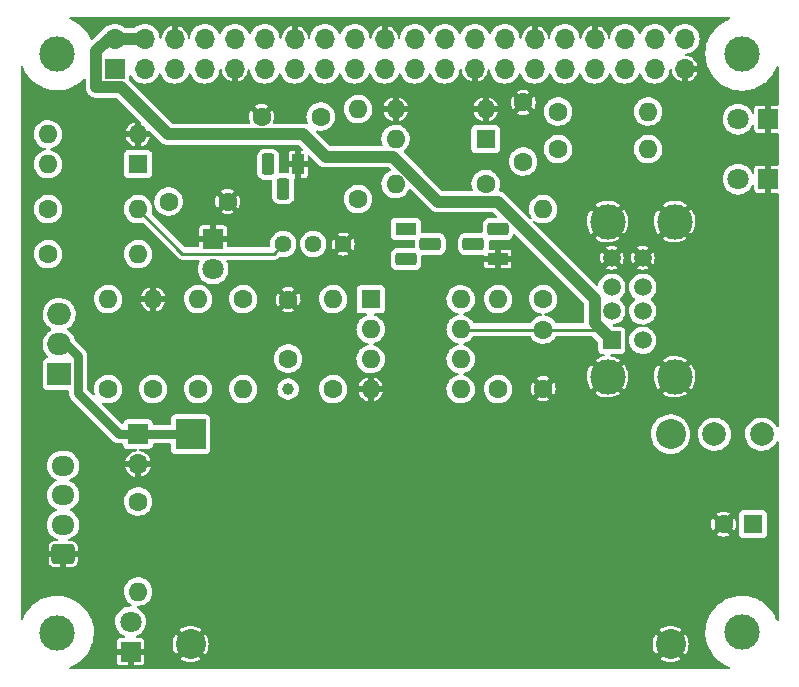
<source format=gbl>
%TF.GenerationSoftware,KiCad,Pcbnew,(5.99.0-12255-gad1ee958b0)*%
%TF.CreationDate,2021-12-04T14:30:29+01:00*%
%TF.ProjectId,RPi_car_HAT,5250695f-6361-4725-9f48-41542e6b6963,rev?*%
%TF.SameCoordinates,Original*%
%TF.FileFunction,Copper,L2,Bot*%
%TF.FilePolarity,Positive*%
%FSLAX46Y46*%
G04 Gerber Fmt 4.6, Leading zero omitted, Abs format (unit mm)*
G04 Created by KiCad (PCBNEW (5.99.0-12255-gad1ee958b0)) date 2021-12-04 14:30:29*
%MOMM*%
%LPD*%
G01*
G04 APERTURE LIST*
G04 Aperture macros list*
%AMRoundRect*
0 Rectangle with rounded corners*
0 $1 Rounding radius*
0 $2 $3 $4 $5 $6 $7 $8 $9 X,Y pos of 4 corners*
0 Add a 4 corners polygon primitive as box body*
4,1,4,$2,$3,$4,$5,$6,$7,$8,$9,$2,$3,0*
0 Add four circle primitives for the rounded corners*
1,1,$1+$1,$2,$3*
1,1,$1+$1,$4,$5*
1,1,$1+$1,$6,$7*
1,1,$1+$1,$8,$9*
0 Add four rect primitives between the rounded corners*
20,1,$1+$1,$2,$3,$4,$5,0*
20,1,$1+$1,$4,$5,$6,$7,0*
20,1,$1+$1,$6,$7,$8,$9,0*
20,1,$1+$1,$8,$9,$2,$3,0*%
G04 Aperture macros list end*
%TA.AperFunction,WasherPad*%
%ADD10C,3.000000*%
%TD*%
%TA.AperFunction,ComponentPad*%
%ADD11C,1.000000*%
%TD*%
%TA.AperFunction,ComponentPad*%
%ADD12C,1.600000*%
%TD*%
%TA.AperFunction,ComponentPad*%
%ADD13O,1.600000X1.600000*%
%TD*%
%TA.AperFunction,ComponentPad*%
%ADD14C,1.440000*%
%TD*%
%TA.AperFunction,ComponentPad*%
%ADD15R,1.600000X1.600000*%
%TD*%
%TA.AperFunction,ComponentPad*%
%ADD16R,1.500000X1.500000*%
%TD*%
%TA.AperFunction,ComponentPad*%
%ADD17C,1.500000*%
%TD*%
%TA.AperFunction,ComponentPad*%
%ADD18C,3.000000*%
%TD*%
%TA.AperFunction,ComponentPad*%
%ADD19R,1.800000X1.100000*%
%TD*%
%TA.AperFunction,ComponentPad*%
%ADD20RoundRect,0.275000X0.625000X-0.275000X0.625000X0.275000X-0.625000X0.275000X-0.625000X-0.275000X0*%
%TD*%
%TA.AperFunction,ComponentPad*%
%ADD21R,1.800000X1.800000*%
%TD*%
%TA.AperFunction,ComponentPad*%
%ADD22C,1.800000*%
%TD*%
%TA.AperFunction,ComponentPad*%
%ADD23RoundRect,0.275000X-0.625000X0.275000X-0.625000X-0.275000X0.625000X-0.275000X0.625000X0.275000X0*%
%TD*%
%TA.AperFunction,ComponentPad*%
%ADD24RoundRect,0.250000X0.725000X-0.600000X0.725000X0.600000X-0.725000X0.600000X-0.725000X-0.600000X0*%
%TD*%
%TA.AperFunction,ComponentPad*%
%ADD25O,1.950000X1.700000*%
%TD*%
%TA.AperFunction,ComponentPad*%
%ADD26R,1.100000X1.800000*%
%TD*%
%TA.AperFunction,ComponentPad*%
%ADD27RoundRect,0.275000X0.275000X0.625000X-0.275000X0.625000X-0.275000X-0.625000X0.275000X-0.625000X0*%
%TD*%
%TA.AperFunction,ComponentPad*%
%ADD28R,2.540000X2.540000*%
%TD*%
%TA.AperFunction,ComponentPad*%
%ADD29C,2.540000*%
%TD*%
%TA.AperFunction,ComponentPad*%
%ADD30R,2.000000X1.905000*%
%TD*%
%TA.AperFunction,ComponentPad*%
%ADD31O,2.000000X1.905000*%
%TD*%
%TA.AperFunction,ComponentPad*%
%ADD32C,2.000000*%
%TD*%
%TA.AperFunction,ComponentPad*%
%ADD33R,1.700000X1.700000*%
%TD*%
%TA.AperFunction,ComponentPad*%
%ADD34O,1.700000X1.700000*%
%TD*%
%TA.AperFunction,Conductor*%
%ADD35C,0.250000*%
%TD*%
%TA.AperFunction,Conductor*%
%ADD36C,1.000000*%
%TD*%
%TA.AperFunction,Conductor*%
%ADD37C,0.750000*%
%TD*%
G04 APERTURE END LIST*
D10*
X82040000Y-64310000D03*
X140040000Y-64330000D03*
X82040000Y-113320000D03*
X140030000Y-113310000D03*
D11*
X101600000Y-92710000D03*
D12*
X119380000Y-92710000D03*
D13*
X119380000Y-85090000D03*
D14*
X101184755Y-80425244D03*
X103724755Y-80425244D03*
X106264755Y-80425244D03*
D15*
X88890000Y-73665000D03*
D13*
X88890000Y-71125000D03*
X81270000Y-71125000D03*
X81270000Y-73665000D03*
D16*
X129010000Y-88590000D03*
D17*
X129010000Y-86090000D03*
X129010000Y-84090000D03*
X129010000Y-81590000D03*
X131630000Y-88590000D03*
X131630000Y-86090000D03*
X131630000Y-84090000D03*
X131630000Y-81590000D03*
D18*
X128660000Y-78520000D03*
X134340000Y-78520000D03*
X128660000Y-91660000D03*
X134340000Y-91660000D03*
D12*
X124460000Y-69215000D03*
D13*
X132080000Y-69215000D03*
D12*
X107534755Y-76615244D03*
D13*
X107534755Y-68995244D03*
D12*
X86360000Y-92710000D03*
D13*
X86360000Y-85090000D03*
D19*
X119364755Y-81695244D03*
D20*
X117294755Y-80425244D03*
X119364755Y-79155244D03*
D12*
X91480000Y-76835000D03*
X96480000Y-76835000D03*
D15*
X108595000Y-85100000D03*
D13*
X108595000Y-87640000D03*
X108595000Y-90180000D03*
X108595000Y-92720000D03*
X116215000Y-92720000D03*
X116215000Y-90180000D03*
X116215000Y-87640000D03*
X116215000Y-85100000D03*
D21*
X88265000Y-114940000D03*
D22*
X88265000Y-112400000D03*
D21*
X142240000Y-74930000D03*
D22*
X139700000Y-74930000D03*
D19*
X111579755Y-79155244D03*
D23*
X113649755Y-80425244D03*
X111579755Y-81695244D03*
D12*
X88900000Y-102235000D03*
D13*
X88900000Y-109855000D03*
D21*
X142240000Y-69850000D03*
D22*
X139700000Y-69850000D03*
D12*
X124460000Y-72390000D03*
D13*
X132080000Y-72390000D03*
D12*
X93980000Y-92710000D03*
D13*
X93980000Y-85090000D03*
D12*
X105410000Y-92710000D03*
D13*
X105410000Y-85090000D03*
D24*
X82550000Y-106680000D03*
D25*
X82550000Y-104180000D03*
X82550000Y-101680000D03*
X82550000Y-99180000D03*
D15*
X118319755Y-71540244D03*
D13*
X118319755Y-69000244D03*
X110699755Y-69000244D03*
X110699755Y-71540244D03*
D26*
X102454755Y-73675244D03*
D27*
X101184755Y-75745244D03*
X99914755Y-73675244D03*
D12*
X81280000Y-77470000D03*
D13*
X88900000Y-77470000D03*
D15*
X140970000Y-104140000D03*
D12*
X138470000Y-104140000D03*
D28*
X93345000Y-96520000D03*
D29*
X93345000Y-114300000D03*
X133985000Y-114300000D03*
X133985000Y-96520000D03*
D12*
X97790000Y-85090000D03*
D13*
X97790000Y-92710000D03*
D30*
X82225000Y-91440000D03*
D31*
X82225000Y-88900000D03*
X82225000Y-86360000D03*
D12*
X123190000Y-87670000D03*
X123190000Y-92670000D03*
D21*
X95250000Y-80005000D03*
D22*
X95250000Y-82545000D03*
D12*
X118329755Y-75345244D03*
D13*
X110709755Y-75345244D03*
D12*
X101600000Y-90130000D03*
X101600000Y-85130000D03*
D32*
X137700000Y-96520000D03*
X141700000Y-96520000D03*
D33*
X88900000Y-96520000D03*
D34*
X88900000Y-99060000D03*
D12*
X90170000Y-92710000D03*
D13*
X90170000Y-85090000D03*
D12*
X123190000Y-85090000D03*
D13*
X123190000Y-77470000D03*
D12*
X104359755Y-69630244D03*
X99359755Y-69630244D03*
X81280000Y-81280000D03*
D13*
X88900000Y-81280000D03*
D12*
X121504755Y-73440244D03*
X121504755Y-68440244D03*
D33*
X86920000Y-65590000D03*
D34*
X86920000Y-63050000D03*
X89460000Y-65590000D03*
X89460000Y-63050000D03*
X92000000Y-65590000D03*
X92000000Y-63050000D03*
X94540000Y-65590000D03*
X94540000Y-63050000D03*
X97080000Y-65590000D03*
X97080000Y-63050000D03*
X99620000Y-65590000D03*
X99620000Y-63050000D03*
X102160000Y-65590000D03*
X102160000Y-63050000D03*
X104700000Y-65590000D03*
X104700000Y-63050000D03*
X107240000Y-65590000D03*
X107240000Y-63050000D03*
X109780000Y-65590000D03*
X109780000Y-63050000D03*
X112320000Y-65590000D03*
X112320000Y-63050000D03*
X114860000Y-65590000D03*
X114860000Y-63050000D03*
X117400000Y-65590000D03*
X117400000Y-63050000D03*
X119940000Y-65590000D03*
X119940000Y-63050000D03*
X122480000Y-65590000D03*
X122480000Y-63050000D03*
X125020000Y-65590000D03*
X125020000Y-63050000D03*
X127560000Y-65590000D03*
X127560000Y-63050000D03*
X130100000Y-65590000D03*
X130100000Y-63050000D03*
X132640000Y-65590000D03*
X132640000Y-63050000D03*
X135180000Y-65590000D03*
X135180000Y-63050000D03*
D35*
X123190000Y-87670000D02*
X116245000Y-87670000D01*
D36*
X85370489Y-67139511D02*
X85370489Y-64097176D01*
X104789755Y-73039755D02*
X102879755Y-71129755D01*
X127560489Y-87140489D02*
X127560489Y-85065180D01*
X86417665Y-63050000D02*
X86920000Y-63050000D01*
X129010000Y-88590000D02*
X127560489Y-87140489D01*
D35*
X128090000Y-87670000D02*
X129010000Y-88590000D01*
X123190000Y-87670000D02*
X128090000Y-87670000D01*
D36*
X91449755Y-71129755D02*
X87459511Y-67139511D01*
X86920000Y-63050000D02*
X89460000Y-63050000D01*
X102879755Y-71129755D02*
X91449755Y-71129755D01*
X114329896Y-76844755D02*
X110524896Y-73039755D01*
X127560489Y-85065180D02*
X119340064Y-76844755D01*
X110524896Y-73039755D02*
X104789755Y-73039755D01*
X119340064Y-76844755D02*
X114329896Y-76844755D01*
X85370489Y-64097176D02*
X86417665Y-63050000D01*
X87459511Y-67139511D02*
X85370489Y-67139511D01*
D35*
X116245000Y-87670000D02*
X116215000Y-87640000D01*
D37*
X88900000Y-96520000D02*
X87300000Y-96520000D01*
X82786522Y-88900000D02*
X82225000Y-88900000D01*
X88900000Y-96520000D02*
X93345000Y-96520000D01*
X87300000Y-96520000D02*
X83820000Y-93040000D01*
X83820000Y-93040000D02*
X83820000Y-89933478D01*
X83820000Y-89933478D02*
X82786522Y-88900000D01*
D35*
X100380488Y-81229511D02*
X101184755Y-80425244D01*
X88900000Y-77470000D02*
X92659511Y-81229511D01*
X92659511Y-81229511D02*
X100380488Y-81229511D01*
%TA.AperFunction,Conductor*%
G36*
X139015517Y-61236518D02*
G01*
X139051481Y-61286018D01*
X139051481Y-61347204D01*
X139015517Y-61396704D01*
X138994412Y-61408402D01*
X138720352Y-61519129D01*
X138720348Y-61519131D01*
X138717791Y-61520164D01*
X138715367Y-61521475D01*
X138715362Y-61521477D01*
X138415251Y-61683746D01*
X138415242Y-61683751D01*
X138412822Y-61685060D01*
X138410560Y-61686632D01*
X138410557Y-61686634D01*
X138269244Y-61784849D01*
X138128134Y-61882923D01*
X137867276Y-62111287D01*
X137865415Y-62113325D01*
X137865414Y-62113326D01*
X137833496Y-62148281D01*
X137633499Y-62367306D01*
X137429717Y-62647787D01*
X137428350Y-62650194D01*
X137428349Y-62650195D01*
X137423478Y-62658770D01*
X137258470Y-62949237D01*
X137257381Y-62951779D01*
X137257377Y-62951786D01*
X137189678Y-63109741D01*
X137121893Y-63267896D01*
X137121097Y-63270531D01*
X137121096Y-63270535D01*
X137109561Y-63308742D01*
X137021687Y-63599793D01*
X137021190Y-63602501D01*
X137021189Y-63602505D01*
X136962773Y-63920792D01*
X136959102Y-63940792D01*
X136957574Y-63962641D01*
X136935402Y-64279726D01*
X136934918Y-64286642D01*
X136949436Y-64633032D01*
X136961116Y-64708482D01*
X137001406Y-64968739D01*
X137002475Y-64975646D01*
X137003199Y-64978310D01*
X137068783Y-65219697D01*
X137093375Y-65310212D01*
X137094393Y-65312784D01*
X137094395Y-65312789D01*
X137219985Y-65629994D01*
X137221001Y-65632560D01*
X137222290Y-65634985D01*
X137222295Y-65634995D01*
X137382469Y-65936236D01*
X137383765Y-65938673D01*
X137398575Y-65960303D01*
X137578075Y-66222457D01*
X137578080Y-66222463D01*
X137579636Y-66224736D01*
X137581433Y-66226818D01*
X137581437Y-66226823D01*
X137668876Y-66328122D01*
X137806173Y-66487182D01*
X138060553Y-66722740D01*
X138339605Y-66928475D01*
X138639852Y-67101823D01*
X138770788Y-67159027D01*
X138911772Y-67220621D01*
X138957550Y-67240621D01*
X138960191Y-67241439D01*
X138960195Y-67241440D01*
X139286086Y-67342321D01*
X139286090Y-67342322D01*
X139288739Y-67343142D01*
X139291465Y-67343662D01*
X139614154Y-67405218D01*
X139629293Y-67408106D01*
X139974966Y-67434704D01*
X139977718Y-67434608D01*
X139977723Y-67434608D01*
X140187288Y-67427289D01*
X140321449Y-67422604D01*
X140664424Y-67371958D01*
X140667093Y-67371253D01*
X140667097Y-67371252D01*
X140996957Y-67284100D01*
X140996960Y-67284099D01*
X140999617Y-67283397D01*
X141006900Y-67280572D01*
X141320261Y-67159027D01*
X141320270Y-67159023D01*
X141322848Y-67158023D01*
X141630090Y-66997401D01*
X141917513Y-66803532D01*
X141956099Y-66770693D01*
X142179430Y-66580623D01*
X142179433Y-66580620D01*
X142181534Y-66578832D01*
X142418863Y-66326103D01*
X142420525Y-66323882D01*
X142624881Y-66050714D01*
X142624887Y-66050705D01*
X142626541Y-66048494D01*
X142627937Y-66046114D01*
X142627942Y-66046107D01*
X142767651Y-65807977D01*
X142801980Y-65749465D01*
X142942994Y-65432744D01*
X142952990Y-65401233D01*
X142988608Y-65351483D01*
X143046665Y-65332170D01*
X143104986Y-65350671D01*
X143141295Y-65399919D01*
X143146356Y-65431168D01*
X143146356Y-68601000D01*
X143127449Y-68659191D01*
X143077949Y-68695155D01*
X143047356Y-68700000D01*
X142509680Y-68700000D01*
X142496995Y-68704122D01*
X142494000Y-68708243D01*
X142494000Y-70984320D01*
X142498122Y-70997005D01*
X142502243Y-71000000D01*
X143047355Y-71000000D01*
X143105546Y-71018907D01*
X143141510Y-71068407D01*
X143146355Y-71099000D01*
X143146355Y-73681000D01*
X143127448Y-73739191D01*
X143077948Y-73775155D01*
X143047355Y-73780000D01*
X142509680Y-73780000D01*
X142496995Y-73784122D01*
X142494000Y-73788243D01*
X142494000Y-76064320D01*
X142498122Y-76077005D01*
X142502243Y-76080000D01*
X143047355Y-76080000D01*
X143105546Y-76098907D01*
X143141510Y-76148407D01*
X143146355Y-76178999D01*
X143146353Y-90959299D01*
X143146353Y-95858002D01*
X143127446Y-95916193D01*
X143077946Y-95952157D01*
X143016760Y-95952157D01*
X142967260Y-95916193D01*
X142956564Y-95897478D01*
X142940118Y-95859654D01*
X142940117Y-95859652D01*
X142938496Y-95855924D01*
X142813405Y-95662563D01*
X142658412Y-95492229D01*
X142655226Y-95489713D01*
X142655223Y-95489710D01*
X142480869Y-95352013D01*
X142480863Y-95352009D01*
X142477681Y-95349496D01*
X142366082Y-95287890D01*
X142279623Y-95240162D01*
X142279622Y-95240161D01*
X142276065Y-95238198D01*
X142272234Y-95236841D01*
X142272231Y-95236840D01*
X142062814Y-95162681D01*
X142062809Y-95162680D01*
X142058978Y-95161323D01*
X141832250Y-95120937D01*
X141828204Y-95120888D01*
X141828198Y-95120887D01*
X141701094Y-95119334D01*
X141601971Y-95118123D01*
X141374325Y-95152958D01*
X141264128Y-95188976D01*
X141159281Y-95223245D01*
X141159277Y-95223247D01*
X141155424Y-95224506D01*
X141151824Y-95226380D01*
X140954754Y-95328968D01*
X140954751Y-95328970D01*
X140951149Y-95330845D01*
X140766984Y-95469119D01*
X140607877Y-95635616D01*
X140605585Y-95638976D01*
X140480389Y-95822505D01*
X140480386Y-95822511D01*
X140478099Y-95825863D01*
X140381136Y-96034752D01*
X140319592Y-96256673D01*
X140319159Y-96260721D01*
X140319159Y-96260723D01*
X140316400Y-96286539D01*
X140295119Y-96485665D01*
X140308376Y-96715580D01*
X140359006Y-96940242D01*
X140360535Y-96944006D01*
X140360536Y-96944011D01*
X140426916Y-97107484D01*
X140445649Y-97153618D01*
X140447773Y-97157084D01*
X140447775Y-97157088D01*
X140513065Y-97263631D01*
X140565979Y-97349978D01*
X140568638Y-97353048D01*
X140568639Y-97353049D01*
X140685199Y-97487610D01*
X140716763Y-97524048D01*
X140893953Y-97671154D01*
X141092790Y-97787345D01*
X141307934Y-97869501D01*
X141311909Y-97870310D01*
X141311910Y-97870310D01*
X141529624Y-97914604D01*
X141529628Y-97914604D01*
X141533607Y-97915414D01*
X141537667Y-97915563D01*
X141537668Y-97915563D01*
X141579459Y-97917095D01*
X141763749Y-97923853D01*
X141767767Y-97923338D01*
X141767773Y-97923338D01*
X141988146Y-97895108D01*
X141988152Y-97895107D01*
X141992178Y-97894591D01*
X141996071Y-97893423D01*
X141996076Y-97893422D01*
X142154836Y-97845791D01*
X142212761Y-97828413D01*
X142419574Y-97727096D01*
X142607062Y-97593363D01*
X142770190Y-97430803D01*
X142904577Y-97243783D01*
X142958601Y-97134474D01*
X143001334Y-97090684D01*
X143061644Y-97080375D01*
X143116496Y-97107484D01*
X143144938Y-97161658D01*
X143146353Y-97178334D01*
X143146352Y-101003743D01*
X143146351Y-112234443D01*
X143127444Y-112292634D01*
X143077944Y-112328598D01*
X143016758Y-112328598D01*
X142967258Y-112292634D01*
X142955821Y-112272169D01*
X142944770Y-112245356D01*
X142830537Y-111968207D01*
X142820300Y-111949585D01*
X142670346Y-111676820D01*
X142663516Y-111664397D01*
X142661922Y-111662137D01*
X142465259Y-111383349D01*
X142465255Y-111383345D01*
X142463670Y-111381097D01*
X142233490Y-111121839D01*
X142231441Y-111119994D01*
X142231437Y-111119990D01*
X142049762Y-110956410D01*
X141975846Y-110889856D01*
X141721159Y-110707518D01*
X141696203Y-110689651D01*
X141696198Y-110689648D01*
X141693948Y-110688037D01*
X141597796Y-110634299D01*
X141393733Y-110520251D01*
X141393724Y-110520247D01*
X141391311Y-110518898D01*
X141071706Y-110384549D01*
X140739117Y-110286663D01*
X140525665Y-110249025D01*
X140400408Y-110226939D01*
X140400403Y-110226938D01*
X140397690Y-110226460D01*
X140051680Y-110204691D01*
X140048919Y-110204826D01*
X140048915Y-110204826D01*
X139753713Y-110219264D01*
X139705399Y-110221627D01*
X139363164Y-110277057D01*
X139029241Y-110370290D01*
X138969198Y-110394549D01*
X138710352Y-110499129D01*
X138710348Y-110499131D01*
X138707791Y-110500164D01*
X138705367Y-110501475D01*
X138705362Y-110501477D01*
X138405251Y-110663746D01*
X138405242Y-110663751D01*
X138402822Y-110665060D01*
X138400560Y-110666632D01*
X138400557Y-110666634D01*
X138224789Y-110788796D01*
X138118134Y-110862923D01*
X137857276Y-111091287D01*
X137855415Y-111093325D01*
X137855414Y-111093326D01*
X137821935Y-111129990D01*
X137623499Y-111347306D01*
X137419717Y-111627787D01*
X137248470Y-111929237D01*
X137247381Y-111931779D01*
X137247377Y-111931786D01*
X137232806Y-111965784D01*
X137111893Y-112247896D01*
X137111097Y-112250531D01*
X137111096Y-112250535D01*
X137067271Y-112395691D01*
X137011687Y-112579793D01*
X137011190Y-112582501D01*
X137011189Y-112582505D01*
X136961836Y-112851411D01*
X136949102Y-112920792D01*
X136948909Y-112923554D01*
X136926628Y-113242193D01*
X136924918Y-113266642D01*
X136939436Y-113613032D01*
X136953374Y-113703065D01*
X136978887Y-113867870D01*
X136992475Y-113955646D01*
X137083375Y-114290212D01*
X137084393Y-114292784D01*
X137084395Y-114292789D01*
X137134807Y-114420115D01*
X137211001Y-114612560D01*
X137212290Y-114614985D01*
X137212295Y-114614995D01*
X137372469Y-114916236D01*
X137373765Y-114918673D01*
X137375327Y-114920954D01*
X137568075Y-115202457D01*
X137568080Y-115202463D01*
X137569636Y-115204736D01*
X137571433Y-115206818D01*
X137571437Y-115206823D01*
X137658876Y-115308122D01*
X137796173Y-115467182D01*
X138050553Y-115702740D01*
X138329605Y-115908475D01*
X138629852Y-116081823D01*
X138947550Y-116220621D01*
X138958595Y-116224040D01*
X139008589Y-116259307D01*
X139028307Y-116317228D01*
X139010215Y-116375677D01*
X138961222Y-116412329D01*
X138929317Y-116417611D01*
X83156812Y-116417611D01*
X83098621Y-116398704D01*
X83062657Y-116349204D01*
X83062657Y-116288018D01*
X83098621Y-116238518D01*
X83121011Y-116226311D01*
X83320261Y-116149027D01*
X83320270Y-116149023D01*
X83322848Y-116148023D01*
X83630090Y-115987401D01*
X83917513Y-115793532D01*
X84024193Y-115702740D01*
X84179430Y-115570623D01*
X84179433Y-115570620D01*
X84181534Y-115568832D01*
X84418863Y-115316103D01*
X84426344Y-115306103D01*
X84504041Y-115202243D01*
X87115000Y-115202243D01*
X87115000Y-115859766D01*
X87115948Y-115869388D01*
X87127603Y-115927983D01*
X87134922Y-115945651D01*
X87179341Y-116012130D01*
X87192870Y-116025659D01*
X87259349Y-116070078D01*
X87277017Y-116077397D01*
X87335612Y-116089052D01*
X87345234Y-116090000D01*
X87995320Y-116090000D01*
X88008005Y-116085878D01*
X88011000Y-116081757D01*
X88011000Y-115209680D01*
X88008583Y-115202243D01*
X88519000Y-115202243D01*
X88519000Y-116074320D01*
X88523122Y-116087005D01*
X88527243Y-116090000D01*
X89184766Y-116090000D01*
X89194388Y-116089052D01*
X89252983Y-116077397D01*
X89270651Y-116070078D01*
X89337130Y-116025659D01*
X89350659Y-116012130D01*
X89395078Y-115945651D01*
X89402397Y-115927983D01*
X89414052Y-115869388D01*
X89415000Y-115859766D01*
X89415000Y-115542091D01*
X92467686Y-115542091D01*
X92474058Y-115548984D01*
X92649482Y-115656484D01*
X92656394Y-115660006D01*
X92870251Y-115748589D01*
X92877619Y-115750983D01*
X93102710Y-115805022D01*
X93110354Y-115806233D01*
X93341125Y-115824395D01*
X93348875Y-115824395D01*
X93579646Y-115806233D01*
X93587290Y-115805022D01*
X93812381Y-115750983D01*
X93819749Y-115748589D01*
X94033606Y-115660006D01*
X94040518Y-115656484D01*
X94214249Y-115550022D01*
X94221022Y-115542091D01*
X133107686Y-115542091D01*
X133114058Y-115548984D01*
X133289482Y-115656484D01*
X133296394Y-115660006D01*
X133510251Y-115748589D01*
X133517619Y-115750983D01*
X133742710Y-115805022D01*
X133750354Y-115806233D01*
X133981125Y-115824395D01*
X133988875Y-115824395D01*
X134219646Y-115806233D01*
X134227290Y-115805022D01*
X134452381Y-115750983D01*
X134459749Y-115748589D01*
X134673606Y-115660006D01*
X134680518Y-115656484D01*
X134854249Y-115550022D01*
X134862522Y-115540335D01*
X134857938Y-115532149D01*
X133996086Y-114670296D01*
X133984203Y-114664242D01*
X133979172Y-114665038D01*
X133113468Y-115530743D01*
X133107686Y-115542091D01*
X94221022Y-115542091D01*
X94222522Y-115540335D01*
X94217938Y-115532149D01*
X93356086Y-114670296D01*
X93344203Y-114664242D01*
X93339172Y-114665038D01*
X92473468Y-115530743D01*
X92467686Y-115542091D01*
X89415000Y-115542091D01*
X89415000Y-115209680D01*
X89410878Y-115196995D01*
X89406757Y-115194000D01*
X88534680Y-115194000D01*
X88521995Y-115198122D01*
X88519000Y-115202243D01*
X88008583Y-115202243D01*
X88006878Y-115196995D01*
X88002757Y-115194000D01*
X87130680Y-115194000D01*
X87117995Y-115198122D01*
X87115000Y-115202243D01*
X84504041Y-115202243D01*
X84624881Y-115040714D01*
X84624887Y-115040705D01*
X84626541Y-115038494D01*
X84627937Y-115036114D01*
X84627942Y-115036107D01*
X84800581Y-114741849D01*
X84801980Y-114739465D01*
X84942994Y-114422744D01*
X84946166Y-114412744D01*
X85046991Y-114094905D01*
X85046992Y-114094899D01*
X85047824Y-114092278D01*
X85072898Y-113965646D01*
X85114628Y-113754895D01*
X85114629Y-113754888D01*
X85115164Y-113752186D01*
X85144174Y-113406707D01*
X85145385Y-113320000D01*
X85126032Y-112973846D01*
X85068214Y-112632007D01*
X85001687Y-112400000D01*
X86959532Y-112400000D01*
X86979365Y-112626692D01*
X86980484Y-112630867D01*
X86980484Y-112630869D01*
X87014398Y-112757437D01*
X87038261Y-112846496D01*
X87134432Y-113052734D01*
X87136913Y-113056277D01*
X87136914Y-113056279D01*
X87138056Y-113057909D01*
X87264953Y-113239139D01*
X87425861Y-113400047D01*
X87429399Y-113402524D01*
X87429401Y-113402526D01*
X87467293Y-113429058D01*
X87612266Y-113530568D01*
X87763899Y-113601276D01*
X87808647Y-113643004D01*
X87820322Y-113703065D01*
X87794464Y-113758518D01*
X87740950Y-113788181D01*
X87722060Y-113790000D01*
X87345234Y-113790000D01*
X87335612Y-113790948D01*
X87277017Y-113802603D01*
X87259349Y-113809922D01*
X87192870Y-113854341D01*
X87179341Y-113867870D01*
X87134922Y-113934349D01*
X87127603Y-113952017D01*
X87115948Y-114010612D01*
X87115000Y-114020234D01*
X87115000Y-114670320D01*
X87119122Y-114683005D01*
X87123243Y-114686000D01*
X89399320Y-114686000D01*
X89412005Y-114681878D01*
X89415000Y-114677757D01*
X89415000Y-114296125D01*
X91820605Y-114296125D01*
X91820605Y-114303875D01*
X91838767Y-114534646D01*
X91839978Y-114542290D01*
X91894017Y-114767381D01*
X91896411Y-114774749D01*
X91984994Y-114988606D01*
X91988516Y-114995518D01*
X92094978Y-115169249D01*
X92104665Y-115177522D01*
X92112851Y-115172938D01*
X92974704Y-114311086D01*
X92979946Y-114300797D01*
X93709242Y-114300797D01*
X93710038Y-114305828D01*
X94575743Y-115171532D01*
X94587091Y-115177314D01*
X94593984Y-115170942D01*
X94701484Y-114995518D01*
X94705006Y-114988606D01*
X94793589Y-114774749D01*
X94795983Y-114767381D01*
X94850022Y-114542290D01*
X94851233Y-114534646D01*
X94869395Y-114303875D01*
X94869395Y-114296125D01*
X132460605Y-114296125D01*
X132460605Y-114303875D01*
X132478767Y-114534646D01*
X132479978Y-114542290D01*
X132534017Y-114767381D01*
X132536411Y-114774749D01*
X132624994Y-114988606D01*
X132628516Y-114995518D01*
X132734978Y-115169249D01*
X132744665Y-115177522D01*
X132752851Y-115172938D01*
X133614704Y-114311086D01*
X133619946Y-114300797D01*
X134349242Y-114300797D01*
X134350038Y-114305828D01*
X135215743Y-115171532D01*
X135227091Y-115177314D01*
X135233984Y-115170942D01*
X135341484Y-114995518D01*
X135345006Y-114988606D01*
X135433589Y-114774749D01*
X135435983Y-114767381D01*
X135490022Y-114542290D01*
X135491233Y-114534646D01*
X135509395Y-114303875D01*
X135509395Y-114296125D01*
X135491233Y-114065354D01*
X135490022Y-114057710D01*
X135435983Y-113832619D01*
X135433589Y-113825251D01*
X135345006Y-113611394D01*
X135341484Y-113604482D01*
X135235022Y-113430751D01*
X135225335Y-113422478D01*
X135217149Y-113427062D01*
X134355296Y-114288914D01*
X134349242Y-114300797D01*
X133619946Y-114300797D01*
X133620758Y-114299203D01*
X133619962Y-114294172D01*
X132754257Y-113428468D01*
X132742909Y-113422686D01*
X132736016Y-113429058D01*
X132628516Y-113604482D01*
X132624994Y-113611394D01*
X132536411Y-113825251D01*
X132534017Y-113832619D01*
X132479978Y-114057710D01*
X132478767Y-114065354D01*
X132460605Y-114296125D01*
X94869395Y-114296125D01*
X94851233Y-114065354D01*
X94850022Y-114057710D01*
X94795983Y-113832619D01*
X94793589Y-113825251D01*
X94705006Y-113611394D01*
X94701484Y-113604482D01*
X94595022Y-113430751D01*
X94585335Y-113422478D01*
X94577149Y-113427062D01*
X93715296Y-114288914D01*
X93709242Y-114300797D01*
X92979946Y-114300797D01*
X92980758Y-114299203D01*
X92979962Y-114294172D01*
X92114257Y-113428468D01*
X92102909Y-113422686D01*
X92096016Y-113429058D01*
X91988516Y-113604482D01*
X91984994Y-113611394D01*
X91896411Y-113825251D01*
X91894017Y-113832619D01*
X91839978Y-114057710D01*
X91838767Y-114065354D01*
X91820605Y-114296125D01*
X89415000Y-114296125D01*
X89415000Y-114020234D01*
X89414052Y-114010612D01*
X89402397Y-113952017D01*
X89395078Y-113934349D01*
X89350659Y-113867870D01*
X89337130Y-113854341D01*
X89270651Y-113809922D01*
X89252983Y-113802603D01*
X89194388Y-113790948D01*
X89184766Y-113790000D01*
X88807940Y-113790000D01*
X88749749Y-113771093D01*
X88713785Y-113721593D01*
X88713785Y-113660407D01*
X88749749Y-113610907D01*
X88766101Y-113601276D01*
X88917734Y-113530568D01*
X89062707Y-113429058D01*
X89100599Y-113402526D01*
X89100601Y-113402524D01*
X89104139Y-113400047D01*
X89265047Y-113239139D01*
X89390715Y-113059665D01*
X92467478Y-113059665D01*
X92472062Y-113067851D01*
X93333914Y-113929704D01*
X93345797Y-113935758D01*
X93350828Y-113934962D01*
X94216532Y-113069257D01*
X94221419Y-113059665D01*
X133107478Y-113059665D01*
X133112062Y-113067851D01*
X133973914Y-113929704D01*
X133985797Y-113935758D01*
X133990828Y-113934962D01*
X134856532Y-113069257D01*
X134862314Y-113057909D01*
X134855942Y-113051016D01*
X134680518Y-112943516D01*
X134673606Y-112939994D01*
X134459749Y-112851411D01*
X134452381Y-112849017D01*
X134227290Y-112794978D01*
X134219646Y-112793767D01*
X133988875Y-112775605D01*
X133981125Y-112775605D01*
X133750354Y-112793767D01*
X133742710Y-112794978D01*
X133517619Y-112849017D01*
X133510251Y-112851411D01*
X133296394Y-112939994D01*
X133289482Y-112943516D01*
X133115751Y-113049978D01*
X133107478Y-113059665D01*
X94221419Y-113059665D01*
X94222314Y-113057909D01*
X94215942Y-113051016D01*
X94040518Y-112943516D01*
X94033606Y-112939994D01*
X93819749Y-112851411D01*
X93812381Y-112849017D01*
X93587290Y-112794978D01*
X93579646Y-112793767D01*
X93348875Y-112775605D01*
X93341125Y-112775605D01*
X93110354Y-112793767D01*
X93102710Y-112794978D01*
X92877619Y-112849017D01*
X92870251Y-112851411D01*
X92656394Y-112939994D01*
X92649482Y-112943516D01*
X92475751Y-113049978D01*
X92467478Y-113059665D01*
X89390715Y-113059665D01*
X89391945Y-113057909D01*
X89393086Y-113056279D01*
X89393087Y-113056277D01*
X89395568Y-113052734D01*
X89491739Y-112846496D01*
X89515602Y-112757437D01*
X89549516Y-112630869D01*
X89549516Y-112630867D01*
X89550635Y-112626692D01*
X89570468Y-112400000D01*
X89550635Y-112173308D01*
X89491739Y-111953504D01*
X89395568Y-111747266D01*
X89265047Y-111560861D01*
X89104139Y-111399953D01*
X89094708Y-111393349D01*
X88921279Y-111271914D01*
X88921277Y-111271913D01*
X88917734Y-111269432D01*
X88866730Y-111245649D01*
X88821983Y-111203921D01*
X88810309Y-111143859D01*
X88836167Y-111088407D01*
X88889681Y-111058744D01*
X88912455Y-111057001D01*
X88949000Y-111058437D01*
X88958565Y-111058813D01*
X88958566Y-111058813D01*
X88963098Y-111058991D01*
X89181452Y-111027331D01*
X89185751Y-111025872D01*
X89185754Y-111025871D01*
X89386078Y-110957870D01*
X89390379Y-110956410D01*
X89491364Y-110899856D01*
X89557312Y-110862923D01*
X89582884Y-110848602D01*
X89752518Y-110707518D01*
X89893602Y-110537884D01*
X89973276Y-110395616D01*
X89999192Y-110349340D01*
X89999193Y-110349338D01*
X90001410Y-110345379D01*
X90032749Y-110253058D01*
X90070871Y-110140754D01*
X90070872Y-110140751D01*
X90072331Y-110136452D01*
X90085156Y-110047999D01*
X90103571Y-109920997D01*
X90103571Y-109920991D01*
X90103991Y-109918098D01*
X90105643Y-109855000D01*
X90085454Y-109635289D01*
X90025565Y-109422936D01*
X90023557Y-109418864D01*
X90023555Y-109418859D01*
X89929988Y-109229125D01*
X89927980Y-109225053D01*
X89795967Y-109048267D01*
X89633949Y-108898499D01*
X89447350Y-108780764D01*
X89242421Y-108699006D01*
X89026024Y-108655962D01*
X88917347Y-108654539D01*
X88809946Y-108653133D01*
X88809941Y-108653133D01*
X88805406Y-108653074D01*
X88800933Y-108653843D01*
X88800928Y-108653843D01*
X88592435Y-108689668D01*
X88592429Y-108689670D01*
X88587957Y-108690438D01*
X88560176Y-108700687D01*
X88385220Y-108765231D01*
X88385217Y-108765232D01*
X88380957Y-108766804D01*
X88377054Y-108769126D01*
X88377052Y-108769127D01*
X88357492Y-108780764D01*
X88191341Y-108879614D01*
X88187926Y-108882609D01*
X88187923Y-108882611D01*
X88080036Y-108977225D01*
X88025457Y-109025090D01*
X87888863Y-109198360D01*
X87786131Y-109393620D01*
X87720703Y-109604333D01*
X87720169Y-109608843D01*
X87720169Y-109608844D01*
X87717039Y-109635289D01*
X87694770Y-109823440D01*
X87709200Y-110043604D01*
X87710316Y-110047997D01*
X87710316Y-110047999D01*
X87754525Y-110222070D01*
X87763511Y-110257452D01*
X87855883Y-110457821D01*
X87983222Y-110638002D01*
X88141264Y-110791961D01*
X88305522Y-110901714D01*
X88323300Y-110913593D01*
X88361180Y-110961643D01*
X88363582Y-111022781D01*
X88329589Y-111073655D01*
X88268503Y-111094838D01*
X88265000Y-111094532D01*
X88038308Y-111114365D01*
X88034133Y-111115484D01*
X88034131Y-111115484D01*
X87928234Y-111143859D01*
X87818504Y-111173261D01*
X87612266Y-111269432D01*
X87608723Y-111271913D01*
X87608721Y-111271914D01*
X87435293Y-111393349D01*
X87425861Y-111399953D01*
X87264953Y-111560861D01*
X87134432Y-111747266D01*
X87038261Y-111953504D01*
X86979365Y-112173308D01*
X86959532Y-112400000D01*
X85001687Y-112400000D01*
X84972652Y-112298742D01*
X84840537Y-111978207D01*
X84835040Y-111968207D01*
X84674848Y-111676820D01*
X84673516Y-111674397D01*
X84642335Y-111630195D01*
X84475259Y-111393349D01*
X84475255Y-111393345D01*
X84473670Y-111391097D01*
X84243490Y-111131839D01*
X84241441Y-111129994D01*
X84241437Y-111129990D01*
X84098883Y-111001635D01*
X83985846Y-110899856D01*
X83830719Y-110788796D01*
X83706203Y-110699651D01*
X83706198Y-110699648D01*
X83703948Y-110698037D01*
X83589903Y-110634299D01*
X83403733Y-110530251D01*
X83403724Y-110530247D01*
X83401311Y-110528898D01*
X83081706Y-110394549D01*
X82749117Y-110296663D01*
X82501822Y-110253058D01*
X82410408Y-110236939D01*
X82410403Y-110236938D01*
X82407690Y-110236460D01*
X82061680Y-110214691D01*
X82058919Y-110214826D01*
X82058915Y-110214826D01*
X81763713Y-110229264D01*
X81715399Y-110231627D01*
X81373164Y-110287057D01*
X81039241Y-110380290D01*
X81003949Y-110394549D01*
X80720352Y-110509129D01*
X80720348Y-110509131D01*
X80717791Y-110510164D01*
X80715367Y-110511475D01*
X80715362Y-110511477D01*
X80415251Y-110673746D01*
X80415242Y-110673751D01*
X80412822Y-110675060D01*
X80410560Y-110676632D01*
X80410557Y-110676634D01*
X80379762Y-110698037D01*
X80128134Y-110872923D01*
X79867276Y-111101287D01*
X79865415Y-111103325D01*
X79865414Y-111103326D01*
X79802576Y-111172143D01*
X79633499Y-111357306D01*
X79429717Y-111637787D01*
X79258470Y-111939237D01*
X79257381Y-111941779D01*
X79257377Y-111941786D01*
X79136350Y-112224165D01*
X79096048Y-112270202D01*
X79036383Y-112283758D01*
X78980146Y-112259654D01*
X78948816Y-112207098D01*
X78946356Y-112185165D01*
X78946356Y-106942243D01*
X81325000Y-106942243D01*
X81325000Y-107324657D01*
X81325289Y-107329991D01*
X81330971Y-107382298D01*
X81333822Y-107394287D01*
X81379443Y-107515982D01*
X81386143Y-107528219D01*
X81463581Y-107631545D01*
X81473455Y-107641419D01*
X81576781Y-107718857D01*
X81589018Y-107725557D01*
X81710713Y-107771178D01*
X81722702Y-107774029D01*
X81775009Y-107779711D01*
X81780343Y-107780000D01*
X82280320Y-107780000D01*
X82293005Y-107775878D01*
X82296000Y-107771757D01*
X82296000Y-106949680D01*
X82293583Y-106942243D01*
X82804000Y-106942243D01*
X82804000Y-107764320D01*
X82808122Y-107777005D01*
X82812243Y-107780000D01*
X83319657Y-107780000D01*
X83324991Y-107779711D01*
X83377298Y-107774029D01*
X83389287Y-107771178D01*
X83510982Y-107725557D01*
X83523219Y-107718857D01*
X83626545Y-107641419D01*
X83636419Y-107631545D01*
X83713857Y-107528219D01*
X83720557Y-107515982D01*
X83766178Y-107394287D01*
X83769029Y-107382298D01*
X83774711Y-107329991D01*
X83775000Y-107324657D01*
X83775000Y-106949680D01*
X83770878Y-106936995D01*
X83766757Y-106934000D01*
X82819680Y-106934000D01*
X82806995Y-106938122D01*
X82804000Y-106942243D01*
X82293583Y-106942243D01*
X82291878Y-106936995D01*
X82287757Y-106934000D01*
X81340680Y-106934000D01*
X81327995Y-106938122D01*
X81325000Y-106942243D01*
X78946356Y-106942243D01*
X78946356Y-99219438D01*
X81170066Y-99219438D01*
X81170595Y-99223808D01*
X81170595Y-99223813D01*
X81186957Y-99359018D01*
X81196883Y-99441044D01*
X81198176Y-99445249D01*
X81198177Y-99445251D01*
X81239776Y-99580471D01*
X81262519Y-99654400D01*
X81364901Y-99852759D01*
X81500790Y-100029854D01*
X81504046Y-100032817D01*
X81504049Y-100032820D01*
X81611341Y-100130448D01*
X81665893Y-100180086D01*
X81854990Y-100298707D01*
X81859077Y-100300350D01*
X81950202Y-100336982D01*
X81997141Y-100376230D01*
X82012047Y-100435572D01*
X81989225Y-100492342D01*
X81955896Y-100518194D01*
X81789853Y-100597392D01*
X81789847Y-100597396D01*
X81785871Y-100599292D01*
X81604595Y-100729552D01*
X81601522Y-100732723D01*
X81601521Y-100732724D01*
X81507112Y-100830146D01*
X81449251Y-100889854D01*
X81324750Y-101075132D01*
X81322980Y-101079164D01*
X81322979Y-101079166D01*
X81294098Y-101144960D01*
X81235026Y-101279529D01*
X81182915Y-101496585D01*
X81182662Y-101500977D01*
X81182661Y-101500982D01*
X81178200Y-101578360D01*
X81170066Y-101719438D01*
X81170595Y-101723808D01*
X81170595Y-101723813D01*
X81179677Y-101798859D01*
X81196883Y-101941044D01*
X81198176Y-101945249D01*
X81198177Y-101945251D01*
X81239776Y-102080471D01*
X81262519Y-102154400D01*
X81364901Y-102352759D01*
X81500790Y-102529854D01*
X81504046Y-102532817D01*
X81504049Y-102532820D01*
X81611341Y-102630448D01*
X81665893Y-102680086D01*
X81854990Y-102798707D01*
X81859077Y-102800350D01*
X81950202Y-102836982D01*
X81997141Y-102876230D01*
X82012047Y-102935572D01*
X81989225Y-102992342D01*
X81955896Y-103018194D01*
X81789853Y-103097392D01*
X81789847Y-103097396D01*
X81785871Y-103099292D01*
X81782292Y-103101864D01*
X81782290Y-103101865D01*
X81718852Y-103147450D01*
X81604595Y-103229552D01*
X81601522Y-103232723D01*
X81601521Y-103232724D01*
X81507112Y-103330146D01*
X81449251Y-103389854D01*
X81324750Y-103575132D01*
X81235026Y-103779529D01*
X81182915Y-103996585D01*
X81170066Y-104219438D01*
X81196883Y-104441044D01*
X81198176Y-104445249D01*
X81198177Y-104445251D01*
X81239776Y-104580471D01*
X81262519Y-104654400D01*
X81364901Y-104852759D01*
X81500790Y-105029854D01*
X81504046Y-105032817D01*
X81504049Y-105032820D01*
X81611341Y-105130448D01*
X81665893Y-105180086D01*
X81854990Y-105298707D01*
X81859072Y-105300348D01*
X81859076Y-105300350D01*
X81958954Y-105340500D01*
X82062105Y-105381966D01*
X82066422Y-105382860D01*
X82072202Y-105384057D01*
X82125350Y-105414372D01*
X82150528Y-105470136D01*
X82138120Y-105530051D01*
X82092866Y-105571229D01*
X82052126Y-105580000D01*
X81780343Y-105580000D01*
X81775009Y-105580289D01*
X81722702Y-105585971D01*
X81710713Y-105588822D01*
X81589018Y-105634443D01*
X81576781Y-105641143D01*
X81473455Y-105718581D01*
X81463581Y-105728455D01*
X81386143Y-105831781D01*
X81379443Y-105844018D01*
X81333822Y-105965713D01*
X81330971Y-105977702D01*
X81325289Y-106030009D01*
X81325000Y-106035343D01*
X81325000Y-106410320D01*
X81329122Y-106423005D01*
X81333243Y-106426000D01*
X83759320Y-106426000D01*
X83772005Y-106421878D01*
X83775000Y-106417757D01*
X83775000Y-106035343D01*
X83774711Y-106030009D01*
X83769029Y-105977702D01*
X83766178Y-105965713D01*
X83720557Y-105844018D01*
X83713857Y-105831781D01*
X83636419Y-105728455D01*
X83626545Y-105718581D01*
X83523219Y-105641143D01*
X83510982Y-105634443D01*
X83389287Y-105588822D01*
X83377298Y-105585971D01*
X83324991Y-105580289D01*
X83319657Y-105580000D01*
X83033862Y-105580000D01*
X82975671Y-105561093D01*
X82939707Y-105511593D01*
X82939707Y-105450407D01*
X82975671Y-105400907D01*
X83007739Y-105385509D01*
X83108398Y-105357972D01*
X83108403Y-105357970D01*
X83112651Y-105356808D01*
X83137017Y-105345186D01*
X83310151Y-105262606D01*
X83310156Y-105262603D01*
X83314129Y-105260708D01*
X83495405Y-105130448D01*
X83582965Y-105040094D01*
X137934389Y-105040094D01*
X137941618Y-105047606D01*
X138043373Y-105104475D01*
X138052201Y-105108332D01*
X138238838Y-105168974D01*
X138248238Y-105171041D01*
X138443103Y-105194277D01*
X138452729Y-105194479D01*
X138648385Y-105179424D01*
X138657876Y-105177750D01*
X138846882Y-105124978D01*
X138855862Y-105121496D01*
X138998944Y-105049219D01*
X139006983Y-105041237D01*
X139001790Y-105031001D01*
X138481086Y-104510296D01*
X138469203Y-104504242D01*
X138464172Y-104505038D01*
X137939866Y-105029345D01*
X137934389Y-105040094D01*
X83582965Y-105040094D01*
X83647681Y-104973312D01*
X83650749Y-104970146D01*
X83775250Y-104784868D01*
X83864974Y-104580471D01*
X83917085Y-104363415D01*
X83929934Y-104140562D01*
X83928667Y-104130089D01*
X137415427Y-104130089D01*
X137431847Y-104325643D01*
X137433585Y-104335111D01*
X137487674Y-104523743D01*
X137491225Y-104532711D01*
X137561067Y-104668610D01*
X137569195Y-104676681D01*
X137579258Y-104671531D01*
X138099704Y-104151086D01*
X138104946Y-104140797D01*
X138834242Y-104140797D01*
X138835038Y-104145828D01*
X139359194Y-104669983D01*
X139370049Y-104675514D01*
X139377457Y-104668435D01*
X139431471Y-104573353D01*
X139435392Y-104564546D01*
X139497334Y-104378346D01*
X139499469Y-104368944D01*
X139524322Y-104172212D01*
X139524709Y-104166686D01*
X139525043Y-104142760D01*
X139524812Y-104137261D01*
X139505459Y-103939877D01*
X139503590Y-103930439D01*
X139446869Y-103742572D01*
X139443199Y-103733668D01*
X139378476Y-103611940D01*
X139370059Y-103603812D01*
X139360341Y-103608870D01*
X138840296Y-104128914D01*
X138834242Y-104140797D01*
X138104946Y-104140797D01*
X138105758Y-104139203D01*
X138104962Y-104134172D01*
X137580466Y-103609676D01*
X137569824Y-103604254D01*
X137562210Y-103611633D01*
X137502573Y-103720112D01*
X137498773Y-103728976D01*
X137439439Y-103916021D01*
X137437435Y-103925449D01*
X137415561Y-104120461D01*
X137415427Y-104130089D01*
X83928667Y-104130089D01*
X83928525Y-104128914D01*
X83905649Y-103939877D01*
X83903117Y-103918956D01*
X83861541Y-103783808D01*
X83838778Y-103709815D01*
X83838777Y-103709812D01*
X83837481Y-103705600D01*
X83735099Y-103507241D01*
X83599210Y-103330146D01*
X83595954Y-103327183D01*
X83595951Y-103327180D01*
X83437361Y-103182875D01*
X83437362Y-103182875D01*
X83434107Y-103179914D01*
X83245010Y-103061293D01*
X83240923Y-103059650D01*
X83149798Y-103023018D01*
X83102859Y-102983770D01*
X83087953Y-102924428D01*
X83110775Y-102867658D01*
X83144104Y-102841806D01*
X83310147Y-102762608D01*
X83310153Y-102762604D01*
X83314129Y-102760708D01*
X83495405Y-102630448D01*
X83590014Y-102532820D01*
X83647681Y-102473312D01*
X83650749Y-102470146D01*
X83775250Y-102284868D01*
X83810994Y-102203440D01*
X87694770Y-102203440D01*
X87699843Y-102280834D01*
X87704557Y-102352759D01*
X87709200Y-102423604D01*
X87710316Y-102427997D01*
X87710316Y-102427999D01*
X87760927Y-102627276D01*
X87763511Y-102637452D01*
X87855883Y-102837821D01*
X87983222Y-103018002D01*
X88141264Y-103171961D01*
X88324717Y-103294540D01*
X88527436Y-103381635D01*
X88605165Y-103399223D01*
X88738206Y-103429328D01*
X88738211Y-103429329D01*
X88742632Y-103430329D01*
X88852865Y-103434660D01*
X88958565Y-103438813D01*
X88958566Y-103438813D01*
X88963098Y-103438991D01*
X89181452Y-103407331D01*
X89185751Y-103405872D01*
X89185754Y-103405871D01*
X89386078Y-103337870D01*
X89390379Y-103336410D01*
X89395319Y-103333644D01*
X89563265Y-103239589D01*
X137933584Y-103239589D01*
X137938688Y-103249478D01*
X138458914Y-103769704D01*
X138470797Y-103775758D01*
X138475828Y-103774962D01*
X138942308Y-103308481D01*
X139769500Y-103308481D01*
X139769501Y-104971518D01*
X139784354Y-105065304D01*
X139804313Y-105104475D01*
X139837177Y-105168974D01*
X139841950Y-105178342D01*
X139931658Y-105268050D01*
X139938595Y-105271585D01*
X139938597Y-105271586D01*
X139987231Y-105296366D01*
X140044696Y-105325646D01*
X140052390Y-105326865D01*
X140052391Y-105326865D01*
X140134635Y-105339891D01*
X140134637Y-105339891D01*
X140138481Y-105340500D01*
X140969893Y-105340500D01*
X141801518Y-105340499D01*
X141805361Y-105339890D01*
X141805366Y-105339890D01*
X141842217Y-105334053D01*
X141895304Y-105325646D01*
X141952769Y-105296366D01*
X142001403Y-105271586D01*
X142001405Y-105271585D01*
X142008342Y-105268050D01*
X142098050Y-105178342D01*
X142102824Y-105168974D01*
X142152110Y-105072244D01*
X142152110Y-105072243D01*
X142155646Y-105065304D01*
X142161342Y-105029345D01*
X142169891Y-104975365D01*
X142169891Y-104975363D01*
X142170500Y-104971519D01*
X142170499Y-103308482D01*
X142155646Y-103214696D01*
X142098050Y-103101658D01*
X142008342Y-103011950D01*
X142001405Y-103008415D01*
X142001403Y-103008414D01*
X141902244Y-102957890D01*
X141902243Y-102957890D01*
X141895304Y-102954354D01*
X141887610Y-102953135D01*
X141887609Y-102953135D01*
X141805365Y-102940109D01*
X141805363Y-102940109D01*
X141801519Y-102939500D01*
X140970107Y-102939500D01*
X140138482Y-102939501D01*
X140134639Y-102940110D01*
X140134634Y-102940110D01*
X140097783Y-102945947D01*
X140044696Y-102954354D01*
X139998222Y-102978034D01*
X139938597Y-103008414D01*
X139938595Y-103008415D01*
X139931658Y-103011950D01*
X139841950Y-103101658D01*
X139838415Y-103108595D01*
X139838414Y-103108597D01*
X139787890Y-103207756D01*
X139784354Y-103214696D01*
X139783135Y-103222390D01*
X139783135Y-103222391D01*
X139780411Y-103239589D01*
X139769500Y-103308481D01*
X138942308Y-103308481D01*
X139000551Y-103250238D01*
X139005918Y-103239704D01*
X138998391Y-103231990D01*
X138883114Y-103169660D01*
X138874243Y-103165931D01*
X138686774Y-103107899D01*
X138677342Y-103105963D01*
X138482182Y-103085451D01*
X138472544Y-103085384D01*
X138277117Y-103103168D01*
X138267654Y-103104974D01*
X138079407Y-103160378D01*
X138070466Y-103163991D01*
X137941688Y-103231314D01*
X137933584Y-103239589D01*
X89563265Y-103239589D01*
X89582884Y-103228602D01*
X89752518Y-103087518D01*
X89893602Y-102917884D01*
X90001410Y-102725379D01*
X90033635Y-102630448D01*
X90070871Y-102520754D01*
X90070872Y-102520751D01*
X90072331Y-102516452D01*
X90085156Y-102427999D01*
X90103571Y-102300997D01*
X90103571Y-102300991D01*
X90103991Y-102298098D01*
X90104338Y-102284868D01*
X90105567Y-102237914D01*
X90105567Y-102237909D01*
X90105643Y-102235000D01*
X90097850Y-102150185D01*
X90091814Y-102084500D01*
X90085454Y-102015289D01*
X90075500Y-101979994D01*
X90026799Y-101807311D01*
X90026798Y-101807310D01*
X90025565Y-101802936D01*
X90023557Y-101798864D01*
X90023555Y-101798859D01*
X89929988Y-101609125D01*
X89927980Y-101605053D01*
X89795967Y-101428267D01*
X89633949Y-101278499D01*
X89447350Y-101160764D01*
X89242421Y-101079006D01*
X89026024Y-101035962D01*
X88917347Y-101034539D01*
X88809946Y-101033133D01*
X88809941Y-101033133D01*
X88805406Y-101033074D01*
X88800933Y-101033843D01*
X88800928Y-101033843D01*
X88592435Y-101069668D01*
X88592429Y-101069670D01*
X88587957Y-101070438D01*
X88564299Y-101079166D01*
X88385220Y-101145231D01*
X88385217Y-101145232D01*
X88380957Y-101146804D01*
X88377054Y-101149126D01*
X88377052Y-101149127D01*
X88357492Y-101160764D01*
X88191341Y-101259614D01*
X88187926Y-101262609D01*
X88187923Y-101262611D01*
X88163753Y-101283808D01*
X88025457Y-101405090D01*
X87888863Y-101578360D01*
X87886749Y-101582378D01*
X87858439Y-101636187D01*
X87786131Y-101773620D01*
X87784787Y-101777949D01*
X87734145Y-101941044D01*
X87720703Y-101984333D01*
X87720169Y-101988843D01*
X87720169Y-101988844D01*
X87717039Y-102015289D01*
X87694770Y-102203440D01*
X83810994Y-102203440D01*
X83864974Y-102080471D01*
X83917085Y-101863415D01*
X83929934Y-101640562D01*
X83921976Y-101574795D01*
X83903646Y-101423329D01*
X83903117Y-101418956D01*
X83899947Y-101408652D01*
X83838778Y-101209815D01*
X83838777Y-101209812D01*
X83837481Y-101205600D01*
X83735099Y-101007241D01*
X83599210Y-100830146D01*
X83595954Y-100827183D01*
X83595951Y-100827180D01*
X83437361Y-100682875D01*
X83437362Y-100682875D01*
X83434107Y-100679914D01*
X83245010Y-100561293D01*
X83240923Y-100559650D01*
X83149798Y-100523018D01*
X83102859Y-100483770D01*
X83087953Y-100424428D01*
X83110775Y-100367658D01*
X83144104Y-100341806D01*
X83310147Y-100262608D01*
X83310153Y-100262604D01*
X83314129Y-100260708D01*
X83495405Y-100130448D01*
X83590014Y-100032820D01*
X83647681Y-99973312D01*
X83650749Y-99970146D01*
X83775250Y-99784868D01*
X83864974Y-99580471D01*
X83917085Y-99363415D01*
X83919151Y-99327591D01*
X87832958Y-99327591D01*
X87857536Y-99424368D01*
X87860551Y-99432880D01*
X87941386Y-99608225D01*
X87945917Y-99616072D01*
X88057348Y-99773744D01*
X88063222Y-99780622D01*
X88201532Y-99915357D01*
X88208555Y-99921044D01*
X88369099Y-100028317D01*
X88377054Y-100032635D01*
X88554446Y-100108849D01*
X88563057Y-100111647D01*
X88630706Y-100126954D01*
X88643603Y-100125769D01*
X88646000Y-100117051D01*
X88646000Y-99329680D01*
X88643583Y-99322243D01*
X89154000Y-99322243D01*
X89154000Y-100119074D01*
X89158122Y-100131759D01*
X89159293Y-100132610D01*
X89161800Y-100132824D01*
X89162189Y-100132731D01*
X89345026Y-100070666D01*
X89353288Y-100066988D01*
X89521755Y-99972641D01*
X89529209Y-99967518D01*
X89677650Y-99844061D01*
X89684061Y-99837650D01*
X89807518Y-99689209D01*
X89812641Y-99681755D01*
X89906988Y-99513288D01*
X89910666Y-99505026D01*
X89971744Y-99325094D01*
X89970246Y-99316372D01*
X89969209Y-99315363D01*
X89963365Y-99314000D01*
X89169680Y-99314000D01*
X89156995Y-99318122D01*
X89154000Y-99322243D01*
X88643583Y-99322243D01*
X88641878Y-99316995D01*
X88637757Y-99314000D01*
X87845186Y-99314000D01*
X87833276Y-99317870D01*
X87832958Y-99327591D01*
X83919151Y-99327591D01*
X83929680Y-99144961D01*
X83929934Y-99140562D01*
X83903117Y-98918956D01*
X83867337Y-98802650D01*
X83838778Y-98709815D01*
X83838777Y-98709812D01*
X83837481Y-98705600D01*
X83735099Y-98507241D01*
X83599210Y-98330146D01*
X83595954Y-98327183D01*
X83595951Y-98327180D01*
X83437361Y-98182875D01*
X83437362Y-98182875D01*
X83434107Y-98179914D01*
X83245010Y-98061293D01*
X83240928Y-98059652D01*
X83240924Y-98059650D01*
X83073032Y-97992159D01*
X83037895Y-97978034D01*
X82819310Y-97932767D01*
X82762651Y-97929500D01*
X82368370Y-97929500D01*
X82366176Y-97929696D01*
X82366172Y-97929696D01*
X82207049Y-97943897D01*
X82207045Y-97943898D01*
X82202661Y-97944289D01*
X82198416Y-97945450D01*
X82198412Y-97945451D01*
X81999404Y-97999894D01*
X81987349Y-98003192D01*
X81983371Y-98005089D01*
X81983372Y-98005089D01*
X81789849Y-98097394D01*
X81789844Y-98097397D01*
X81785871Y-98099292D01*
X81782292Y-98101864D01*
X81782290Y-98101865D01*
X81733544Y-98136893D01*
X81604595Y-98229552D01*
X81601522Y-98232723D01*
X81601521Y-98232724D01*
X81507112Y-98330146D01*
X81449251Y-98389854D01*
X81324750Y-98575132D01*
X81235026Y-98779529D01*
X81182915Y-98996585D01*
X81170066Y-99219438D01*
X78946356Y-99219438D01*
X78946356Y-86296035D01*
X80821115Y-86296035D01*
X80821272Y-86300220D01*
X80821272Y-86300223D01*
X80823526Y-86360250D01*
X80829730Y-86525485D01*
X80830590Y-86529585D01*
X80830591Y-86529591D01*
X80855317Y-86647434D01*
X80876880Y-86750205D01*
X80961220Y-86963767D01*
X80963390Y-86967343D01*
X80963392Y-86967347D01*
X81008826Y-87042219D01*
X81080337Y-87160065D01*
X81230825Y-87333487D01*
X81234063Y-87336142D01*
X81404037Y-87475511D01*
X81408382Y-87479074D01*
X81412026Y-87481148D01*
X81412027Y-87481149D01*
X81517884Y-87541407D01*
X81559102Y-87586626D01*
X81565868Y-87647436D01*
X81535600Y-87700610D01*
X81518586Y-87712846D01*
X81517109Y-87713512D01*
X81326640Y-87841743D01*
X81323599Y-87844644D01*
X81163533Y-87997339D01*
X81163529Y-87997343D01*
X81160499Y-88000234D01*
X81023438Y-88184451D01*
X80919374Y-88389128D01*
X80851285Y-88608413D01*
X80821115Y-88836035D01*
X80821272Y-88840220D01*
X80821272Y-88840223D01*
X80822533Y-88873813D01*
X80829730Y-89065485D01*
X80830590Y-89069585D01*
X80830591Y-89069591D01*
X80852393Y-89173499D01*
X80876880Y-89290205D01*
X80961220Y-89503767D01*
X80963390Y-89507343D01*
X80963392Y-89507347D01*
X81014505Y-89591578D01*
X81080337Y-89700065D01*
X81230825Y-89873487D01*
X81234063Y-89876142D01*
X81234064Y-89876143D01*
X81277119Y-89911446D01*
X81310128Y-89962963D01*
X81306553Y-90024043D01*
X81267758Y-90071357D01*
X81214347Y-90087001D01*
X81193482Y-90087001D01*
X81189639Y-90087610D01*
X81189634Y-90087610D01*
X81152783Y-90093447D01*
X81099696Y-90101854D01*
X81057045Y-90123586D01*
X80993597Y-90155914D01*
X80993595Y-90155915D01*
X80986658Y-90159450D01*
X80896950Y-90249158D01*
X80893415Y-90256095D01*
X80893414Y-90256097D01*
X80863871Y-90314078D01*
X80839354Y-90362196D01*
X80838135Y-90369890D01*
X80838135Y-90369891D01*
X80830871Y-90415754D01*
X80824500Y-90455981D01*
X80824501Y-92424018D01*
X80825110Y-92427861D01*
X80825110Y-92427866D01*
X80828853Y-92451497D01*
X80839354Y-92517804D01*
X80896950Y-92630842D01*
X80986658Y-92720550D01*
X80993595Y-92724085D01*
X80993597Y-92724086D01*
X81084048Y-92770173D01*
X81099696Y-92778146D01*
X81107390Y-92779365D01*
X81107391Y-92779365D01*
X81189635Y-92792391D01*
X81189637Y-92792391D01*
X81193481Y-92793000D01*
X81263515Y-92793000D01*
X82945500Y-92792999D01*
X83003691Y-92811906D01*
X83039655Y-92861406D01*
X83044500Y-92891999D01*
X83044500Y-93031224D01*
X83044495Y-93032261D01*
X83043588Y-93118865D01*
X83044758Y-93124276D01*
X83044758Y-93124277D01*
X83052610Y-93160594D01*
X83054229Y-93170479D01*
X83058987Y-93212898D01*
X83060809Y-93218129D01*
X83070004Y-93244534D01*
X83073275Y-93256169D01*
X83080355Y-93288919D01*
X83082692Y-93293930D01*
X83082692Y-93293931D01*
X83098400Y-93327617D01*
X83102168Y-93336898D01*
X83116204Y-93377203D01*
X83119135Y-93381893D01*
X83119138Y-93381900D01*
X83133956Y-93405614D01*
X83139723Y-93416235D01*
X83151543Y-93441582D01*
X83151545Y-93441586D01*
X83153883Y-93446599D01*
X83157273Y-93450969D01*
X83157274Y-93450971D01*
X83180043Y-93480324D01*
X83185772Y-93488536D01*
X83208400Y-93524748D01*
X83212295Y-93528670D01*
X83212298Y-93528674D01*
X83235765Y-93552305D01*
X83236421Y-93553006D01*
X83236894Y-93553616D01*
X83261776Y-93578498D01*
X83330994Y-93648201D01*
X83331970Y-93648820D01*
X83333218Y-93649940D01*
X86745450Y-97062172D01*
X86746179Y-97062909D01*
X86806760Y-97124772D01*
X86811412Y-97127770D01*
X86842643Y-97147897D01*
X86850778Y-97153743D01*
X86879813Y-97176922D01*
X86879820Y-97176927D01*
X86884140Y-97180375D01*
X86889118Y-97182781D01*
X86889119Y-97182782D01*
X86914303Y-97194956D01*
X86924835Y-97200866D01*
X86953004Y-97219020D01*
X86958208Y-97220914D01*
X86958216Y-97220918D01*
X86993122Y-97233623D01*
X87002349Y-97237520D01*
X87035795Y-97253688D01*
X87035798Y-97253689D01*
X87040779Y-97256097D01*
X87073433Y-97263636D01*
X87084998Y-97267062D01*
X87116493Y-97278525D01*
X87121985Y-97279219D01*
X87121990Y-97279220D01*
X87152177Y-97283033D01*
X87158838Y-97283874D01*
X87168700Y-97285631D01*
X87204906Y-97293990D01*
X87204913Y-97293991D01*
X87210302Y-97295235D01*
X87249149Y-97295371D01*
X87250085Y-97295402D01*
X87250863Y-97295500D01*
X87286199Y-97295500D01*
X87286542Y-97295501D01*
X87384283Y-97295842D01*
X87385409Y-97295590D01*
X87387078Y-97295500D01*
X87550501Y-97295500D01*
X87608692Y-97314407D01*
X87644656Y-97363907D01*
X87649501Y-97394500D01*
X87649501Y-97401518D01*
X87650110Y-97405361D01*
X87650110Y-97405366D01*
X87655947Y-97442217D01*
X87664354Y-97495304D01*
X87682496Y-97530910D01*
X87714318Y-97593363D01*
X87721950Y-97608342D01*
X87811658Y-97698050D01*
X87818595Y-97701585D01*
X87818597Y-97701586D01*
X87917756Y-97752110D01*
X87924696Y-97755646D01*
X87932390Y-97756865D01*
X87932391Y-97756865D01*
X88014635Y-97769891D01*
X88014637Y-97769891D01*
X88018481Y-97770500D01*
X88747805Y-97770500D01*
X88805996Y-97789407D01*
X88841960Y-97838907D01*
X88841960Y-97900093D01*
X88805996Y-97949593D01*
X88764570Y-97967070D01*
X88618556Y-97992159D01*
X88609819Y-97994501D01*
X88428668Y-98061331D01*
X88420506Y-98065224D01*
X88254562Y-98163950D01*
X88247260Y-98169255D01*
X88102081Y-98296575D01*
X88095858Y-98303133D01*
X87976322Y-98454763D01*
X87971397Y-98462346D01*
X87881490Y-98633231D01*
X87878032Y-98641579D01*
X87831629Y-98791024D01*
X87831781Y-98802650D01*
X87842327Y-98806000D01*
X89955676Y-98806000D01*
X89967166Y-98802267D01*
X89967370Y-98791866D01*
X89932571Y-98668478D01*
X89929330Y-98660035D01*
X89843928Y-98486855D01*
X89839209Y-98479154D01*
X89723678Y-98324440D01*
X89717629Y-98317722D01*
X89575837Y-98186650D01*
X89568670Y-98181151D01*
X89405369Y-98078117D01*
X89397315Y-98074013D01*
X89217969Y-98002460D01*
X89209306Y-97999894D01*
X89041910Y-97966597D01*
X88988526Y-97936700D01*
X88962910Y-97881135D01*
X88974847Y-97821126D01*
X89019777Y-97779593D01*
X89061222Y-97770499D01*
X89781518Y-97770499D01*
X89785361Y-97769890D01*
X89785366Y-97769890D01*
X89822217Y-97764053D01*
X89875304Y-97755646D01*
X89950766Y-97717196D01*
X89981403Y-97701586D01*
X89981405Y-97701585D01*
X89988342Y-97698050D01*
X90078050Y-97608342D01*
X90085683Y-97593363D01*
X90132110Y-97502244D01*
X90132110Y-97502243D01*
X90135646Y-97495304D01*
X90150500Y-97401519D01*
X90150500Y-97394500D01*
X90169407Y-97336309D01*
X90218907Y-97300345D01*
X90249500Y-97295500D01*
X91575501Y-97295500D01*
X91633692Y-97314407D01*
X91669656Y-97363907D01*
X91674501Y-97394500D01*
X91674501Y-97821518D01*
X91675110Y-97825361D01*
X91675110Y-97825366D01*
X91675593Y-97828413D01*
X91689354Y-97915304D01*
X91746950Y-98028342D01*
X91836658Y-98118050D01*
X91843595Y-98121585D01*
X91843597Y-98121586D01*
X91877356Y-98138787D01*
X91949696Y-98175646D01*
X91957390Y-98176865D01*
X91957391Y-98176865D01*
X92039635Y-98189891D01*
X92039637Y-98189891D01*
X92043481Y-98190500D01*
X93344832Y-98190500D01*
X94646518Y-98190499D01*
X94650361Y-98189890D01*
X94650366Y-98189890D01*
X94694658Y-98182875D01*
X94740304Y-98175646D01*
X94816361Y-98136893D01*
X94846403Y-98121586D01*
X94846405Y-98121585D01*
X94853342Y-98118050D01*
X94943050Y-98028342D01*
X94956458Y-98002029D01*
X94997110Y-97922244D01*
X94997110Y-97922243D01*
X95000646Y-97915304D01*
X95007773Y-97870310D01*
X95014891Y-97825365D01*
X95014891Y-97825363D01*
X95015500Y-97821519D01*
X95015499Y-96476149D01*
X132310390Y-96476149D01*
X132310566Y-96479814D01*
X132310566Y-96479816D01*
X132316708Y-96607672D01*
X132322303Y-96724154D01*
X132370742Y-96967673D01*
X132454643Y-97201359D01*
X132456375Y-97204583D01*
X132456378Y-97204589D01*
X132527154Y-97336309D01*
X132572164Y-97420076D01*
X132720723Y-97619020D01*
X132723341Y-97621615D01*
X132873531Y-97770500D01*
X132897055Y-97793820D01*
X132900016Y-97795991D01*
X132900017Y-97795992D01*
X132929522Y-97817626D01*
X133097288Y-97940637D01*
X133100532Y-97942344D01*
X133100534Y-97942345D01*
X133313767Y-98054532D01*
X133313773Y-98054535D01*
X133317022Y-98056244D01*
X133320493Y-98057456D01*
X133320495Y-98057457D01*
X133401006Y-98085572D01*
X133551430Y-98138103D01*
X133795364Y-98184416D01*
X133930324Y-98189719D01*
X134039793Y-98194020D01*
X134039796Y-98194020D01*
X134043463Y-98194164D01*
X134290278Y-98167133D01*
X134410333Y-98135525D01*
X134526841Y-98104852D01*
X134526846Y-98104850D01*
X134530387Y-98103918D01*
X134758514Y-98005906D01*
X134821272Y-97967070D01*
X134966522Y-97877187D01*
X134966527Y-97877183D01*
X134969648Y-97875252D01*
X134976442Y-97869501D01*
X135071778Y-97788793D01*
X135159152Y-97714826D01*
X135322861Y-97528151D01*
X135457180Y-97319329D01*
X135459398Y-97314407D01*
X135557650Y-97096295D01*
X135557651Y-97096293D01*
X135559158Y-97092947D01*
X135567630Y-97062909D01*
X135625557Y-96857514D01*
X135625558Y-96857511D01*
X135626554Y-96853978D01*
X135657888Y-96607672D01*
X135658386Y-96588649D01*
X135660119Y-96522492D01*
X135660119Y-96522487D01*
X135660184Y-96520000D01*
X135657633Y-96485665D01*
X136295119Y-96485665D01*
X136308376Y-96715580D01*
X136359006Y-96940242D01*
X136360535Y-96944006D01*
X136360536Y-96944011D01*
X136426916Y-97107484D01*
X136445649Y-97153618D01*
X136447773Y-97157084D01*
X136447775Y-97157088D01*
X136513065Y-97263631D01*
X136565979Y-97349978D01*
X136568638Y-97353048D01*
X136568639Y-97353049D01*
X136685199Y-97487610D01*
X136716763Y-97524048D01*
X136893953Y-97671154D01*
X137092790Y-97787345D01*
X137307934Y-97869501D01*
X137311909Y-97870310D01*
X137311910Y-97870310D01*
X137529624Y-97914604D01*
X137529628Y-97914604D01*
X137533607Y-97915414D01*
X137537667Y-97915563D01*
X137537668Y-97915563D01*
X137579459Y-97917095D01*
X137763749Y-97923853D01*
X137767767Y-97923338D01*
X137767773Y-97923338D01*
X137988146Y-97895108D01*
X137988152Y-97895107D01*
X137992178Y-97894591D01*
X137996071Y-97893423D01*
X137996076Y-97893422D01*
X138154836Y-97845791D01*
X138212761Y-97828413D01*
X138419574Y-97727096D01*
X138607062Y-97593363D01*
X138770190Y-97430803D01*
X138904577Y-97243783D01*
X139006615Y-97037325D01*
X139026727Y-96971131D01*
X139072380Y-96820869D01*
X139072380Y-96820868D01*
X139073563Y-96816975D01*
X139103622Y-96588649D01*
X139105300Y-96520000D01*
X139086430Y-96290478D01*
X139030326Y-96067120D01*
X138938496Y-95855924D01*
X138813405Y-95662563D01*
X138658412Y-95492229D01*
X138655226Y-95489713D01*
X138655223Y-95489710D01*
X138480869Y-95352013D01*
X138480863Y-95352009D01*
X138477681Y-95349496D01*
X138366082Y-95287890D01*
X138279623Y-95240162D01*
X138279622Y-95240161D01*
X138276065Y-95238198D01*
X138272234Y-95236841D01*
X138272231Y-95236840D01*
X138062814Y-95162681D01*
X138062809Y-95162680D01*
X138058978Y-95161323D01*
X137832250Y-95120937D01*
X137828204Y-95120888D01*
X137828198Y-95120887D01*
X137701094Y-95119334D01*
X137601971Y-95118123D01*
X137374325Y-95152958D01*
X137264128Y-95188976D01*
X137159281Y-95223245D01*
X137159277Y-95223247D01*
X137155424Y-95224506D01*
X137151824Y-95226380D01*
X136954754Y-95328968D01*
X136954751Y-95328970D01*
X136951149Y-95330845D01*
X136766984Y-95469119D01*
X136607877Y-95635616D01*
X136605585Y-95638976D01*
X136480389Y-95822505D01*
X136480386Y-95822511D01*
X136478099Y-95825863D01*
X136381136Y-96034752D01*
X136319592Y-96256673D01*
X136319159Y-96260721D01*
X136319159Y-96260723D01*
X136316400Y-96286539D01*
X136295119Y-96485665D01*
X135657633Y-96485665D01*
X135643128Y-96290478D01*
X135642056Y-96276046D01*
X135642055Y-96276040D01*
X135641784Y-96272392D01*
X135586986Y-96030224D01*
X135570744Y-95988456D01*
X135498326Y-95802235D01*
X135496996Y-95798815D01*
X135373790Y-95583249D01*
X135220075Y-95388262D01*
X135093827Y-95269500D01*
X135041900Y-95220652D01*
X135041896Y-95220649D01*
X135039227Y-95218138D01*
X134835220Y-95076613D01*
X134612535Y-94966796D01*
X134609038Y-94965677D01*
X134609034Y-94965675D01*
X134379561Y-94892220D01*
X134379556Y-94892219D01*
X134376064Y-94891101D01*
X134372447Y-94890512D01*
X134372443Y-94890511D01*
X134134621Y-94851780D01*
X134134616Y-94851780D01*
X134131002Y-94851191D01*
X134127337Y-94851143D01*
X134033556Y-94849915D01*
X133882732Y-94847941D01*
X133879104Y-94848435D01*
X133879100Y-94848435D01*
X133771088Y-94863135D01*
X133636710Y-94881423D01*
X133398338Y-94950902D01*
X133172855Y-95054851D01*
X132965213Y-95190987D01*
X132779973Y-95356319D01*
X132777626Y-95359141D01*
X132777624Y-95359143D01*
X132751002Y-95391153D01*
X132621207Y-95547216D01*
X132492400Y-95759482D01*
X132396383Y-95988456D01*
X132335266Y-96229107D01*
X132310390Y-96476149D01*
X95015499Y-96476149D01*
X95015499Y-95218482D01*
X95000646Y-95124696D01*
X94943050Y-95011658D01*
X94853342Y-94921950D01*
X94846405Y-94918415D01*
X94846403Y-94918414D01*
X94747244Y-94867890D01*
X94747243Y-94867890D01*
X94740304Y-94864354D01*
X94732610Y-94863135D01*
X94732609Y-94863135D01*
X94650365Y-94850109D01*
X94650363Y-94850109D01*
X94646519Y-94849500D01*
X93345168Y-94849500D01*
X92043482Y-94849501D01*
X92039639Y-94850110D01*
X92039634Y-94850110D01*
X92002783Y-94855947D01*
X91949696Y-94864354D01*
X91914183Y-94882449D01*
X91843597Y-94918414D01*
X91843595Y-94918415D01*
X91836658Y-94921950D01*
X91746950Y-95011658D01*
X91743415Y-95018595D01*
X91743414Y-95018597D01*
X91712787Y-95078706D01*
X91689354Y-95124696D01*
X91688135Y-95132390D01*
X91688135Y-95132391D01*
X91678468Y-95193427D01*
X91674500Y-95218481D01*
X91674500Y-95645500D01*
X91655593Y-95703691D01*
X91606093Y-95739655D01*
X91575500Y-95744500D01*
X90249499Y-95744500D01*
X90191308Y-95725593D01*
X90155344Y-95676093D01*
X90150499Y-95645500D01*
X90150499Y-95638482D01*
X90149580Y-95632675D01*
X90141294Y-95580358D01*
X90135646Y-95544696D01*
X90098636Y-95472060D01*
X90081586Y-95438597D01*
X90081585Y-95438595D01*
X90078050Y-95431658D01*
X89988342Y-95341950D01*
X89981405Y-95338415D01*
X89981403Y-95338414D01*
X89882244Y-95287890D01*
X89882243Y-95287890D01*
X89875304Y-95284354D01*
X89867610Y-95283135D01*
X89867609Y-95283135D01*
X89785365Y-95270109D01*
X89785363Y-95270109D01*
X89781519Y-95269500D01*
X88900114Y-95269500D01*
X88018482Y-95269501D01*
X88014639Y-95270110D01*
X88014634Y-95270110D01*
X87977783Y-95275947D01*
X87924696Y-95284354D01*
X87868177Y-95313152D01*
X87818597Y-95338414D01*
X87818595Y-95338415D01*
X87811658Y-95341950D01*
X87721950Y-95431658D01*
X87718415Y-95438595D01*
X87718414Y-95438597D01*
X87667890Y-95537756D01*
X87664354Y-95544696D01*
X87663135Y-95552392D01*
X87661533Y-95562507D01*
X87633757Y-95617024D01*
X87579241Y-95644803D01*
X87518808Y-95635232D01*
X87493748Y-95617026D01*
X85901188Y-94024466D01*
X85873411Y-93969949D01*
X85882982Y-93909517D01*
X85926247Y-93866252D01*
X85986679Y-93856681D01*
X85993033Y-93857901D01*
X86067163Y-93874675D01*
X86198206Y-93904328D01*
X86198211Y-93904329D01*
X86202632Y-93905329D01*
X86309225Y-93909517D01*
X86418565Y-93913813D01*
X86418566Y-93913813D01*
X86423098Y-93913991D01*
X86641452Y-93882331D01*
X86645751Y-93880872D01*
X86645754Y-93880871D01*
X86846078Y-93812870D01*
X86850379Y-93811410D01*
X86911791Y-93777018D01*
X87025028Y-93713602D01*
X87042884Y-93703602D01*
X87212518Y-93562518D01*
X87353602Y-93392884D01*
X87453396Y-93214689D01*
X87459192Y-93204340D01*
X87459193Y-93204338D01*
X87461410Y-93200379D01*
X87468975Y-93178094D01*
X87530871Y-92995754D01*
X87530872Y-92995751D01*
X87532331Y-92991452D01*
X87543706Y-92912999D01*
X87563571Y-92775997D01*
X87563571Y-92775991D01*
X87563991Y-92773098D01*
X87565275Y-92724086D01*
X87565567Y-92712914D01*
X87565567Y-92712909D01*
X87565643Y-92710000D01*
X87565170Y-92704843D01*
X87562744Y-92678440D01*
X88964770Y-92678440D01*
X88967169Y-92715044D01*
X88971820Y-92785997D01*
X88979200Y-92898604D01*
X88980316Y-92902997D01*
X88980316Y-92902999D01*
X89024602Y-93077375D01*
X89033511Y-93112452D01*
X89125883Y-93312821D01*
X89253222Y-93493002D01*
X89411264Y-93646961D01*
X89594717Y-93769540D01*
X89797436Y-93856635D01*
X89875165Y-93874223D01*
X90008206Y-93904328D01*
X90008211Y-93904329D01*
X90012632Y-93905329D01*
X90119225Y-93909517D01*
X90228565Y-93913813D01*
X90228566Y-93913813D01*
X90233098Y-93913991D01*
X90451452Y-93882331D01*
X90455751Y-93880872D01*
X90455754Y-93880871D01*
X90656078Y-93812870D01*
X90660379Y-93811410D01*
X90721791Y-93777018D01*
X90835028Y-93713602D01*
X90852884Y-93703602D01*
X91022518Y-93562518D01*
X91163602Y-93392884D01*
X91263396Y-93214689D01*
X91269192Y-93204340D01*
X91269193Y-93204338D01*
X91271410Y-93200379D01*
X91278975Y-93178094D01*
X91340871Y-92995754D01*
X91340872Y-92995751D01*
X91342331Y-92991452D01*
X91353706Y-92912999D01*
X91373571Y-92775997D01*
X91373571Y-92775991D01*
X91373991Y-92773098D01*
X91375275Y-92724086D01*
X91375567Y-92712914D01*
X91375567Y-92712909D01*
X91375643Y-92710000D01*
X91375170Y-92704843D01*
X91372744Y-92678440D01*
X92774770Y-92678440D01*
X92777169Y-92715044D01*
X92781820Y-92785997D01*
X92789200Y-92898604D01*
X92790316Y-92902997D01*
X92790316Y-92902999D01*
X92834602Y-93077375D01*
X92843511Y-93112452D01*
X92935883Y-93312821D01*
X93063222Y-93493002D01*
X93221264Y-93646961D01*
X93404717Y-93769540D01*
X93607436Y-93856635D01*
X93685165Y-93874223D01*
X93818206Y-93904328D01*
X93818211Y-93904329D01*
X93822632Y-93905329D01*
X93929225Y-93909517D01*
X94038565Y-93913813D01*
X94038566Y-93913813D01*
X94043098Y-93913991D01*
X94261452Y-93882331D01*
X94265751Y-93880872D01*
X94265754Y-93880871D01*
X94466078Y-93812870D01*
X94470379Y-93811410D01*
X94531791Y-93777018D01*
X94645028Y-93713602D01*
X94662884Y-93703602D01*
X94832518Y-93562518D01*
X94973602Y-93392884D01*
X95073396Y-93214689D01*
X95079192Y-93204340D01*
X95079193Y-93204338D01*
X95081410Y-93200379D01*
X95088975Y-93178094D01*
X95150871Y-92995754D01*
X95150872Y-92995751D01*
X95152331Y-92991452D01*
X95163706Y-92912999D01*
X95183571Y-92775997D01*
X95183571Y-92775991D01*
X95183991Y-92773098D01*
X95185275Y-92724086D01*
X95185567Y-92712914D01*
X95185567Y-92712909D01*
X95185643Y-92710000D01*
X95185170Y-92704843D01*
X95182744Y-92678440D01*
X96584770Y-92678440D01*
X96587169Y-92715044D01*
X96591820Y-92785997D01*
X96599200Y-92898604D01*
X96600316Y-92902997D01*
X96600316Y-92902999D01*
X96644602Y-93077375D01*
X96653511Y-93112452D01*
X96745883Y-93312821D01*
X96873222Y-93493002D01*
X97031264Y-93646961D01*
X97214717Y-93769540D01*
X97417436Y-93856635D01*
X97495165Y-93874223D01*
X97628206Y-93904328D01*
X97628211Y-93904329D01*
X97632632Y-93905329D01*
X97739225Y-93909517D01*
X97848565Y-93913813D01*
X97848566Y-93913813D01*
X97853098Y-93913991D01*
X98071452Y-93882331D01*
X98075751Y-93880872D01*
X98075754Y-93880871D01*
X98276078Y-93812870D01*
X98280379Y-93811410D01*
X98341791Y-93777018D01*
X98455028Y-93713602D01*
X98472884Y-93703602D01*
X98642518Y-93562518D01*
X98783602Y-93392884D01*
X98883396Y-93214689D01*
X98889192Y-93204340D01*
X98889193Y-93204338D01*
X98891410Y-93200379D01*
X98898975Y-93178094D01*
X98960871Y-92995754D01*
X98960872Y-92995751D01*
X98962331Y-92991452D01*
X98973706Y-92912999D01*
X98993571Y-92775997D01*
X98993571Y-92775991D01*
X98993991Y-92773098D01*
X98995275Y-92724086D01*
X98995567Y-92712914D01*
X98995567Y-92712909D01*
X98995643Y-92710000D01*
X100694540Y-92710000D01*
X100714326Y-92898256D01*
X100715927Y-92903183D01*
X100715928Y-92903188D01*
X100767584Y-93062167D01*
X100772821Y-93078284D01*
X100775412Y-93082772D01*
X100775413Y-93082774D01*
X100849086Y-93210379D01*
X100867467Y-93242216D01*
X100870939Y-93246072D01*
X100990659Y-93379035D01*
X100990663Y-93379038D01*
X100994129Y-93382888D01*
X101147270Y-93494151D01*
X101152002Y-93496258D01*
X101152004Y-93496259D01*
X101158832Y-93499299D01*
X101320197Y-93571144D01*
X101325267Y-93572222D01*
X101325268Y-93572222D01*
X101358187Y-93579219D01*
X101505354Y-93610500D01*
X101694646Y-93610500D01*
X101841813Y-93579219D01*
X101874732Y-93572222D01*
X101874733Y-93572222D01*
X101879803Y-93571144D01*
X102041168Y-93499299D01*
X102047996Y-93496259D01*
X102047998Y-93496258D01*
X102052730Y-93494151D01*
X102205871Y-93382888D01*
X102209337Y-93379038D01*
X102209341Y-93379035D01*
X102329061Y-93246072D01*
X102332533Y-93242216D01*
X102350914Y-93210379D01*
X102424587Y-93082774D01*
X102424588Y-93082772D01*
X102427179Y-93078284D01*
X102432416Y-93062167D01*
X102484072Y-92903188D01*
X102484073Y-92903183D01*
X102485674Y-92898256D01*
X102505460Y-92710000D01*
X102502143Y-92678440D01*
X104204770Y-92678440D01*
X104207169Y-92715044D01*
X104211820Y-92785997D01*
X104219200Y-92898604D01*
X104220316Y-92902997D01*
X104220316Y-92902999D01*
X104264602Y-93077375D01*
X104273511Y-93112452D01*
X104365883Y-93312821D01*
X104493222Y-93493002D01*
X104651264Y-93646961D01*
X104834717Y-93769540D01*
X105037436Y-93856635D01*
X105115165Y-93874223D01*
X105248206Y-93904328D01*
X105248211Y-93904329D01*
X105252632Y-93905329D01*
X105359225Y-93909517D01*
X105468565Y-93913813D01*
X105468566Y-93913813D01*
X105473098Y-93913991D01*
X105691452Y-93882331D01*
X105695751Y-93880872D01*
X105695754Y-93880871D01*
X105896078Y-93812870D01*
X105900379Y-93811410D01*
X105961791Y-93777018D01*
X106075028Y-93713602D01*
X106092884Y-93703602D01*
X106262518Y-93562518D01*
X106403602Y-93392884D01*
X106503396Y-93214689D01*
X106509192Y-93204340D01*
X106509193Y-93204338D01*
X106511410Y-93200379D01*
X106518975Y-93178094D01*
X106580871Y-92995754D01*
X106580872Y-92995751D01*
X106582331Y-92991452D01*
X106582799Y-92988222D01*
X107579549Y-92988222D01*
X107612674Y-93103743D01*
X107616225Y-93112711D01*
X107705919Y-93287236D01*
X107711142Y-93295341D01*
X107833037Y-93449134D01*
X107839720Y-93456055D01*
X107989164Y-93583241D01*
X107997078Y-93588742D01*
X108168373Y-93684475D01*
X108177201Y-93688332D01*
X108326088Y-93736708D01*
X108337479Y-93736708D01*
X108341000Y-93725871D01*
X108341000Y-92989680D01*
X108338583Y-92982243D01*
X108849000Y-92982243D01*
X108849000Y-93723608D01*
X108852747Y-93735141D01*
X108863079Y-93735357D01*
X108971882Y-93704978D01*
X108980862Y-93701496D01*
X109156020Y-93613017D01*
X109164155Y-93607854D01*
X109318787Y-93487042D01*
X109325771Y-93480391D01*
X109453990Y-93331848D01*
X109459546Y-93323973D01*
X109556471Y-93153353D01*
X109560392Y-93144546D01*
X109612176Y-92988879D01*
X109612255Y-92977612D01*
X109601268Y-92974000D01*
X108864680Y-92974000D01*
X108851995Y-92978122D01*
X108849000Y-92982243D01*
X108338583Y-92982243D01*
X108336878Y-92976995D01*
X108332757Y-92974000D01*
X107591151Y-92974000D01*
X107579733Y-92977710D01*
X107579549Y-92988222D01*
X106582799Y-92988222D01*
X106593706Y-92912999D01*
X106613571Y-92775997D01*
X106613571Y-92775991D01*
X106613991Y-92773098D01*
X106615275Y-92724086D01*
X106615567Y-92712914D01*
X106615567Y-92712909D01*
X106615643Y-92710000D01*
X106615170Y-92704843D01*
X106596788Y-92504809D01*
X106595454Y-92490289D01*
X106584388Y-92451053D01*
X107578703Y-92451053D01*
X107578784Y-92462570D01*
X107589466Y-92466000D01*
X108325320Y-92466000D01*
X108338005Y-92461878D01*
X108341000Y-92457757D01*
X108341000Y-91715857D01*
X108340640Y-91714750D01*
X108849000Y-91714750D01*
X108849000Y-92450320D01*
X108853122Y-92463005D01*
X108857243Y-92466000D01*
X109599493Y-92466000D01*
X109610681Y-92462365D01*
X109610794Y-92451497D01*
X109571869Y-92322572D01*
X109568199Y-92313668D01*
X109476072Y-92140401D01*
X109470740Y-92132376D01*
X109346716Y-91980307D01*
X109339922Y-91973466D01*
X109188721Y-91848381D01*
X109180738Y-91842997D01*
X109008114Y-91749660D01*
X108999243Y-91745931D01*
X108863977Y-91704059D01*
X108852340Y-91704222D01*
X108849000Y-91714750D01*
X108340640Y-91714750D01*
X108337327Y-91704553D01*
X108326638Y-91704404D01*
X108204407Y-91740378D01*
X108195466Y-91743991D01*
X108021573Y-91834899D01*
X108013497Y-91840184D01*
X107860571Y-91963140D01*
X107853687Y-91969881D01*
X107727551Y-92120205D01*
X107722104Y-92128159D01*
X107627573Y-92300111D01*
X107623773Y-92308976D01*
X107578703Y-92451053D01*
X106584388Y-92451053D01*
X106552286Y-92337226D01*
X106536799Y-92282311D01*
X106536798Y-92282310D01*
X106535565Y-92277936D01*
X106533557Y-92273864D01*
X106533555Y-92273859D01*
X106452627Y-92109753D01*
X106437980Y-92080053D01*
X106305967Y-91903267D01*
X106291712Y-91890090D01*
X106147279Y-91756577D01*
X106147278Y-91756576D01*
X106143949Y-91753499D01*
X106137393Y-91749362D01*
X105961187Y-91638185D01*
X105957350Y-91635764D01*
X105752421Y-91554006D01*
X105536024Y-91510962D01*
X105427347Y-91509539D01*
X105319946Y-91508133D01*
X105319941Y-91508133D01*
X105315406Y-91508074D01*
X105310933Y-91508843D01*
X105310928Y-91508843D01*
X105102435Y-91544668D01*
X105102429Y-91544670D01*
X105097957Y-91545438D01*
X104994457Y-91583621D01*
X104895220Y-91620231D01*
X104895217Y-91620232D01*
X104890957Y-91621804D01*
X104887054Y-91624126D01*
X104887052Y-91624127D01*
X104870244Y-91634127D01*
X104701341Y-91734614D01*
X104697926Y-91737609D01*
X104697923Y-91737611D01*
X104615950Y-91809500D01*
X104535457Y-91880090D01*
X104532649Y-91883652D01*
X104411672Y-92037112D01*
X104398863Y-92053360D01*
X104396749Y-92057378D01*
X104335429Y-92173928D01*
X104296131Y-92248620D01*
X104288694Y-92272572D01*
X104233502Y-92450320D01*
X104230703Y-92459333D01*
X104230169Y-92463843D01*
X104230169Y-92463844D01*
X104207081Y-92658914D01*
X104204770Y-92678440D01*
X102502143Y-92678440D01*
X102485674Y-92521744D01*
X102484073Y-92516817D01*
X102484072Y-92516812D01*
X102428781Y-92346646D01*
X102428780Y-92346645D01*
X102427179Y-92341716D01*
X102416127Y-92322572D01*
X102335126Y-92182275D01*
X102335125Y-92182274D01*
X102332533Y-92177784D01*
X102300259Y-92141940D01*
X102209341Y-92040965D01*
X102209337Y-92040962D01*
X102205871Y-92037112D01*
X102052730Y-91925849D01*
X102047998Y-91923742D01*
X102047996Y-91923741D01*
X101884540Y-91850965D01*
X101884539Y-91850965D01*
X101879803Y-91848856D01*
X101874733Y-91847778D01*
X101874732Y-91847778D01*
X101814140Y-91834899D01*
X101694646Y-91809500D01*
X101505354Y-91809500D01*
X101385860Y-91834899D01*
X101325268Y-91847778D01*
X101325267Y-91847778D01*
X101320197Y-91848856D01*
X101315461Y-91850965D01*
X101315460Y-91850965D01*
X101152004Y-91923741D01*
X101152002Y-91923742D01*
X101147270Y-91925849D01*
X100994129Y-92037112D01*
X100990663Y-92040962D01*
X100990659Y-92040965D01*
X100899741Y-92141940D01*
X100867467Y-92177784D01*
X100864875Y-92182274D01*
X100864874Y-92182275D01*
X100783874Y-92322572D01*
X100772821Y-92341716D01*
X100771220Y-92346645D01*
X100771219Y-92346646D01*
X100715928Y-92516812D01*
X100715927Y-92516817D01*
X100714326Y-92521744D01*
X100694540Y-92710000D01*
X98995643Y-92710000D01*
X98995170Y-92704843D01*
X98976788Y-92504809D01*
X98975454Y-92490289D01*
X98932286Y-92337226D01*
X98916799Y-92282311D01*
X98916798Y-92282310D01*
X98915565Y-92277936D01*
X98913557Y-92273864D01*
X98913555Y-92273859D01*
X98832627Y-92109753D01*
X98817980Y-92080053D01*
X98685967Y-91903267D01*
X98671712Y-91890090D01*
X98527279Y-91756577D01*
X98527278Y-91756576D01*
X98523949Y-91753499D01*
X98517393Y-91749362D01*
X98341187Y-91638185D01*
X98337350Y-91635764D01*
X98132421Y-91554006D01*
X97916024Y-91510962D01*
X97807347Y-91509539D01*
X97699946Y-91508133D01*
X97699941Y-91508133D01*
X97695406Y-91508074D01*
X97690933Y-91508843D01*
X97690928Y-91508843D01*
X97482435Y-91544668D01*
X97482429Y-91544670D01*
X97477957Y-91545438D01*
X97374457Y-91583621D01*
X97275220Y-91620231D01*
X97275217Y-91620232D01*
X97270957Y-91621804D01*
X97267054Y-91624126D01*
X97267052Y-91624127D01*
X97250244Y-91634127D01*
X97081341Y-91734614D01*
X97077926Y-91737609D01*
X97077923Y-91737611D01*
X96995950Y-91809500D01*
X96915457Y-91880090D01*
X96912649Y-91883652D01*
X96791672Y-92037112D01*
X96778863Y-92053360D01*
X96776749Y-92057378D01*
X96715429Y-92173928D01*
X96676131Y-92248620D01*
X96668694Y-92272572D01*
X96613502Y-92450320D01*
X96610703Y-92459333D01*
X96610169Y-92463843D01*
X96610169Y-92463844D01*
X96587081Y-92658914D01*
X96584770Y-92678440D01*
X95182744Y-92678440D01*
X95166788Y-92504809D01*
X95165454Y-92490289D01*
X95122286Y-92337226D01*
X95106799Y-92282311D01*
X95106798Y-92282310D01*
X95105565Y-92277936D01*
X95103557Y-92273864D01*
X95103555Y-92273859D01*
X95022627Y-92109753D01*
X95007980Y-92080053D01*
X94875967Y-91903267D01*
X94861712Y-91890090D01*
X94717279Y-91756577D01*
X94717278Y-91756576D01*
X94713949Y-91753499D01*
X94707393Y-91749362D01*
X94531187Y-91638185D01*
X94527350Y-91635764D01*
X94322421Y-91554006D01*
X94106024Y-91510962D01*
X93997347Y-91509539D01*
X93889946Y-91508133D01*
X93889941Y-91508133D01*
X93885406Y-91508074D01*
X93880933Y-91508843D01*
X93880928Y-91508843D01*
X93672435Y-91544668D01*
X93672429Y-91544670D01*
X93667957Y-91545438D01*
X93564457Y-91583621D01*
X93465220Y-91620231D01*
X93465217Y-91620232D01*
X93460957Y-91621804D01*
X93457054Y-91624126D01*
X93457052Y-91624127D01*
X93440244Y-91634127D01*
X93271341Y-91734614D01*
X93267926Y-91737609D01*
X93267923Y-91737611D01*
X93185950Y-91809500D01*
X93105457Y-91880090D01*
X93102649Y-91883652D01*
X92981672Y-92037112D01*
X92968863Y-92053360D01*
X92966749Y-92057378D01*
X92905429Y-92173928D01*
X92866131Y-92248620D01*
X92858694Y-92272572D01*
X92803502Y-92450320D01*
X92800703Y-92459333D01*
X92800169Y-92463843D01*
X92800169Y-92463844D01*
X92777081Y-92658914D01*
X92774770Y-92678440D01*
X91372744Y-92678440D01*
X91356788Y-92504809D01*
X91355454Y-92490289D01*
X91312286Y-92337226D01*
X91296799Y-92282311D01*
X91296798Y-92282310D01*
X91295565Y-92277936D01*
X91293557Y-92273864D01*
X91293555Y-92273859D01*
X91212627Y-92109753D01*
X91197980Y-92080053D01*
X91065967Y-91903267D01*
X91051712Y-91890090D01*
X90907279Y-91756577D01*
X90907278Y-91756576D01*
X90903949Y-91753499D01*
X90897393Y-91749362D01*
X90721187Y-91638185D01*
X90717350Y-91635764D01*
X90512421Y-91554006D01*
X90296024Y-91510962D01*
X90187347Y-91509539D01*
X90079946Y-91508133D01*
X90079941Y-91508133D01*
X90075406Y-91508074D01*
X90070933Y-91508843D01*
X90070928Y-91508843D01*
X89862435Y-91544668D01*
X89862429Y-91544670D01*
X89857957Y-91545438D01*
X89754457Y-91583621D01*
X89655220Y-91620231D01*
X89655217Y-91620232D01*
X89650957Y-91621804D01*
X89647054Y-91624126D01*
X89647052Y-91624127D01*
X89630244Y-91634127D01*
X89461341Y-91734614D01*
X89457926Y-91737609D01*
X89457923Y-91737611D01*
X89375950Y-91809500D01*
X89295457Y-91880090D01*
X89292649Y-91883652D01*
X89171672Y-92037112D01*
X89158863Y-92053360D01*
X89156749Y-92057378D01*
X89095429Y-92173928D01*
X89056131Y-92248620D01*
X89048694Y-92272572D01*
X88993502Y-92450320D01*
X88990703Y-92459333D01*
X88990169Y-92463843D01*
X88990169Y-92463844D01*
X88967081Y-92658914D01*
X88964770Y-92678440D01*
X87562744Y-92678440D01*
X87546788Y-92504809D01*
X87545454Y-92490289D01*
X87502286Y-92337226D01*
X87486799Y-92282311D01*
X87486798Y-92282310D01*
X87485565Y-92277936D01*
X87483557Y-92273864D01*
X87483555Y-92273859D01*
X87402627Y-92109753D01*
X87387980Y-92080053D01*
X87255967Y-91903267D01*
X87241712Y-91890090D01*
X87097279Y-91756577D01*
X87097278Y-91756576D01*
X87093949Y-91753499D01*
X87087393Y-91749362D01*
X86911187Y-91638185D01*
X86907350Y-91635764D01*
X86702421Y-91554006D01*
X86486024Y-91510962D01*
X86377347Y-91509539D01*
X86269946Y-91508133D01*
X86269941Y-91508133D01*
X86265406Y-91508074D01*
X86260933Y-91508843D01*
X86260928Y-91508843D01*
X86052435Y-91544668D01*
X86052429Y-91544670D01*
X86047957Y-91545438D01*
X85944457Y-91583621D01*
X85845220Y-91620231D01*
X85845217Y-91620232D01*
X85840957Y-91621804D01*
X85837054Y-91624126D01*
X85837052Y-91624127D01*
X85820244Y-91634127D01*
X85651341Y-91734614D01*
X85647926Y-91737609D01*
X85647923Y-91737611D01*
X85565950Y-91809500D01*
X85485457Y-91880090D01*
X85482649Y-91883652D01*
X85361672Y-92037112D01*
X85348863Y-92053360D01*
X85346749Y-92057378D01*
X85285429Y-92173928D01*
X85246131Y-92248620D01*
X85238694Y-92272572D01*
X85183502Y-92450320D01*
X85180703Y-92459333D01*
X85180169Y-92463843D01*
X85180169Y-92463844D01*
X85157081Y-92658914D01*
X85154770Y-92678440D01*
X85157169Y-92715044D01*
X85161820Y-92785997D01*
X85169200Y-92898604D01*
X85170316Y-92902997D01*
X85170316Y-92902999D01*
X85191960Y-92988222D01*
X85214603Y-93077375D01*
X85214662Y-93077609D01*
X85210660Y-93138663D01*
X85171536Y-93185705D01*
X85112233Y-93200766D01*
X85055404Y-93178094D01*
X85048704Y-93171982D01*
X84624496Y-92747774D01*
X84596719Y-92693257D01*
X84595500Y-92677770D01*
X84595500Y-90098440D01*
X100394770Y-90098440D01*
X100397752Y-90143936D01*
X100405550Y-90262910D01*
X100409200Y-90318604D01*
X100410316Y-90322997D01*
X100410316Y-90322999D01*
X100433873Y-90415754D01*
X100463511Y-90532452D01*
X100555883Y-90732821D01*
X100683222Y-90913002D01*
X100841264Y-91066961D01*
X101024717Y-91189540D01*
X101227436Y-91276635D01*
X101285193Y-91289704D01*
X101438206Y-91324328D01*
X101438211Y-91324329D01*
X101442632Y-91325329D01*
X101552865Y-91329660D01*
X101658565Y-91333813D01*
X101658566Y-91333813D01*
X101663098Y-91333991D01*
X101881452Y-91302331D01*
X101885751Y-91300872D01*
X101885754Y-91300871D01*
X102086078Y-91232870D01*
X102090379Y-91231410D01*
X102161944Y-91191332D01*
X102278925Y-91125819D01*
X102282884Y-91123602D01*
X102452518Y-90982518D01*
X102593602Y-90812884D01*
X102670380Y-90675787D01*
X102699192Y-90624340D01*
X102699193Y-90624338D01*
X102701410Y-90620379D01*
X102712887Y-90586569D01*
X102770871Y-90415754D01*
X102770872Y-90415751D01*
X102772331Y-90411452D01*
X102785156Y-90322999D01*
X102803571Y-90195997D01*
X102803571Y-90195991D01*
X102803991Y-90193098D01*
X102805161Y-90148440D01*
X102805567Y-90132914D01*
X102805567Y-90132909D01*
X102805643Y-90130000D01*
X102800255Y-90071357D01*
X102789378Y-89952991D01*
X102785454Y-89910289D01*
X102756601Y-89807983D01*
X102726799Y-89702311D01*
X102726798Y-89702310D01*
X102725565Y-89697936D01*
X102723557Y-89693864D01*
X102723555Y-89693859D01*
X102629988Y-89504125D01*
X102627980Y-89500053D01*
X102495967Y-89323267D01*
X102406410Y-89240481D01*
X102337279Y-89176577D01*
X102337278Y-89176576D01*
X102333949Y-89173499D01*
X102324781Y-89167714D01*
X102151187Y-89058185D01*
X102147350Y-89055764D01*
X101942421Y-88974006D01*
X101726024Y-88930962D01*
X101617347Y-88929539D01*
X101509946Y-88928133D01*
X101509941Y-88928133D01*
X101505406Y-88928074D01*
X101500933Y-88928843D01*
X101500928Y-88928843D01*
X101292435Y-88964668D01*
X101292429Y-88964670D01*
X101287957Y-88965438D01*
X101193543Y-89000269D01*
X101085220Y-89040231D01*
X101085217Y-89040232D01*
X101080957Y-89041804D01*
X101077054Y-89044126D01*
X101077052Y-89044127D01*
X101057677Y-89055654D01*
X100891341Y-89154614D01*
X100887926Y-89157609D01*
X100887923Y-89157611D01*
X100784932Y-89247932D01*
X100725457Y-89300090D01*
X100722649Y-89303652D01*
X100595214Y-89465304D01*
X100588863Y-89473360D01*
X100586749Y-89477378D01*
X100489328Y-89662544D01*
X100486131Y-89668620D01*
X100467400Y-89728944D01*
X100423500Y-89870326D01*
X100420703Y-89879333D01*
X100420169Y-89883843D01*
X100420169Y-89883844D01*
X100403575Y-90024043D01*
X100394770Y-90098440D01*
X84595500Y-90098440D01*
X84595500Y-89942301D01*
X84595505Y-89941265D01*
X84596214Y-89873487D01*
X84596412Y-89854613D01*
X84587390Y-89812884D01*
X84585771Y-89802999D01*
X84581630Y-89766084D01*
X84581013Y-89760580D01*
X84569995Y-89728941D01*
X84566725Y-89717307D01*
X84560815Y-89689970D01*
X84560814Y-89689968D01*
X84559645Y-89684560D01*
X84541601Y-89645864D01*
X84537833Y-89636583D01*
X84527602Y-89607205D01*
X84523796Y-89596275D01*
X84520865Y-89591585D01*
X84520862Y-89591578D01*
X84506044Y-89567864D01*
X84500277Y-89557243D01*
X84488458Y-89531898D01*
X84488455Y-89531894D01*
X84486117Y-89526879D01*
X84459946Y-89493139D01*
X84454230Y-89484946D01*
X84431600Y-89448730D01*
X84404218Y-89421157D01*
X84403590Y-89420485D01*
X84403107Y-89419862D01*
X84378084Y-89394839D01*
X84309006Y-89325277D01*
X84308032Y-89324659D01*
X84306785Y-89323540D01*
X83961319Y-88978074D01*
X83615219Y-88631975D01*
X83588333Y-88582301D01*
X83573982Y-88513903D01*
X83573982Y-88513902D01*
X83573120Y-88509795D01*
X83488780Y-88296233D01*
X83476824Y-88276529D01*
X83396296Y-88143825D01*
X83369663Y-88099935D01*
X83219175Y-87926513D01*
X83089887Y-87820504D01*
X83044861Y-87783585D01*
X83044860Y-87783585D01*
X83041618Y-87780926D01*
X82932116Y-87718593D01*
X82890898Y-87673374D01*
X82884132Y-87612564D01*
X82886479Y-87608440D01*
X107389770Y-87608440D01*
X107394026Y-87673374D01*
X107403431Y-87816867D01*
X107404200Y-87828604D01*
X107405316Y-87832997D01*
X107405316Y-87832999D01*
X107445282Y-87990362D01*
X107458511Y-88042452D01*
X107550883Y-88242821D01*
X107678222Y-88423002D01*
X107836264Y-88576961D01*
X108019717Y-88699540D01*
X108222436Y-88786635D01*
X108337850Y-88812751D01*
X108390432Y-88844034D01*
X108414585Y-88900250D01*
X108401081Y-88959927D01*
X108355080Y-89000269D01*
X108332766Y-89006879D01*
X108306583Y-89011378D01*
X108282957Y-89015438D01*
X108211489Y-89041804D01*
X108080220Y-89090231D01*
X108080217Y-89090232D01*
X108075957Y-89091804D01*
X108072054Y-89094126D01*
X108072052Y-89094127D01*
X108052492Y-89105764D01*
X107886341Y-89204614D01*
X107882926Y-89207609D01*
X107882923Y-89207611D01*
X107780883Y-89297098D01*
X107720457Y-89350090D01*
X107717649Y-89353652D01*
X107596487Y-89507347D01*
X107583863Y-89523360D01*
X107581749Y-89527378D01*
X107483480Y-89714156D01*
X107481131Y-89718620D01*
X107473298Y-89743846D01*
X107422199Y-89908414D01*
X107415703Y-89929333D01*
X107415169Y-89933843D01*
X107415169Y-89933844D01*
X107391608Y-90132914D01*
X107389770Y-90148440D01*
X107404200Y-90368604D01*
X107405316Y-90372997D01*
X107405316Y-90372999D01*
X107445812Y-90532452D01*
X107458511Y-90582452D01*
X107550883Y-90782821D01*
X107678222Y-90963002D01*
X107836264Y-91116961D01*
X108019717Y-91239540D01*
X108222436Y-91326635D01*
X108300165Y-91344223D01*
X108433206Y-91374328D01*
X108433211Y-91374329D01*
X108437632Y-91375329D01*
X108547865Y-91379660D01*
X108653565Y-91383813D01*
X108653566Y-91383813D01*
X108658098Y-91383991D01*
X108876452Y-91352331D01*
X108880751Y-91350872D01*
X108880754Y-91350871D01*
X109081078Y-91282870D01*
X109085379Y-91281410D01*
X109093906Y-91276635D01*
X109246225Y-91191332D01*
X109277884Y-91173602D01*
X109447518Y-91032518D01*
X109588602Y-90862884D01*
X109689983Y-90681855D01*
X109694192Y-90674340D01*
X109694193Y-90674338D01*
X109696410Y-90670379D01*
X109743230Y-90532452D01*
X109765871Y-90465754D01*
X109765872Y-90465751D01*
X109767331Y-90461452D01*
X109780607Y-90369891D01*
X109798571Y-90245997D01*
X109798571Y-90245991D01*
X109798991Y-90243098D01*
X109800643Y-90180000D01*
X109796317Y-90132914D01*
X109785735Y-90017766D01*
X109780454Y-89960289D01*
X109768977Y-89919593D01*
X109721799Y-89752311D01*
X109721798Y-89752310D01*
X109720565Y-89747936D01*
X109718557Y-89743864D01*
X109718555Y-89743859D01*
X109624988Y-89554125D01*
X109622980Y-89550053D01*
X109490967Y-89373267D01*
X109396665Y-89286095D01*
X109332279Y-89226577D01*
X109332278Y-89226576D01*
X109328949Y-89223499D01*
X109246406Y-89171418D01*
X109146187Y-89108185D01*
X109142350Y-89105764D01*
X108937421Y-89024006D01*
X108888210Y-89014217D01*
X108861288Y-89008862D01*
X108807904Y-88978965D01*
X108782288Y-88923400D01*
X108794225Y-88863390D01*
X108839155Y-88821858D01*
X108866391Y-88813790D01*
X108876452Y-88812331D01*
X108880751Y-88810872D01*
X108880754Y-88810871D01*
X109081078Y-88742870D01*
X109085379Y-88741410D01*
X109106575Y-88729540D01*
X109273925Y-88635819D01*
X109277884Y-88633602D01*
X109415648Y-88519024D01*
X109444024Y-88495424D01*
X109447518Y-88492518D01*
X109588602Y-88322884D01*
X109654848Y-88204594D01*
X109694192Y-88134340D01*
X109694193Y-88134338D01*
X109696410Y-88130379D01*
X109745322Y-87986290D01*
X109765871Y-87925754D01*
X109765872Y-87925751D01*
X109767331Y-87921452D01*
X109780156Y-87832999D01*
X109798571Y-87705997D01*
X109798571Y-87705991D01*
X109798991Y-87703098D01*
X109799770Y-87673374D01*
X109800567Y-87642914D01*
X109800567Y-87642909D01*
X109800643Y-87640000D01*
X109799878Y-87631667D01*
X109786293Y-87483833D01*
X109780454Y-87420289D01*
X109735999Y-87262661D01*
X109721799Y-87212311D01*
X109721798Y-87212310D01*
X109720565Y-87207936D01*
X109718557Y-87203864D01*
X109718555Y-87203859D01*
X109624988Y-87014125D01*
X109622980Y-87010053D01*
X109513369Y-86863267D01*
X109493683Y-86836904D01*
X109493682Y-86836903D01*
X109490967Y-86833267D01*
X109328949Y-86683499D01*
X109303932Y-86667714D01*
X109146187Y-86568185D01*
X109142350Y-86565764D01*
X109117009Y-86555654D01*
X108956083Y-86491451D01*
X108909041Y-86452327D01*
X108893980Y-86393024D01*
X108916653Y-86336195D01*
X108968399Y-86303545D01*
X108992766Y-86300499D01*
X109426518Y-86300499D01*
X109430361Y-86299890D01*
X109430366Y-86299890D01*
X109471728Y-86293339D01*
X109520304Y-86285646D01*
X109576823Y-86256848D01*
X109626403Y-86231586D01*
X109626405Y-86231585D01*
X109633342Y-86228050D01*
X109723050Y-86138342D01*
X109739169Y-86106708D01*
X109777110Y-86032244D01*
X109777110Y-86032243D01*
X109780646Y-86025304D01*
X109792728Y-85949024D01*
X109794891Y-85935365D01*
X109794891Y-85935363D01*
X109795500Y-85931519D01*
X109795499Y-84268482D01*
X109780646Y-84174696D01*
X109741516Y-84097899D01*
X109726586Y-84068597D01*
X109726585Y-84068595D01*
X109723050Y-84061658D01*
X109633342Y-83971950D01*
X109626405Y-83968415D01*
X109626403Y-83968414D01*
X109527244Y-83917890D01*
X109527243Y-83917890D01*
X109520304Y-83914354D01*
X109512610Y-83913135D01*
X109512609Y-83913135D01*
X109430365Y-83900109D01*
X109430363Y-83900109D01*
X109426519Y-83899500D01*
X108595107Y-83899500D01*
X107763482Y-83899501D01*
X107759639Y-83900110D01*
X107759634Y-83900110D01*
X107722783Y-83905947D01*
X107669696Y-83914354D01*
X107621255Y-83939036D01*
X107563597Y-83968414D01*
X107563595Y-83968415D01*
X107556658Y-83971950D01*
X107466950Y-84061658D01*
X107463415Y-84068595D01*
X107463414Y-84068597D01*
X107426483Y-84141079D01*
X107409354Y-84174696D01*
X107408135Y-84182390D01*
X107408135Y-84182391D01*
X107398973Y-84240238D01*
X107394500Y-84268481D01*
X107394501Y-85931518D01*
X107395110Y-85935361D01*
X107395110Y-85935366D01*
X107396243Y-85942518D01*
X107409354Y-86025304D01*
X107429280Y-86064410D01*
X107450832Y-86106708D01*
X107466950Y-86138342D01*
X107556658Y-86228050D01*
X107563595Y-86231585D01*
X107563597Y-86231586D01*
X107662756Y-86282110D01*
X107669696Y-86285646D01*
X107677390Y-86286865D01*
X107677391Y-86286865D01*
X107759635Y-86299891D01*
X107759637Y-86299891D01*
X107763481Y-86300500D01*
X108202767Y-86300500D01*
X108260958Y-86319407D01*
X108296922Y-86368907D01*
X108296922Y-86430093D01*
X108260958Y-86479593D01*
X108237035Y-86492380D01*
X108173857Y-86515687D01*
X108080220Y-86550231D01*
X108080217Y-86550232D01*
X108075957Y-86551804D01*
X108072054Y-86554126D01*
X108072052Y-86554127D01*
X108052492Y-86565764D01*
X107886341Y-86664614D01*
X107882926Y-86667609D01*
X107882923Y-86667611D01*
X107775036Y-86762225D01*
X107720457Y-86810090D01*
X107717649Y-86813652D01*
X107596487Y-86967347D01*
X107583863Y-86983360D01*
X107581749Y-86987378D01*
X107489229Y-87163229D01*
X107481131Y-87178620D01*
X107463456Y-87235544D01*
X107429212Y-87345828D01*
X107415703Y-87389333D01*
X107415169Y-87393843D01*
X107415169Y-87393844D01*
X107395575Y-87559390D01*
X107389770Y-87608440D01*
X82886479Y-87608440D01*
X82914400Y-87559390D01*
X82931414Y-87547154D01*
X82932891Y-87546488D01*
X83123360Y-87418257D01*
X83212222Y-87333487D01*
X83286467Y-87262661D01*
X83286471Y-87262657D01*
X83289501Y-87259766D01*
X83426562Y-87075549D01*
X83530626Y-86870872D01*
X83540091Y-86840391D01*
X83585355Y-86694614D01*
X83598715Y-86651587D01*
X83622063Y-86475438D01*
X83628335Y-86428116D01*
X83628335Y-86428114D01*
X83628885Y-86423965D01*
X83620270Y-86194515D01*
X83619410Y-86190415D01*
X83619409Y-86190409D01*
X83587348Y-86037606D01*
X83573120Y-85969795D01*
X83488780Y-85756233D01*
X83440052Y-85675931D01*
X83412907Y-85631198D01*
X83369663Y-85559935D01*
X83219175Y-85386513D01*
X83185473Y-85358879D01*
X83044861Y-85243585D01*
X83044860Y-85243585D01*
X83041618Y-85240926D01*
X82842071Y-85127336D01*
X82833355Y-85124172D01*
X82795581Y-85110461D01*
X82652266Y-85058440D01*
X85154770Y-85058440D01*
X85157304Y-85097101D01*
X85166731Y-85240926D01*
X85169200Y-85278604D01*
X85170316Y-85282997D01*
X85170316Y-85282999D01*
X85214593Y-85457339D01*
X85223511Y-85492452D01*
X85315883Y-85692821D01*
X85443222Y-85873002D01*
X85601264Y-86026961D01*
X85784717Y-86149540D01*
X85987436Y-86236635D01*
X86065165Y-86254223D01*
X86198206Y-86284328D01*
X86198211Y-86284329D01*
X86202632Y-86285329D01*
X86312865Y-86289660D01*
X86418565Y-86293813D01*
X86418566Y-86293813D01*
X86423098Y-86293991D01*
X86641452Y-86262331D01*
X86645751Y-86260872D01*
X86645754Y-86260871D01*
X86846078Y-86192870D01*
X86850379Y-86191410D01*
X86862756Y-86184479D01*
X87026256Y-86092914D01*
X87042884Y-86083602D01*
X87212518Y-85942518D01*
X87353602Y-85772884D01*
X87427414Y-85641083D01*
X87459192Y-85584340D01*
X87459193Y-85584338D01*
X87461410Y-85580379D01*
X87487863Y-85502452D01*
X87530871Y-85375754D01*
X87530872Y-85375751D01*
X87532331Y-85371452D01*
X87534249Y-85358222D01*
X89154549Y-85358222D01*
X89187674Y-85473743D01*
X89191225Y-85482711D01*
X89280919Y-85657236D01*
X89286142Y-85665341D01*
X89408037Y-85819134D01*
X89414720Y-85826055D01*
X89564164Y-85953241D01*
X89572078Y-85958742D01*
X89743373Y-86054475D01*
X89752201Y-86058332D01*
X89901088Y-86106708D01*
X89912479Y-86106708D01*
X89916000Y-86095871D01*
X89916000Y-85359680D01*
X89913583Y-85352243D01*
X90424000Y-85352243D01*
X90424000Y-86093608D01*
X90427747Y-86105141D01*
X90438079Y-86105357D01*
X90546882Y-86074978D01*
X90555862Y-86071496D01*
X90731020Y-85983017D01*
X90739155Y-85977854D01*
X90893787Y-85857042D01*
X90900771Y-85850391D01*
X91028990Y-85701848D01*
X91034546Y-85693973D01*
X91131471Y-85523353D01*
X91135392Y-85514546D01*
X91187176Y-85358879D01*
X91187255Y-85347612D01*
X91176268Y-85344000D01*
X90439680Y-85344000D01*
X90426995Y-85348122D01*
X90424000Y-85352243D01*
X89913583Y-85352243D01*
X89911878Y-85346995D01*
X89907757Y-85344000D01*
X89166151Y-85344000D01*
X89154733Y-85347710D01*
X89154549Y-85358222D01*
X87534249Y-85358222D01*
X87539718Y-85320504D01*
X87563571Y-85155997D01*
X87563571Y-85155991D01*
X87563991Y-85153098D01*
X87564306Y-85141086D01*
X87565567Y-85092914D01*
X87565567Y-85092909D01*
X87565643Y-85090000D01*
X87564810Y-85080927D01*
X87562744Y-85058440D01*
X92774770Y-85058440D01*
X92777304Y-85097101D01*
X92786731Y-85240926D01*
X92789200Y-85278604D01*
X92790316Y-85282997D01*
X92790316Y-85282999D01*
X92834593Y-85457339D01*
X92843511Y-85492452D01*
X92935883Y-85692821D01*
X93063222Y-85873002D01*
X93221264Y-86026961D01*
X93404717Y-86149540D01*
X93607436Y-86236635D01*
X93685165Y-86254223D01*
X93818206Y-86284328D01*
X93818211Y-86284329D01*
X93822632Y-86285329D01*
X93932865Y-86289660D01*
X94038565Y-86293813D01*
X94038566Y-86293813D01*
X94043098Y-86293991D01*
X94261452Y-86262331D01*
X94265751Y-86260872D01*
X94265754Y-86260871D01*
X94466078Y-86192870D01*
X94470379Y-86191410D01*
X94482756Y-86184479D01*
X94646256Y-86092914D01*
X94662884Y-86083602D01*
X94832518Y-85942518D01*
X94973602Y-85772884D01*
X95047414Y-85641083D01*
X95079192Y-85584340D01*
X95079193Y-85584338D01*
X95081410Y-85580379D01*
X95107863Y-85502452D01*
X95150871Y-85375754D01*
X95150872Y-85375751D01*
X95152331Y-85371452D01*
X95159718Y-85320504D01*
X95183571Y-85155997D01*
X95183571Y-85155991D01*
X95183991Y-85153098D01*
X95184306Y-85141086D01*
X95185567Y-85092914D01*
X95185567Y-85092909D01*
X95185643Y-85090000D01*
X95184810Y-85080927D01*
X95182744Y-85058440D01*
X96584770Y-85058440D01*
X96587304Y-85097101D01*
X96596731Y-85240926D01*
X96599200Y-85278604D01*
X96600316Y-85282997D01*
X96600316Y-85282999D01*
X96644593Y-85457339D01*
X96653511Y-85492452D01*
X96745883Y-85692821D01*
X96873222Y-85873002D01*
X97031264Y-86026961D01*
X97214717Y-86149540D01*
X97417436Y-86236635D01*
X97495165Y-86254223D01*
X97628206Y-86284328D01*
X97628211Y-86284329D01*
X97632632Y-86285329D01*
X97742865Y-86289660D01*
X97848565Y-86293813D01*
X97848566Y-86293813D01*
X97853098Y-86293991D01*
X98071452Y-86262331D01*
X98075751Y-86260872D01*
X98075754Y-86260871D01*
X98276078Y-86192870D01*
X98280379Y-86191410D01*
X98292756Y-86184479D01*
X98456256Y-86092914D01*
X98472884Y-86083602D01*
X98537220Y-86030094D01*
X101064389Y-86030094D01*
X101071618Y-86037606D01*
X101173373Y-86094475D01*
X101182201Y-86098332D01*
X101368838Y-86158974D01*
X101378238Y-86161041D01*
X101573103Y-86184277D01*
X101582729Y-86184479D01*
X101778385Y-86169424D01*
X101787876Y-86167750D01*
X101976882Y-86114978D01*
X101985862Y-86111496D01*
X102128944Y-86039219D01*
X102136983Y-86031237D01*
X102131790Y-86021001D01*
X101611086Y-85500296D01*
X101599203Y-85494242D01*
X101594172Y-85495038D01*
X101069866Y-86019345D01*
X101064389Y-86030094D01*
X98537220Y-86030094D01*
X98642518Y-85942518D01*
X98783602Y-85772884D01*
X98857414Y-85641083D01*
X98889192Y-85584340D01*
X98889193Y-85584338D01*
X98891410Y-85580379D01*
X98917863Y-85502452D01*
X98960871Y-85375754D01*
X98960872Y-85375751D01*
X98962331Y-85371452D01*
X98969718Y-85320504D01*
X98993571Y-85155997D01*
X98993571Y-85155991D01*
X98993991Y-85153098D01*
X98994306Y-85141086D01*
X98994856Y-85120089D01*
X100545427Y-85120089D01*
X100561847Y-85315643D01*
X100563585Y-85325111D01*
X100617674Y-85513743D01*
X100621225Y-85522711D01*
X100691067Y-85658610D01*
X100699195Y-85666681D01*
X100709258Y-85661531D01*
X101229704Y-85141086D01*
X101234946Y-85130797D01*
X101964242Y-85130797D01*
X101965038Y-85135828D01*
X102489194Y-85659983D01*
X102500049Y-85665514D01*
X102507457Y-85658435D01*
X102561471Y-85563353D01*
X102565392Y-85554546D01*
X102627334Y-85368346D01*
X102629469Y-85358944D01*
X102654322Y-85162212D01*
X102654709Y-85156686D01*
X102655043Y-85132760D01*
X102654812Y-85127261D01*
X102648064Y-85058440D01*
X104204770Y-85058440D01*
X104207304Y-85097101D01*
X104216731Y-85240926D01*
X104219200Y-85278604D01*
X104220316Y-85282997D01*
X104220316Y-85282999D01*
X104264593Y-85457339D01*
X104273511Y-85492452D01*
X104365883Y-85692821D01*
X104493222Y-85873002D01*
X104651264Y-86026961D01*
X104834717Y-86149540D01*
X105037436Y-86236635D01*
X105115165Y-86254223D01*
X105248206Y-86284328D01*
X105248211Y-86284329D01*
X105252632Y-86285329D01*
X105362865Y-86289660D01*
X105468565Y-86293813D01*
X105468566Y-86293813D01*
X105473098Y-86293991D01*
X105691452Y-86262331D01*
X105695751Y-86260872D01*
X105695754Y-86260871D01*
X105896078Y-86192870D01*
X105900379Y-86191410D01*
X105912756Y-86184479D01*
X106076256Y-86092914D01*
X106092884Y-86083602D01*
X106262518Y-85942518D01*
X106403602Y-85772884D01*
X106477414Y-85641083D01*
X106509192Y-85584340D01*
X106509193Y-85584338D01*
X106511410Y-85580379D01*
X106537863Y-85502452D01*
X106580871Y-85375754D01*
X106580872Y-85375751D01*
X106582331Y-85371452D01*
X106589718Y-85320504D01*
X106613571Y-85155997D01*
X106613571Y-85155991D01*
X106613991Y-85153098D01*
X106614306Y-85141086D01*
X106615567Y-85092914D01*
X106615567Y-85092909D01*
X106615643Y-85090000D01*
X106614810Y-85080927D01*
X106595869Y-84874809D01*
X106595454Y-84870289D01*
X106581568Y-84821053D01*
X106536799Y-84662311D01*
X106536798Y-84662310D01*
X106535565Y-84657936D01*
X106533557Y-84653864D01*
X106533555Y-84653859D01*
X106445691Y-84475690D01*
X106437980Y-84460053D01*
X106305967Y-84283267D01*
X106289972Y-84268481D01*
X106147279Y-84136577D01*
X106147278Y-84136576D01*
X106143949Y-84133499D01*
X106134618Y-84127611D01*
X105961187Y-84018185D01*
X105957350Y-84015764D01*
X105752421Y-83934006D01*
X105536024Y-83890962D01*
X105427347Y-83889539D01*
X105319946Y-83888133D01*
X105319941Y-83888133D01*
X105315406Y-83888074D01*
X105310933Y-83888843D01*
X105310928Y-83888843D01*
X105102435Y-83924668D01*
X105102429Y-83924670D01*
X105097957Y-83925438D01*
X105007151Y-83958938D01*
X104895220Y-84000231D01*
X104895217Y-84000232D01*
X104890957Y-84001804D01*
X104887054Y-84004126D01*
X104887052Y-84004127D01*
X104870244Y-84014127D01*
X104701341Y-84114614D01*
X104697926Y-84117609D01*
X104697923Y-84117611D01*
X104640744Y-84167756D01*
X104535457Y-84260090D01*
X104398863Y-84433360D01*
X104396749Y-84437378D01*
X104310330Y-84601633D01*
X104296131Y-84628620D01*
X104293026Y-84638620D01*
X104232867Y-84832365D01*
X104230703Y-84839333D01*
X104230169Y-84843843D01*
X104230169Y-84843844D01*
X104205888Y-85048992D01*
X104204770Y-85058440D01*
X102648064Y-85058440D01*
X102635459Y-84929877D01*
X102633590Y-84920439D01*
X102576869Y-84732572D01*
X102573199Y-84723668D01*
X102508476Y-84601940D01*
X102500059Y-84593812D01*
X102490341Y-84598870D01*
X101970296Y-85118914D01*
X101964242Y-85130797D01*
X101234946Y-85130797D01*
X101235758Y-85129203D01*
X101234962Y-85124172D01*
X100710466Y-84599676D01*
X100699824Y-84594254D01*
X100692210Y-84601633D01*
X100632573Y-84710112D01*
X100628773Y-84718976D01*
X100569439Y-84906021D01*
X100567435Y-84915449D01*
X100545561Y-85110461D01*
X100545427Y-85120089D01*
X98994856Y-85120089D01*
X98995567Y-85092914D01*
X98995567Y-85092909D01*
X98995643Y-85090000D01*
X98994810Y-85080927D01*
X98975869Y-84874809D01*
X98975454Y-84870289D01*
X98961568Y-84821053D01*
X98916799Y-84662311D01*
X98916798Y-84662310D01*
X98915565Y-84657936D01*
X98913557Y-84653864D01*
X98913555Y-84653859D01*
X98825691Y-84475690D01*
X98817980Y-84460053D01*
X98685967Y-84283267D01*
X98669972Y-84268481D01*
X98627899Y-84229589D01*
X101063584Y-84229589D01*
X101068688Y-84239478D01*
X101588914Y-84759704D01*
X101600797Y-84765758D01*
X101605828Y-84764962D01*
X102130551Y-84240238D01*
X102135918Y-84229704D01*
X102128391Y-84221990D01*
X102013114Y-84159660D01*
X102004243Y-84155931D01*
X101816774Y-84097899D01*
X101807342Y-84095963D01*
X101612182Y-84075451D01*
X101602544Y-84075384D01*
X101407117Y-84093168D01*
X101397654Y-84094974D01*
X101209407Y-84150378D01*
X101200466Y-84153991D01*
X101071688Y-84221314D01*
X101063584Y-84229589D01*
X98627899Y-84229589D01*
X98527279Y-84136577D01*
X98527278Y-84136576D01*
X98523949Y-84133499D01*
X98514618Y-84127611D01*
X98341187Y-84018185D01*
X98337350Y-84015764D01*
X98132421Y-83934006D01*
X97916024Y-83890962D01*
X97807347Y-83889539D01*
X97699946Y-83888133D01*
X97699941Y-83888133D01*
X97695406Y-83888074D01*
X97690933Y-83888843D01*
X97690928Y-83888843D01*
X97482435Y-83924668D01*
X97482429Y-83924670D01*
X97477957Y-83925438D01*
X97387151Y-83958938D01*
X97275220Y-84000231D01*
X97275217Y-84000232D01*
X97270957Y-84001804D01*
X97267054Y-84004126D01*
X97267052Y-84004127D01*
X97250244Y-84014127D01*
X97081341Y-84114614D01*
X97077926Y-84117609D01*
X97077923Y-84117611D01*
X97020744Y-84167756D01*
X96915457Y-84260090D01*
X96778863Y-84433360D01*
X96776749Y-84437378D01*
X96690330Y-84601633D01*
X96676131Y-84628620D01*
X96673026Y-84638620D01*
X96612867Y-84832365D01*
X96610703Y-84839333D01*
X96610169Y-84843843D01*
X96610169Y-84843844D01*
X96585888Y-85048992D01*
X96584770Y-85058440D01*
X95182744Y-85058440D01*
X95165869Y-84874809D01*
X95165454Y-84870289D01*
X95151568Y-84821053D01*
X95106799Y-84662311D01*
X95106798Y-84662310D01*
X95105565Y-84657936D01*
X95103557Y-84653864D01*
X95103555Y-84653859D01*
X95015691Y-84475690D01*
X95007980Y-84460053D01*
X94875967Y-84283267D01*
X94859972Y-84268481D01*
X94717279Y-84136577D01*
X94717278Y-84136576D01*
X94713949Y-84133499D01*
X94704618Y-84127611D01*
X94531187Y-84018185D01*
X94527350Y-84015764D01*
X94322421Y-83934006D01*
X94106024Y-83890962D01*
X93997347Y-83889539D01*
X93889946Y-83888133D01*
X93889941Y-83888133D01*
X93885406Y-83888074D01*
X93880933Y-83888843D01*
X93880928Y-83888843D01*
X93672435Y-83924668D01*
X93672429Y-83924670D01*
X93667957Y-83925438D01*
X93577151Y-83958938D01*
X93465220Y-84000231D01*
X93465217Y-84000232D01*
X93460957Y-84001804D01*
X93457054Y-84004126D01*
X93457052Y-84004127D01*
X93440244Y-84014127D01*
X93271341Y-84114614D01*
X93267926Y-84117609D01*
X93267923Y-84117611D01*
X93210744Y-84167756D01*
X93105457Y-84260090D01*
X92968863Y-84433360D01*
X92966749Y-84437378D01*
X92880330Y-84601633D01*
X92866131Y-84628620D01*
X92863026Y-84638620D01*
X92802867Y-84832365D01*
X92800703Y-84839333D01*
X92800169Y-84843843D01*
X92800169Y-84843844D01*
X92775888Y-85048992D01*
X92774770Y-85058440D01*
X87562744Y-85058440D01*
X87545869Y-84874809D01*
X87545454Y-84870289D01*
X87531568Y-84821053D01*
X89153703Y-84821053D01*
X89153784Y-84832570D01*
X89164466Y-84836000D01*
X89900320Y-84836000D01*
X89913005Y-84831878D01*
X89916000Y-84827757D01*
X89916000Y-84085857D01*
X89915640Y-84084750D01*
X90424000Y-84084750D01*
X90424000Y-84820320D01*
X90428122Y-84833005D01*
X90432243Y-84836000D01*
X91174493Y-84836000D01*
X91185681Y-84832365D01*
X91185794Y-84821497D01*
X91146869Y-84692572D01*
X91143199Y-84683668D01*
X91051072Y-84510401D01*
X91045740Y-84502376D01*
X90921716Y-84350307D01*
X90914922Y-84343466D01*
X90763721Y-84218381D01*
X90755738Y-84212997D01*
X90583114Y-84119660D01*
X90574243Y-84115931D01*
X90438977Y-84074059D01*
X90427340Y-84074222D01*
X90424000Y-84084750D01*
X89915640Y-84084750D01*
X89912327Y-84074553D01*
X89901638Y-84074404D01*
X89779407Y-84110378D01*
X89770466Y-84113991D01*
X89596573Y-84204899D01*
X89588497Y-84210184D01*
X89435571Y-84333140D01*
X89428687Y-84339881D01*
X89302551Y-84490205D01*
X89297104Y-84498159D01*
X89202573Y-84670111D01*
X89198773Y-84678976D01*
X89153703Y-84821053D01*
X87531568Y-84821053D01*
X87486799Y-84662311D01*
X87486798Y-84662310D01*
X87485565Y-84657936D01*
X87483557Y-84653864D01*
X87483555Y-84653859D01*
X87395691Y-84475690D01*
X87387980Y-84460053D01*
X87255967Y-84283267D01*
X87239972Y-84268481D01*
X87097279Y-84136577D01*
X87097278Y-84136576D01*
X87093949Y-84133499D01*
X87084618Y-84127611D01*
X86911187Y-84018185D01*
X86907350Y-84015764D01*
X86702421Y-83934006D01*
X86486024Y-83890962D01*
X86377347Y-83889539D01*
X86269946Y-83888133D01*
X86269941Y-83888133D01*
X86265406Y-83888074D01*
X86260933Y-83888843D01*
X86260928Y-83888843D01*
X86052435Y-83924668D01*
X86052429Y-83924670D01*
X86047957Y-83925438D01*
X85957151Y-83958938D01*
X85845220Y-84000231D01*
X85845217Y-84000232D01*
X85840957Y-84001804D01*
X85837054Y-84004126D01*
X85837052Y-84004127D01*
X85820244Y-84014127D01*
X85651341Y-84114614D01*
X85647926Y-84117609D01*
X85647923Y-84117611D01*
X85590744Y-84167756D01*
X85485457Y-84260090D01*
X85348863Y-84433360D01*
X85346749Y-84437378D01*
X85260330Y-84601633D01*
X85246131Y-84628620D01*
X85243026Y-84638620D01*
X85182867Y-84832365D01*
X85180703Y-84839333D01*
X85180169Y-84843843D01*
X85180169Y-84843844D01*
X85155888Y-85048992D01*
X85154770Y-85058440D01*
X82652266Y-85058440D01*
X82626237Y-85048992D01*
X82400289Y-85008134D01*
X82389845Y-85007642D01*
X82377390Y-85007054D01*
X82377382Y-85007054D01*
X82376241Y-85007000D01*
X82119846Y-85007000D01*
X82117763Y-85007177D01*
X82117757Y-85007177D01*
X81952881Y-85021167D01*
X81952880Y-85021167D01*
X81948710Y-85021521D01*
X81944660Y-85022572D01*
X81944655Y-85022573D01*
X81730517Y-85078152D01*
X81730514Y-85078153D01*
X81726461Y-85079205D01*
X81722640Y-85080926D01*
X81722638Y-85080927D01*
X81520935Y-85171788D01*
X81520930Y-85171791D01*
X81517109Y-85173512D01*
X81513629Y-85175855D01*
X81354482Y-85282999D01*
X81326640Y-85301743D01*
X81323599Y-85304644D01*
X81163533Y-85457339D01*
X81163529Y-85457343D01*
X81160499Y-85460234D01*
X81157997Y-85463597D01*
X81157996Y-85463598D01*
X81143776Y-85482711D01*
X81023438Y-85644451D01*
X80919374Y-85849128D01*
X80918131Y-85853130D01*
X80918131Y-85853131D01*
X80907874Y-85886164D01*
X80851285Y-86068413D01*
X80830856Y-86222544D01*
X80822331Y-86286864D01*
X80821115Y-86296035D01*
X78946356Y-86296035D01*
X78946356Y-81248440D01*
X80074770Y-81248440D01*
X80079488Y-81320418D01*
X80088290Y-81454717D01*
X80089200Y-81468604D01*
X80090316Y-81472997D01*
X80090316Y-81472999D01*
X80139313Y-81665922D01*
X80143511Y-81682452D01*
X80235883Y-81882821D01*
X80363222Y-82063002D01*
X80521264Y-82216961D01*
X80704717Y-82339540D01*
X80907436Y-82426635D01*
X80977987Y-82442599D01*
X81118206Y-82474328D01*
X81118211Y-82474329D01*
X81122632Y-82475329D01*
X81230422Y-82479564D01*
X81338565Y-82483813D01*
X81338566Y-82483813D01*
X81343098Y-82483991D01*
X81561452Y-82452331D01*
X81565751Y-82450872D01*
X81565754Y-82450871D01*
X81766078Y-82382870D01*
X81770379Y-82381410D01*
X81824868Y-82350895D01*
X81958925Y-82275819D01*
X81962884Y-82273602D01*
X82132518Y-82132518D01*
X82273602Y-81962884D01*
X82381410Y-81770379D01*
X82390991Y-81742155D01*
X82450871Y-81565754D01*
X82450872Y-81565751D01*
X82452331Y-81561452D01*
X82465156Y-81472999D01*
X82483571Y-81345997D01*
X82483571Y-81345991D01*
X82483991Y-81343098D01*
X82485060Y-81302287D01*
X82485567Y-81282914D01*
X82485567Y-81282909D01*
X82485643Y-81280000D01*
X82485176Y-81274912D01*
X82482743Y-81248440D01*
X87694770Y-81248440D01*
X87699488Y-81320418D01*
X87708290Y-81454717D01*
X87709200Y-81468604D01*
X87710316Y-81472997D01*
X87710316Y-81472999D01*
X87759313Y-81665922D01*
X87763511Y-81682452D01*
X87855883Y-81882821D01*
X87983222Y-82063002D01*
X88141264Y-82216961D01*
X88324717Y-82339540D01*
X88527436Y-82426635D01*
X88597987Y-82442599D01*
X88738206Y-82474328D01*
X88738211Y-82474329D01*
X88742632Y-82475329D01*
X88850422Y-82479564D01*
X88958565Y-82483813D01*
X88958566Y-82483813D01*
X88963098Y-82483991D01*
X89181452Y-82452331D01*
X89185751Y-82450872D01*
X89185754Y-82450871D01*
X89386078Y-82382870D01*
X89390379Y-82381410D01*
X89444868Y-82350895D01*
X89578925Y-82275819D01*
X89582884Y-82273602D01*
X89752518Y-82132518D01*
X89893602Y-81962884D01*
X90001410Y-81770379D01*
X90010991Y-81742155D01*
X90070871Y-81565754D01*
X90070872Y-81565751D01*
X90072331Y-81561452D01*
X90085156Y-81472999D01*
X90103571Y-81345997D01*
X90103571Y-81345991D01*
X90103991Y-81343098D01*
X90105060Y-81302287D01*
X90105567Y-81282914D01*
X90105567Y-81282909D01*
X90105643Y-81280000D01*
X90105176Y-81274912D01*
X90088721Y-81095842D01*
X90085454Y-81060289D01*
X90043329Y-80910924D01*
X90026799Y-80852311D01*
X90026798Y-80852310D01*
X90025565Y-80847936D01*
X90023557Y-80843864D01*
X90023555Y-80843859D01*
X89929988Y-80654125D01*
X89927980Y-80650053D01*
X89795967Y-80473267D01*
X89633949Y-80323499D01*
X89556576Y-80274680D01*
X89451187Y-80208185D01*
X89447350Y-80205764D01*
X89242421Y-80124006D01*
X89026024Y-80080962D01*
X88917347Y-80079539D01*
X88809946Y-80078133D01*
X88809941Y-80078133D01*
X88805406Y-80078074D01*
X88800933Y-80078843D01*
X88800928Y-80078843D01*
X88592435Y-80114668D01*
X88592429Y-80114670D01*
X88587957Y-80115438D01*
X88503616Y-80146553D01*
X88385220Y-80190231D01*
X88385217Y-80190232D01*
X88380957Y-80191804D01*
X88377054Y-80194126D01*
X88377052Y-80194127D01*
X88340613Y-80215806D01*
X88191341Y-80304614D01*
X88187926Y-80307609D01*
X88187923Y-80307611D01*
X88080036Y-80402225D01*
X88025457Y-80450090D01*
X88022649Y-80453652D01*
X87901669Y-80607116D01*
X87888863Y-80623360D01*
X87886749Y-80627378D01*
X87795891Y-80800070D01*
X87786131Y-80818620D01*
X87764928Y-80886906D01*
X87729695Y-81000375D01*
X87720703Y-81029333D01*
X87720169Y-81033843D01*
X87720169Y-81033844D01*
X87697680Y-81223857D01*
X87694770Y-81248440D01*
X82482743Y-81248440D01*
X82468721Y-81095842D01*
X82465454Y-81060289D01*
X82423329Y-80910924D01*
X82406799Y-80852311D01*
X82406798Y-80852310D01*
X82405565Y-80847936D01*
X82403557Y-80843864D01*
X82403555Y-80843859D01*
X82309988Y-80654125D01*
X82307980Y-80650053D01*
X82175967Y-80473267D01*
X82013949Y-80323499D01*
X81936576Y-80274680D01*
X81831187Y-80208185D01*
X81827350Y-80205764D01*
X81622421Y-80124006D01*
X81406024Y-80080962D01*
X81297347Y-80079539D01*
X81189946Y-80078133D01*
X81189941Y-80078133D01*
X81185406Y-80078074D01*
X81180933Y-80078843D01*
X81180928Y-80078843D01*
X80972435Y-80114668D01*
X80972429Y-80114670D01*
X80967957Y-80115438D01*
X80883616Y-80146553D01*
X80765220Y-80190231D01*
X80765217Y-80190232D01*
X80760957Y-80191804D01*
X80757054Y-80194126D01*
X80757052Y-80194127D01*
X80720613Y-80215806D01*
X80571341Y-80304614D01*
X80567926Y-80307609D01*
X80567923Y-80307611D01*
X80460036Y-80402225D01*
X80405457Y-80450090D01*
X80402649Y-80453652D01*
X80281669Y-80607116D01*
X80268863Y-80623360D01*
X80266749Y-80627378D01*
X80175891Y-80800070D01*
X80166131Y-80818620D01*
X80144928Y-80886906D01*
X80109695Y-81000375D01*
X80100703Y-81029333D01*
X80100169Y-81033843D01*
X80100169Y-81033844D01*
X80077680Y-81223857D01*
X80074770Y-81248440D01*
X78946356Y-81248440D01*
X78946356Y-77438440D01*
X80074770Y-77438440D01*
X80077569Y-77481150D01*
X80087830Y-77637695D01*
X80089200Y-77658604D01*
X80090316Y-77662997D01*
X80090316Y-77662999D01*
X80127841Y-77810751D01*
X80143511Y-77872452D01*
X80235883Y-78072821D01*
X80363222Y-78253002D01*
X80521264Y-78406961D01*
X80704717Y-78529540D01*
X80907436Y-78616635D01*
X80985165Y-78634223D01*
X81118206Y-78664328D01*
X81118211Y-78664329D01*
X81122632Y-78665329D01*
X81232865Y-78669660D01*
X81338565Y-78673813D01*
X81338566Y-78673813D01*
X81343098Y-78673991D01*
X81561452Y-78642331D01*
X81565751Y-78640872D01*
X81565754Y-78640871D01*
X81766078Y-78572870D01*
X81770379Y-78571410D01*
X81841944Y-78531332D01*
X81946101Y-78473001D01*
X81962884Y-78463602D01*
X82132518Y-78322518D01*
X82273602Y-78152884D01*
X82339206Y-78035740D01*
X82379192Y-77964340D01*
X82379193Y-77964338D01*
X82381410Y-77960379D01*
X82412749Y-77868058D01*
X82450871Y-77755754D01*
X82450872Y-77755749D01*
X82452331Y-77751452D01*
X82457165Y-77718114D01*
X82483571Y-77535997D01*
X82483571Y-77535991D01*
X82483991Y-77533098D01*
X82484390Y-77517884D01*
X82485567Y-77472914D01*
X82485567Y-77472909D01*
X82485643Y-77470000D01*
X82485117Y-77464268D01*
X82482744Y-77438440D01*
X87694770Y-77438440D01*
X87697569Y-77481150D01*
X87707830Y-77637695D01*
X87709200Y-77658604D01*
X87710316Y-77662997D01*
X87710316Y-77662999D01*
X87747841Y-77810751D01*
X87763511Y-77872452D01*
X87855883Y-78072821D01*
X87983222Y-78253002D01*
X88141264Y-78406961D01*
X88324717Y-78529540D01*
X88527436Y-78616635D01*
X88605165Y-78634223D01*
X88738206Y-78664328D01*
X88738211Y-78664329D01*
X88742632Y-78665329D01*
X88852865Y-78669660D01*
X88958565Y-78673813D01*
X88958566Y-78673813D01*
X88963098Y-78673991D01*
X89072275Y-78658161D01*
X89176958Y-78642983D01*
X89176962Y-78642982D01*
X89181452Y-78642331D01*
X89233432Y-78624686D01*
X89294612Y-78623885D01*
X89335259Y-78648428D01*
X90809952Y-80123122D01*
X92278124Y-81591294D01*
X92280994Y-81594287D01*
X92321395Y-81638223D01*
X92327135Y-81641782D01*
X92357551Y-81660642D01*
X92365234Y-81665922D01*
X92399115Y-81691638D01*
X92405394Y-81694124D01*
X92414225Y-81697621D01*
X92429944Y-81705526D01*
X92443761Y-81714093D01*
X92450239Y-81715975D01*
X92450241Y-81715976D01*
X92468875Y-81721390D01*
X92484625Y-81725966D01*
X92493431Y-81728981D01*
X92532983Y-81744640D01*
X92539696Y-81745346D01*
X92539702Y-81745347D01*
X92549146Y-81746340D01*
X92566415Y-81749728D01*
X92577040Y-81752815D01*
X92577046Y-81752816D01*
X92582023Y-81754262D01*
X92587193Y-81754642D01*
X92587195Y-81754642D01*
X92590422Y-81754879D01*
X92590429Y-81754879D01*
X92592223Y-81755011D01*
X92626464Y-81755011D01*
X92636810Y-81755553D01*
X92676172Y-81759690D01*
X92695642Y-81756397D01*
X92712151Y-81755011D01*
X94028037Y-81755011D01*
X94086228Y-81773918D01*
X94122192Y-81823418D01*
X94122192Y-81884604D01*
X94117765Y-81895841D01*
X94023261Y-82098504D01*
X94022143Y-82102677D01*
X93982598Y-82250263D01*
X93964365Y-82318308D01*
X93944532Y-82545000D01*
X93964365Y-82771692D01*
X94023261Y-82991496D01*
X94119432Y-83197734D01*
X94121913Y-83201277D01*
X94121914Y-83201279D01*
X94205396Y-83320504D01*
X94249953Y-83384139D01*
X94410861Y-83545047D01*
X94414399Y-83547524D01*
X94414401Y-83547526D01*
X94591963Y-83671855D01*
X94597266Y-83675568D01*
X94803504Y-83771739D01*
X94892563Y-83795602D01*
X95019131Y-83829516D01*
X95019133Y-83829516D01*
X95023308Y-83830635D01*
X95250000Y-83850468D01*
X95476692Y-83830635D01*
X95480867Y-83829516D01*
X95480869Y-83829516D01*
X95607437Y-83795602D01*
X95696496Y-83771739D01*
X95902734Y-83675568D01*
X95908037Y-83671855D01*
X96085599Y-83547526D01*
X96085601Y-83547524D01*
X96089139Y-83545047D01*
X96250047Y-83384139D01*
X96294605Y-83320504D01*
X96378086Y-83201279D01*
X96378087Y-83201277D01*
X96380568Y-83197734D01*
X96476739Y-82991496D01*
X96535635Y-82771692D01*
X96555468Y-82545000D01*
X96535635Y-82318308D01*
X96517403Y-82250263D01*
X96477857Y-82102677D01*
X96476739Y-82098504D01*
X96382239Y-81895849D01*
X96374782Y-81835121D01*
X96404445Y-81781607D01*
X96459898Y-81755749D01*
X96471963Y-81755011D01*
X100366611Y-81755011D01*
X100370757Y-81755098D01*
X100430407Y-81757598D01*
X100436979Y-81756057D01*
X100436985Y-81756056D01*
X100471821Y-81747885D01*
X100480991Y-81746185D01*
X100516448Y-81741328D01*
X100516449Y-81741328D01*
X100523134Y-81740412D01*
X100529329Y-81737731D01*
X100529330Y-81737731D01*
X100538050Y-81733958D01*
X100554756Y-81728433D01*
X100570581Y-81724721D01*
X100596380Y-81710538D01*
X100607866Y-81704224D01*
X100616240Y-81700122D01*
X100649074Y-81685913D01*
X100649075Y-81685912D01*
X100655271Y-81683231D01*
X100667903Y-81673003D01*
X100682503Y-81663191D01*
X100696751Y-81655358D01*
X100704493Y-81648675D01*
X100728707Y-81624461D01*
X100736400Y-81617534D01*
X100767163Y-81592623D01*
X100773169Y-81584172D01*
X100778601Y-81576529D01*
X100789295Y-81563873D01*
X100815280Y-81537888D01*
X100869797Y-81510111D01*
X100907133Y-81511333D01*
X101033448Y-81539916D01*
X101033453Y-81539917D01*
X101037874Y-81540917D01*
X101140761Y-81544959D01*
X101239116Y-81548824D01*
X101239117Y-81548824D01*
X101243649Y-81549002D01*
X101447451Y-81519452D01*
X101451750Y-81517993D01*
X101451753Y-81517992D01*
X101638155Y-81454717D01*
X101642456Y-81453257D01*
X101678626Y-81433001D01*
X101772213Y-81380589D01*
X101822132Y-81352633D01*
X101980462Y-81220951D01*
X102112144Y-81062621D01*
X102204203Y-80898239D01*
X102210550Y-80886906D01*
X102210551Y-80886904D01*
X102212768Y-80882945D01*
X102231814Y-80826837D01*
X102277503Y-80692242D01*
X102277504Y-80692239D01*
X102278963Y-80687940D01*
X102290682Y-80607116D01*
X102308093Y-80487037D01*
X102308093Y-80487031D01*
X102308513Y-80484138D01*
X102308703Y-80476904D01*
X102309979Y-80428157D01*
X102309979Y-80428152D01*
X102310055Y-80425244D01*
X102309520Y-80419416D01*
X102307349Y-80395787D01*
X102599841Y-80395787D01*
X102613309Y-80601280D01*
X102614423Y-80605667D01*
X102614424Y-80605672D01*
X102662885Y-80796484D01*
X102664001Y-80800877D01*
X102750217Y-80987894D01*
X102869070Y-81156068D01*
X103016581Y-81299766D01*
X103187808Y-81414177D01*
X103377018Y-81495468D01*
X103441731Y-81510111D01*
X103573448Y-81539916D01*
X103573453Y-81539917D01*
X103577874Y-81540917D01*
X103680761Y-81544959D01*
X103779116Y-81548824D01*
X103779117Y-81548824D01*
X103783649Y-81549002D01*
X103987451Y-81519452D01*
X103991750Y-81517993D01*
X103991753Y-81517992D01*
X104178155Y-81454717D01*
X104182456Y-81453257D01*
X104218626Y-81433001D01*
X104312213Y-81380589D01*
X104362132Y-81352633D01*
X104465641Y-81266545D01*
X105787936Y-81266545D01*
X105795165Y-81274057D01*
X105870312Y-81316054D01*
X105879145Y-81319913D01*
X106050843Y-81375702D01*
X106060264Y-81377773D01*
X106239541Y-81399150D01*
X106249168Y-81399352D01*
X106429181Y-81385501D01*
X106438672Y-81383827D01*
X106612567Y-81335274D01*
X106621547Y-81331792D01*
X106734149Y-81274912D01*
X106742188Y-81266929D01*
X106736996Y-81256695D01*
X106275841Y-80795540D01*
X106263958Y-80789486D01*
X106258927Y-80790282D01*
X105793413Y-81255796D01*
X105787936Y-81266545D01*
X104465641Y-81266545D01*
X104520462Y-81220951D01*
X104652144Y-81062621D01*
X104744203Y-80898239D01*
X104750550Y-80886906D01*
X104750551Y-80886904D01*
X104752768Y-80882945D01*
X104771814Y-80826837D01*
X104817503Y-80692242D01*
X104817504Y-80692239D01*
X104818963Y-80687940D01*
X104830682Y-80607116D01*
X104848093Y-80487037D01*
X104848093Y-80487031D01*
X104848513Y-80484138D01*
X104848703Y-80476904D01*
X104849979Y-80428157D01*
X104849979Y-80428152D01*
X104850055Y-80425244D01*
X104849520Y-80419416D01*
X104849248Y-80416455D01*
X105290562Y-80416455D01*
X105305670Y-80596376D01*
X105307408Y-80605844D01*
X105357172Y-80779394D01*
X105360723Y-80788362D01*
X105415239Y-80894438D01*
X105423366Y-80902508D01*
X105433431Y-80897358D01*
X105894459Y-80436330D01*
X105899701Y-80426041D01*
X106628997Y-80426041D01*
X106629793Y-80431072D01*
X107095270Y-80896549D01*
X107106125Y-80902080D01*
X107113533Y-80895001D01*
X107152792Y-80825893D01*
X107156708Y-80817098D01*
X107213699Y-80645777D01*
X107215833Y-80636383D01*
X107238720Y-80455212D01*
X107239107Y-80449684D01*
X107239409Y-80428003D01*
X107239179Y-80422506D01*
X107221357Y-80240735D01*
X107219488Y-80231297D01*
X107167302Y-80058449D01*
X107163633Y-80049545D01*
X107114073Y-79956339D01*
X107105657Y-79948211D01*
X107095940Y-79953269D01*
X106635051Y-80414158D01*
X106628997Y-80426041D01*
X105899701Y-80426041D01*
X105900513Y-80424447D01*
X105899717Y-80419416D01*
X105434132Y-79953831D01*
X105423490Y-79948409D01*
X105415875Y-79955788D01*
X105371214Y-80037026D01*
X105367415Y-80045889D01*
X105312825Y-80217979D01*
X105310821Y-80227407D01*
X105290696Y-80406827D01*
X105290562Y-80416455D01*
X104849248Y-80416455D01*
X104832234Y-80231297D01*
X104831212Y-80220174D01*
X104775313Y-80021973D01*
X104767474Y-80006076D01*
X104686242Y-79841353D01*
X104686240Y-79841349D01*
X104684231Y-79837276D01*
X104561016Y-79672271D01*
X104465651Y-79584117D01*
X105787623Y-79584117D01*
X105792727Y-79594006D01*
X106253669Y-80054948D01*
X106265552Y-80061002D01*
X106270583Y-80060206D01*
X106736275Y-79594514D01*
X106741642Y-79583980D01*
X106734114Y-79576266D01*
X106646718Y-79529010D01*
X106637847Y-79525281D01*
X106465365Y-79471889D01*
X106455933Y-79469953D01*
X106276376Y-79451081D01*
X106266738Y-79451014D01*
X106086935Y-79467376D01*
X106077472Y-79469182D01*
X105904276Y-79520156D01*
X105895335Y-79523769D01*
X105795727Y-79575843D01*
X105787623Y-79584117D01*
X104465651Y-79584117D01*
X104409794Y-79532483D01*
X104395984Y-79523769D01*
X104239468Y-79425015D01*
X104235631Y-79422594D01*
X104231420Y-79420914D01*
X104231416Y-79420912D01*
X104108935Y-79372048D01*
X104044357Y-79346284D01*
X103842381Y-79306109D01*
X103739423Y-79304761D01*
X103641004Y-79303472D01*
X103640999Y-79303472D01*
X103636465Y-79303413D01*
X103631990Y-79304182D01*
X103631989Y-79304182D01*
X103620775Y-79306109D01*
X103433506Y-79338288D01*
X103240301Y-79409565D01*
X103236402Y-79411884D01*
X103236397Y-79411887D01*
X103109135Y-79487600D01*
X103063320Y-79514857D01*
X103059905Y-79517851D01*
X103059902Y-79517854D01*
X103021441Y-79551584D01*
X102908491Y-79650639D01*
X102780999Y-79812362D01*
X102685113Y-79994610D01*
X102683768Y-79998941D01*
X102683767Y-79998944D01*
X102628218Y-80177846D01*
X102624046Y-80191281D01*
X102599841Y-80395787D01*
X102307349Y-80395787D01*
X102292234Y-80231297D01*
X102291212Y-80220174D01*
X102235313Y-80021973D01*
X102227474Y-80006076D01*
X102146242Y-79841353D01*
X102146240Y-79841349D01*
X102144231Y-79837276D01*
X102021016Y-79672271D01*
X101869794Y-79532483D01*
X101855984Y-79523769D01*
X101699468Y-79425015D01*
X101695631Y-79422594D01*
X101691420Y-79420914D01*
X101691416Y-79420912D01*
X101568935Y-79372048D01*
X101504357Y-79346284D01*
X101302381Y-79306109D01*
X101199423Y-79304761D01*
X101101004Y-79303472D01*
X101100999Y-79303472D01*
X101096465Y-79303413D01*
X101091990Y-79304182D01*
X101091989Y-79304182D01*
X101080775Y-79306109D01*
X100893506Y-79338288D01*
X100700301Y-79409565D01*
X100696402Y-79411884D01*
X100696397Y-79411887D01*
X100569135Y-79487600D01*
X100523320Y-79514857D01*
X100519905Y-79517851D01*
X100519902Y-79517854D01*
X100481441Y-79551584D01*
X100368491Y-79650639D01*
X100240999Y-79812362D01*
X100145113Y-79994610D01*
X100143768Y-79998941D01*
X100143767Y-79998944D01*
X100088218Y-80177846D01*
X100084046Y-80191281D01*
X100059841Y-80395787D01*
X100063736Y-80455212D01*
X100073129Y-80598537D01*
X100058068Y-80657839D01*
X100011026Y-80696963D01*
X99974341Y-80704011D01*
X96499000Y-80704011D01*
X96440809Y-80685104D01*
X96404845Y-80635604D01*
X96400000Y-80605011D01*
X96400000Y-80274680D01*
X96395878Y-80261995D01*
X96391757Y-80259000D01*
X94115680Y-80259000D01*
X94102995Y-80263122D01*
X94100000Y-80267243D01*
X94100000Y-80605011D01*
X94081093Y-80663202D01*
X94031593Y-80699166D01*
X94001000Y-80704011D01*
X92918188Y-80704011D01*
X92859997Y-80685104D01*
X92848184Y-80675015D01*
X91258403Y-79085234D01*
X94100000Y-79085234D01*
X94100000Y-79735320D01*
X94104122Y-79748005D01*
X94108243Y-79751000D01*
X94980320Y-79751000D01*
X94993005Y-79746878D01*
X94996000Y-79742757D01*
X94996000Y-78870680D01*
X94993583Y-78863243D01*
X95504000Y-78863243D01*
X95504000Y-79735320D01*
X95508122Y-79748005D01*
X95512243Y-79751000D01*
X96384320Y-79751000D01*
X96397005Y-79746878D01*
X96400000Y-79742757D01*
X96400000Y-79085234D01*
X96399052Y-79075612D01*
X96387397Y-79017017D01*
X96380078Y-78999349D01*
X96335659Y-78932870D01*
X96322130Y-78919341D01*
X96255651Y-78874922D01*
X96237983Y-78867603D01*
X96179388Y-78855948D01*
X96169766Y-78855000D01*
X95519680Y-78855000D01*
X95506995Y-78859122D01*
X95504000Y-78863243D01*
X94993583Y-78863243D01*
X94991878Y-78857995D01*
X94987757Y-78855000D01*
X94330234Y-78855000D01*
X94320612Y-78855948D01*
X94262017Y-78867603D01*
X94244349Y-78874922D01*
X94177870Y-78919341D01*
X94164341Y-78932870D01*
X94119922Y-78999349D01*
X94112603Y-79017017D01*
X94100948Y-79075612D01*
X94100000Y-79085234D01*
X91258403Y-79085234D01*
X90746894Y-78573725D01*
X110279255Y-78573725D01*
X110279256Y-79736762D01*
X110279865Y-79740605D01*
X110279865Y-79740610D01*
X110281511Y-79751000D01*
X110294109Y-79830548D01*
X110314326Y-79870225D01*
X110345237Y-79930891D01*
X110351705Y-79943586D01*
X110441413Y-80033294D01*
X110448350Y-80036829D01*
X110448352Y-80036830D01*
X110534850Y-80080903D01*
X110554451Y-80090890D01*
X110562145Y-80092109D01*
X110562146Y-80092109D01*
X110644390Y-80105135D01*
X110644392Y-80105135D01*
X110648236Y-80105744D01*
X110712595Y-80105744D01*
X112250255Y-80105743D01*
X112308446Y-80124650D01*
X112344410Y-80174150D01*
X112349255Y-80204743D01*
X112349255Y-80645744D01*
X112330348Y-80703935D01*
X112280848Y-80739899D01*
X112250255Y-80744744D01*
X110900763Y-80744744D01*
X110856314Y-80748828D01*
X110835984Y-80750696D01*
X110835982Y-80750696D01*
X110830751Y-80751177D01*
X110825738Y-80752748D01*
X110686179Y-80796484D01*
X110674736Y-80800070D01*
X110669636Y-80803159D01*
X110669633Y-80803160D01*
X110553008Y-80873790D01*
X110534886Y-80884765D01*
X110419276Y-81000375D01*
X110416185Y-81005479D01*
X110359601Y-81098912D01*
X110334581Y-81140225D01*
X110332798Y-81145913D01*
X110332798Y-81145914D01*
X110302079Y-81243936D01*
X110285688Y-81296240D01*
X110279255Y-81366252D01*
X110279255Y-82024236D01*
X110285688Y-82094248D01*
X110287259Y-82099261D01*
X110324145Y-82216961D01*
X110334581Y-82250263D01*
X110337670Y-82255363D01*
X110337671Y-82255366D01*
X110395525Y-82350895D01*
X110419276Y-82390113D01*
X110534886Y-82505723D01*
X110539990Y-82508814D01*
X110669633Y-82587328D01*
X110669636Y-82587329D01*
X110674736Y-82590418D01*
X110680424Y-82592201D01*
X110680425Y-82592201D01*
X110686957Y-82594248D01*
X110830751Y-82639311D01*
X110835982Y-82639792D01*
X110835984Y-82639792D01*
X110856314Y-82641660D01*
X110900763Y-82645744D01*
X112258747Y-82645744D01*
X112303196Y-82641660D01*
X112323526Y-82639792D01*
X112323528Y-82639792D01*
X112328759Y-82639311D01*
X112472553Y-82594248D01*
X112479085Y-82592201D01*
X112479086Y-82592201D01*
X112484774Y-82590418D01*
X112489874Y-82587329D01*
X112489877Y-82587328D01*
X112619520Y-82508814D01*
X112624624Y-82505723D01*
X112740234Y-82390113D01*
X112763985Y-82350895D01*
X112821839Y-82255366D01*
X112821840Y-82255363D01*
X112824929Y-82250263D01*
X112835366Y-82216961D01*
X112872251Y-82099261D01*
X112873822Y-82094248D01*
X112880255Y-82024236D01*
X112880255Y-81957487D01*
X118214755Y-81957487D01*
X118214755Y-82265010D01*
X118215703Y-82274632D01*
X118227358Y-82333227D01*
X118234677Y-82350895D01*
X118279096Y-82417374D01*
X118292625Y-82430903D01*
X118359104Y-82475322D01*
X118376772Y-82482641D01*
X118435367Y-82494296D01*
X118444989Y-82495244D01*
X119095075Y-82495244D01*
X119107760Y-82491122D01*
X119110755Y-82487001D01*
X119110755Y-81964924D01*
X119108338Y-81957487D01*
X119618755Y-81957487D01*
X119618755Y-82479564D01*
X119622877Y-82492249D01*
X119626998Y-82495244D01*
X120284521Y-82495244D01*
X120294143Y-82494296D01*
X120352738Y-82482641D01*
X120370406Y-82475322D01*
X120436885Y-82430903D01*
X120450414Y-82417374D01*
X120494833Y-82350895D01*
X120502152Y-82333227D01*
X120513807Y-82274632D01*
X120514755Y-82265010D01*
X120514755Y-81964924D01*
X120510633Y-81952239D01*
X120506512Y-81949244D01*
X119634435Y-81949244D01*
X119621750Y-81953366D01*
X119618755Y-81957487D01*
X119108338Y-81957487D01*
X119106633Y-81952239D01*
X119102512Y-81949244D01*
X118230435Y-81949244D01*
X118217750Y-81953366D01*
X118214755Y-81957487D01*
X112880255Y-81957487D01*
X112880255Y-81474744D01*
X112899162Y-81416553D01*
X112948662Y-81380589D01*
X112979255Y-81375744D01*
X114328747Y-81375744D01*
X114373196Y-81371660D01*
X114393526Y-81369792D01*
X114393528Y-81369792D01*
X114398759Y-81369311D01*
X114473153Y-81345997D01*
X114549085Y-81322201D01*
X114549086Y-81322201D01*
X114554774Y-81320418D01*
X114559874Y-81317329D01*
X114559877Y-81317328D01*
X114689520Y-81238814D01*
X114694624Y-81235723D01*
X114810234Y-81120113D01*
X114865212Y-81029333D01*
X114891839Y-80985366D01*
X114891840Y-80985363D01*
X114894929Y-80980263D01*
X114897170Y-80973114D01*
X114942251Y-80829261D01*
X114943822Y-80824248D01*
X114950255Y-80754236D01*
X114950255Y-80096252D01*
X114943822Y-80026240D01*
X114932652Y-79990596D01*
X114896712Y-79875914D01*
X114896712Y-79875913D01*
X114894929Y-79870225D01*
X114875103Y-79837487D01*
X114813325Y-79735479D01*
X114810234Y-79730375D01*
X114694624Y-79614765D01*
X114660346Y-79594006D01*
X114559877Y-79533160D01*
X114559874Y-79533159D01*
X114554774Y-79530070D01*
X114515794Y-79517854D01*
X114403772Y-79482748D01*
X114398759Y-79481177D01*
X114393528Y-79480696D01*
X114393526Y-79480696D01*
X114373196Y-79478828D01*
X114328747Y-79474744D01*
X112979255Y-79474744D01*
X112921064Y-79455837D01*
X112885100Y-79406337D01*
X112880255Y-79375744D01*
X112880254Y-78577620D01*
X112880254Y-78573726D01*
X112865401Y-78479940D01*
X112807805Y-78366902D01*
X112718097Y-78277194D01*
X112711160Y-78273659D01*
X112711158Y-78273658D01*
X112611999Y-78223134D01*
X112611998Y-78223134D01*
X112605059Y-78219598D01*
X112597365Y-78218379D01*
X112597364Y-78218379D01*
X112515120Y-78205353D01*
X112515118Y-78205353D01*
X112511274Y-78204744D01*
X111579875Y-78204744D01*
X110648237Y-78204745D01*
X110644394Y-78205354D01*
X110644389Y-78205354D01*
X110607624Y-78211177D01*
X110554451Y-78219598D01*
X110497932Y-78248396D01*
X110448352Y-78273658D01*
X110448350Y-78273659D01*
X110441413Y-78277194D01*
X110351705Y-78366902D01*
X110348170Y-78373839D01*
X110348169Y-78373841D01*
X110304078Y-78460375D01*
X110294109Y-78479940D01*
X110292890Y-78487634D01*
X110292890Y-78487635D01*
X110286253Y-78529540D01*
X110279255Y-78573725D01*
X90746894Y-78573725D01*
X90078428Y-77905259D01*
X90050651Y-77850742D01*
X90054686Y-77803432D01*
X90064513Y-77774482D01*
X90072331Y-77751452D01*
X90073549Y-77743057D01*
X90103571Y-77535997D01*
X90103571Y-77535991D01*
X90103991Y-77533098D01*
X90104390Y-77517884D01*
X90105567Y-77472914D01*
X90105567Y-77472909D01*
X90105643Y-77470000D01*
X90105117Y-77464268D01*
X90087114Y-77268353D01*
X90085454Y-77250289D01*
X90071057Y-77199242D01*
X90026799Y-77042311D01*
X90026798Y-77042310D01*
X90025565Y-77037936D01*
X90023557Y-77033864D01*
X90023555Y-77033859D01*
X89929988Y-76844125D01*
X89927980Y-76840053D01*
X89900640Y-76803440D01*
X90274770Y-76803440D01*
X90280428Y-76889760D01*
X90288813Y-77017696D01*
X90289200Y-77023604D01*
X90290316Y-77027997D01*
X90290316Y-77027999D01*
X90333807Y-77199242D01*
X90343511Y-77237452D01*
X90435883Y-77437821D01*
X90563222Y-77618002D01*
X90566468Y-77621164D01*
X90691131Y-77742606D01*
X90721264Y-77771961D01*
X90904717Y-77894540D01*
X91107436Y-77981635D01*
X91185165Y-77999223D01*
X91318206Y-78029328D01*
X91318211Y-78029329D01*
X91322632Y-78030329D01*
X91432865Y-78034660D01*
X91538565Y-78038813D01*
X91538566Y-78038813D01*
X91543098Y-78038991D01*
X91761452Y-78007331D01*
X91765751Y-78005872D01*
X91765754Y-78005871D01*
X91966078Y-77937870D01*
X91970379Y-77936410D01*
X92041944Y-77896332D01*
X92158925Y-77830819D01*
X92162884Y-77828602D01*
X92275314Y-77735094D01*
X95944389Y-77735094D01*
X95951618Y-77742606D01*
X96053373Y-77799475D01*
X96062201Y-77803332D01*
X96248838Y-77863974D01*
X96258238Y-77866041D01*
X96453103Y-77889277D01*
X96462729Y-77889479D01*
X96658385Y-77874424D01*
X96667876Y-77872750D01*
X96856882Y-77819978D01*
X96865862Y-77816496D01*
X97008944Y-77744219D01*
X97016983Y-77736237D01*
X97011790Y-77726001D01*
X96491086Y-77205296D01*
X96479203Y-77199242D01*
X96474172Y-77200038D01*
X95949866Y-77724345D01*
X95944389Y-77735094D01*
X92275314Y-77735094D01*
X92332518Y-77687518D01*
X92473602Y-77517884D01*
X92581410Y-77325379D01*
X92614564Y-77227711D01*
X92650871Y-77120754D01*
X92650872Y-77120751D01*
X92652331Y-77116452D01*
X92663744Y-77037740D01*
X92683571Y-76900997D01*
X92683571Y-76900991D01*
X92683991Y-76898098D01*
X92684146Y-76892199D01*
X92685567Y-76837914D01*
X92685567Y-76837909D01*
X92685643Y-76835000D01*
X92685108Y-76829172D01*
X92684733Y-76825089D01*
X95425427Y-76825089D01*
X95441847Y-77020643D01*
X95443585Y-77030111D01*
X95497674Y-77218743D01*
X95501225Y-77227711D01*
X95571067Y-77363610D01*
X95579195Y-77371681D01*
X95589258Y-77366531D01*
X96109704Y-76846086D01*
X96114946Y-76835797D01*
X96844242Y-76835797D01*
X96845038Y-76840828D01*
X97369194Y-77364983D01*
X97380049Y-77370514D01*
X97387457Y-77363435D01*
X97441471Y-77268353D01*
X97445392Y-77259546D01*
X97507334Y-77073346D01*
X97509469Y-77063944D01*
X97534322Y-76867212D01*
X97534709Y-76861686D01*
X97535043Y-76837760D01*
X97534812Y-76832261D01*
X97515459Y-76634877D01*
X97513590Y-76625439D01*
X97456869Y-76437572D01*
X97453199Y-76428668D01*
X97388476Y-76306940D01*
X97380059Y-76298812D01*
X97370341Y-76303870D01*
X96850296Y-76823914D01*
X96844242Y-76835797D01*
X96114946Y-76835797D01*
X96115758Y-76834203D01*
X96114962Y-76829172D01*
X95590466Y-76304676D01*
X95579824Y-76299254D01*
X95572210Y-76306633D01*
X95512573Y-76415112D01*
X95508773Y-76423976D01*
X95449439Y-76611021D01*
X95447435Y-76620449D01*
X95425561Y-76815461D01*
X95425427Y-76825089D01*
X92684733Y-76825089D01*
X92670197Y-76666904D01*
X92665454Y-76615289D01*
X92630144Y-76490087D01*
X92606799Y-76407311D01*
X92606798Y-76407310D01*
X92605565Y-76402936D01*
X92603557Y-76398864D01*
X92603555Y-76398859D01*
X92509988Y-76209125D01*
X92507980Y-76205053D01*
X92375967Y-76028267D01*
X92362328Y-76015659D01*
X92274627Y-75934589D01*
X95943584Y-75934589D01*
X95948688Y-75944478D01*
X96468914Y-76464704D01*
X96480797Y-76470758D01*
X96485828Y-76469962D01*
X97010551Y-75945238D01*
X97015918Y-75934704D01*
X97008391Y-75926990D01*
X96893114Y-75864660D01*
X96884243Y-75860931D01*
X96696774Y-75802899D01*
X96687342Y-75800963D01*
X96492182Y-75780451D01*
X96482544Y-75780384D01*
X96287117Y-75798168D01*
X96277654Y-75799974D01*
X96089407Y-75855378D01*
X96080466Y-75858991D01*
X95951688Y-75926314D01*
X95943584Y-75934589D01*
X92274627Y-75934589D01*
X92217279Y-75881577D01*
X92217278Y-75881576D01*
X92213949Y-75878499D01*
X92192016Y-75864660D01*
X92031187Y-75763185D01*
X92027350Y-75760764D01*
X91822421Y-75679006D01*
X91606024Y-75635962D01*
X91497347Y-75634539D01*
X91389946Y-75633133D01*
X91389941Y-75633133D01*
X91385406Y-75633074D01*
X91380933Y-75633843D01*
X91380928Y-75633843D01*
X91172435Y-75669668D01*
X91172429Y-75669670D01*
X91167957Y-75670438D01*
X91140176Y-75680687D01*
X90965220Y-75745231D01*
X90965217Y-75745232D01*
X90960957Y-75746804D01*
X90957054Y-75749126D01*
X90957052Y-75749127D01*
X90923415Y-75769139D01*
X90771341Y-75859614D01*
X90767926Y-75862609D01*
X90767923Y-75862611D01*
X90687621Y-75933034D01*
X90605457Y-76005090D01*
X90602649Y-76008652D01*
X90471799Y-76174636D01*
X90468863Y-76178360D01*
X90466749Y-76182378D01*
X90370889Y-76364577D01*
X90366131Y-76373620D01*
X90351116Y-76421975D01*
X90311804Y-76548583D01*
X90300703Y-76584333D01*
X90300169Y-76588843D01*
X90300169Y-76588844D01*
X90276951Y-76785009D01*
X90274770Y-76803440D01*
X89900640Y-76803440D01*
X89795967Y-76663267D01*
X89749647Y-76620449D01*
X89637279Y-76516577D01*
X89637278Y-76516576D01*
X89633949Y-76513499D01*
X89611384Y-76499261D01*
X89451187Y-76398185D01*
X89447350Y-76395764D01*
X89242421Y-76314006D01*
X89026024Y-76270962D01*
X88917347Y-76269539D01*
X88809946Y-76268133D01*
X88809941Y-76268133D01*
X88805406Y-76268074D01*
X88800933Y-76268843D01*
X88800928Y-76268843D01*
X88592435Y-76304668D01*
X88592429Y-76304670D01*
X88587957Y-76305438D01*
X88560176Y-76315687D01*
X88385220Y-76380231D01*
X88385217Y-76380232D01*
X88380957Y-76381804D01*
X88377054Y-76384126D01*
X88377052Y-76384127D01*
X88357492Y-76395764D01*
X88191341Y-76494614D01*
X88187926Y-76497609D01*
X88187923Y-76497611D01*
X88089776Y-76583684D01*
X88025457Y-76640090D01*
X88022649Y-76643652D01*
X87892897Y-76808243D01*
X87888863Y-76813360D01*
X87886749Y-76817378D01*
X87794770Y-76992201D01*
X87786131Y-77008620D01*
X87766033Y-77073346D01*
X87725062Y-77205296D01*
X87720703Y-77219333D01*
X87720169Y-77223843D01*
X87720169Y-77223844D01*
X87695604Y-77431395D01*
X87694770Y-77438440D01*
X82482744Y-77438440D01*
X82467114Y-77268353D01*
X82465454Y-77250289D01*
X82451057Y-77199242D01*
X82406799Y-77042311D01*
X82406798Y-77042310D01*
X82405565Y-77037936D01*
X82403557Y-77033864D01*
X82403555Y-77033859D01*
X82309988Y-76844125D01*
X82307980Y-76840053D01*
X82175967Y-76663267D01*
X82129647Y-76620449D01*
X82017279Y-76516577D01*
X82017278Y-76516576D01*
X82013949Y-76513499D01*
X81991384Y-76499261D01*
X81831187Y-76398185D01*
X81827350Y-76395764D01*
X81622421Y-76314006D01*
X81406024Y-76270962D01*
X81297347Y-76269539D01*
X81189946Y-76268133D01*
X81189941Y-76268133D01*
X81185406Y-76268074D01*
X81180933Y-76268843D01*
X81180928Y-76268843D01*
X80972435Y-76304668D01*
X80972429Y-76304670D01*
X80967957Y-76305438D01*
X80940176Y-76315687D01*
X80765220Y-76380231D01*
X80765217Y-76380232D01*
X80760957Y-76381804D01*
X80757054Y-76384126D01*
X80757052Y-76384127D01*
X80737492Y-76395764D01*
X80571341Y-76494614D01*
X80567926Y-76497609D01*
X80567923Y-76497611D01*
X80469776Y-76583684D01*
X80405457Y-76640090D01*
X80402649Y-76643652D01*
X80272897Y-76808243D01*
X80268863Y-76813360D01*
X80266749Y-76817378D01*
X80174770Y-76992201D01*
X80166131Y-77008620D01*
X80146033Y-77073346D01*
X80105062Y-77205296D01*
X80100703Y-77219333D01*
X80100169Y-77223843D01*
X80100169Y-77223844D01*
X80075604Y-77431395D01*
X80074770Y-77438440D01*
X78946356Y-77438440D01*
X78946356Y-71093440D01*
X80064770Y-71093440D01*
X80070428Y-71179760D01*
X80078427Y-71301804D01*
X80079200Y-71313604D01*
X80080316Y-71317997D01*
X80080316Y-71317999D01*
X80105615Y-71417611D01*
X80133511Y-71527452D01*
X80225883Y-71727821D01*
X80353222Y-71908002D01*
X80511264Y-72061961D01*
X80694717Y-72184540D01*
X80897436Y-72271635D01*
X81012850Y-72297751D01*
X81065432Y-72329034D01*
X81089585Y-72385250D01*
X81076081Y-72444927D01*
X81030080Y-72485269D01*
X81007766Y-72491879D01*
X80981583Y-72496378D01*
X80957957Y-72500438D01*
X80856555Y-72537847D01*
X80755220Y-72575231D01*
X80755217Y-72575232D01*
X80750957Y-72576804D01*
X80747054Y-72579126D01*
X80747052Y-72579127D01*
X80729474Y-72589585D01*
X80561341Y-72689614D01*
X80557926Y-72692609D01*
X80557923Y-72692611D01*
X80462934Y-72775914D01*
X80395457Y-72835090D01*
X80392649Y-72838652D01*
X80266626Y-72998513D01*
X80258863Y-73008360D01*
X80156131Y-73203620D01*
X80149476Y-73225053D01*
X80093856Y-73404180D01*
X80090703Y-73414333D01*
X80090169Y-73418843D01*
X80090169Y-73418844D01*
X80065849Y-73624322D01*
X80064770Y-73633440D01*
X80067887Y-73681000D01*
X80075785Y-73801493D01*
X80079200Y-73853604D01*
X80080316Y-73857997D01*
X80080316Y-73857999D01*
X80108571Y-73969251D01*
X80133511Y-74067452D01*
X80225883Y-74267821D01*
X80353222Y-74448002D01*
X80403025Y-74496518D01*
X80493943Y-74585087D01*
X80511264Y-74601961D01*
X80694717Y-74724540D01*
X80897436Y-74811635D01*
X80957579Y-74825244D01*
X81108206Y-74859328D01*
X81108211Y-74859329D01*
X81112632Y-74860329D01*
X81222865Y-74864660D01*
X81328565Y-74868813D01*
X81328566Y-74868813D01*
X81333098Y-74868991D01*
X81551452Y-74837331D01*
X81555751Y-74835872D01*
X81555754Y-74835871D01*
X81756078Y-74767870D01*
X81760379Y-74766410D01*
X81770213Y-74760903D01*
X81948925Y-74660819D01*
X81952884Y-74658602D01*
X82122518Y-74517518D01*
X82263602Y-74347884D01*
X82333403Y-74223246D01*
X82369192Y-74159340D01*
X82369193Y-74159338D01*
X82371410Y-74155379D01*
X82408277Y-74046773D01*
X82440871Y-73950754D01*
X82440872Y-73950751D01*
X82442331Y-73946452D01*
X82455175Y-73857870D01*
X82473571Y-73730997D01*
X82473571Y-73730991D01*
X82473991Y-73728098D01*
X82474277Y-73717199D01*
X82475567Y-73667914D01*
X82475567Y-73667909D01*
X82475643Y-73665000D01*
X82473713Y-73643988D01*
X82460788Y-73503342D01*
X82455454Y-73445289D01*
X82437238Y-73380700D01*
X82396799Y-73237311D01*
X82396798Y-73237310D01*
X82395565Y-73232936D01*
X82393557Y-73228864D01*
X82393555Y-73228859D01*
X82299988Y-73039125D01*
X82297980Y-73035053D01*
X82165967Y-72858267D01*
X82139154Y-72833481D01*
X87689500Y-72833481D01*
X87689501Y-74496518D01*
X87704354Y-74590304D01*
X87708681Y-74598796D01*
X87754441Y-74688604D01*
X87761950Y-74703342D01*
X87851658Y-74793050D01*
X87858595Y-74796585D01*
X87858597Y-74796586D01*
X87957756Y-74847110D01*
X87964696Y-74850646D01*
X87972390Y-74851865D01*
X87972391Y-74851865D01*
X88054635Y-74864891D01*
X88054637Y-74864891D01*
X88058481Y-74865500D01*
X88889893Y-74865500D01*
X89721518Y-74865499D01*
X89725361Y-74864890D01*
X89725366Y-74864890D01*
X89762217Y-74859053D01*
X89815304Y-74850646D01*
X89889893Y-74812641D01*
X89921403Y-74796586D01*
X89921405Y-74796585D01*
X89928342Y-74793050D01*
X90018050Y-74703342D01*
X90023513Y-74692622D01*
X90072110Y-74597244D01*
X90072110Y-74597243D01*
X90075646Y-74590304D01*
X90077237Y-74580263D01*
X90089891Y-74500365D01*
X90089891Y-74500363D01*
X90090500Y-74496519D01*
X90090499Y-72996252D01*
X98964255Y-72996252D01*
X98964255Y-74354236D01*
X98970688Y-74424248D01*
X98972259Y-74429261D01*
X98999918Y-74517518D01*
X99019581Y-74580263D01*
X99022670Y-74585363D01*
X99022671Y-74585366D01*
X99067024Y-74658602D01*
X99104276Y-74720113D01*
X99219886Y-74835723D01*
X99224990Y-74838814D01*
X99354633Y-74917328D01*
X99354636Y-74917329D01*
X99359736Y-74920418D01*
X99365424Y-74922201D01*
X99365425Y-74922201D01*
X99404061Y-74934309D01*
X99515751Y-74969311D01*
X99520982Y-74969792D01*
X99520984Y-74969792D01*
X99541314Y-74971660D01*
X99585763Y-74975744D01*
X100135255Y-74975744D01*
X100193446Y-74994651D01*
X100229410Y-75044151D01*
X100234255Y-75074744D01*
X100234255Y-76424236D01*
X100240688Y-76494248D01*
X100242259Y-76499261D01*
X100278607Y-76615244D01*
X100289581Y-76650263D01*
X100292670Y-76655363D01*
X100292671Y-76655366D01*
X100361135Y-76768414D01*
X100374276Y-76790113D01*
X100489886Y-76905723D01*
X100494990Y-76908814D01*
X100624633Y-76987328D01*
X100624636Y-76987329D01*
X100629736Y-76990418D01*
X100635424Y-76992201D01*
X100635425Y-76992201D01*
X100726182Y-77020643D01*
X100785751Y-77039311D01*
X100790982Y-77039792D01*
X100790984Y-77039792D01*
X100811314Y-77041660D01*
X100855763Y-77045744D01*
X101513747Y-77045744D01*
X101558196Y-77041660D01*
X101578526Y-77039792D01*
X101578528Y-77039792D01*
X101583759Y-77039311D01*
X101643328Y-77020643D01*
X101734085Y-76992201D01*
X101734086Y-76992201D01*
X101739774Y-76990418D01*
X101744874Y-76987329D01*
X101744877Y-76987328D01*
X101874520Y-76908814D01*
X101879624Y-76905723D01*
X101995234Y-76790113D01*
X102008375Y-76768414D01*
X102076839Y-76655366D01*
X102076840Y-76655363D01*
X102079929Y-76650263D01*
X102090904Y-76615244D01*
X102100794Y-76583684D01*
X106329525Y-76583684D01*
X106331893Y-76619809D01*
X106343055Y-76790113D01*
X106343955Y-76803848D01*
X106345071Y-76808241D01*
X106345071Y-76808243D01*
X106367892Y-76898098D01*
X106398266Y-77017696D01*
X106490638Y-77218065D01*
X106617977Y-77398246D01*
X106621223Y-77401408D01*
X106765395Y-77541855D01*
X106776019Y-77552205D01*
X106959472Y-77674784D01*
X107162191Y-77761879D01*
X107217888Y-77774482D01*
X107372961Y-77809572D01*
X107372966Y-77809573D01*
X107377387Y-77810573D01*
X107487620Y-77814904D01*
X107593320Y-77819057D01*
X107593321Y-77819057D01*
X107597853Y-77819235D01*
X107816207Y-77787575D01*
X107820506Y-77786116D01*
X107820509Y-77786115D01*
X108020833Y-77718114D01*
X108025134Y-77716654D01*
X108039752Y-77708468D01*
X108170541Y-77635222D01*
X108217639Y-77608846D01*
X108387273Y-77467762D01*
X108528357Y-77298128D01*
X108627691Y-77120754D01*
X108633947Y-77109584D01*
X108633948Y-77109582D01*
X108636165Y-77105623D01*
X108656491Y-77045744D01*
X108705626Y-76900998D01*
X108705627Y-76900995D01*
X108707086Y-76896696D01*
X108714424Y-76846086D01*
X108738326Y-76681241D01*
X108738326Y-76681235D01*
X108738746Y-76678342D01*
X108739046Y-76666904D01*
X108740322Y-76618158D01*
X108740322Y-76618153D01*
X108740398Y-76615244D01*
X108740001Y-76610917D01*
X108726565Y-76464704D01*
X108720209Y-76395533D01*
X108695244Y-76307011D01*
X108661554Y-76187555D01*
X108661553Y-76187554D01*
X108660320Y-76183180D01*
X108658312Y-76179108D01*
X108658310Y-76179103D01*
X108564743Y-75989369D01*
X108562735Y-75985297D01*
X108430722Y-75808511D01*
X108377250Y-75759082D01*
X108272034Y-75661821D01*
X108272033Y-75661820D01*
X108268704Y-75658743D01*
X108234003Y-75636848D01*
X108085942Y-75543429D01*
X108082105Y-75541008D01*
X107877176Y-75459250D01*
X107660779Y-75416206D01*
X107552102Y-75414783D01*
X107444701Y-75413377D01*
X107444696Y-75413377D01*
X107440161Y-75413318D01*
X107435688Y-75414087D01*
X107435683Y-75414087D01*
X107227190Y-75449912D01*
X107227184Y-75449914D01*
X107222712Y-75450682D01*
X107194931Y-75460931D01*
X107019975Y-75525475D01*
X107019972Y-75525476D01*
X107015712Y-75527048D01*
X107011809Y-75529370D01*
X107011807Y-75529371D01*
X106992247Y-75541008D01*
X106826096Y-75639858D01*
X106822681Y-75642853D01*
X106822678Y-75642855D01*
X106792104Y-75669668D01*
X106660212Y-75785334D01*
X106657404Y-75788896D01*
X106534155Y-75945238D01*
X106523618Y-75958604D01*
X106521504Y-75962622D01*
X106432701Y-76131408D01*
X106420886Y-76153864D01*
X106418544Y-76161408D01*
X106363448Y-76338846D01*
X106355458Y-76364577D01*
X106354924Y-76369087D01*
X106354924Y-76369088D01*
X106334606Y-76540751D01*
X106329525Y-76583684D01*
X102100794Y-76583684D01*
X102127251Y-76499261D01*
X102128822Y-76494248D01*
X102135255Y-76424236D01*
X102135255Y-75066252D01*
X102128822Y-74996240D01*
X102127252Y-74991229D01*
X102127250Y-74991221D01*
X102114683Y-74951123D01*
X102115322Y-74889941D01*
X102151802Y-74840819D01*
X102178559Y-74827361D01*
X102197761Y-74821122D01*
X102200755Y-74817001D01*
X102200755Y-73944924D01*
X102198338Y-73937487D01*
X102708755Y-73937487D01*
X102708755Y-74809564D01*
X102712877Y-74822249D01*
X102716998Y-74825244D01*
X103024521Y-74825244D01*
X103034143Y-74824296D01*
X103092738Y-74812641D01*
X103110406Y-74805322D01*
X103176885Y-74760903D01*
X103190414Y-74747374D01*
X103234833Y-74680895D01*
X103242152Y-74663227D01*
X103253807Y-74604632D01*
X103254755Y-74595010D01*
X103254755Y-73944924D01*
X103250633Y-73932239D01*
X103246512Y-73929244D01*
X102724435Y-73929244D01*
X102711750Y-73933366D01*
X102708755Y-73937487D01*
X102198338Y-73937487D01*
X102196633Y-73932239D01*
X102192512Y-73929244D01*
X101670435Y-73929244D01*
X101657750Y-73933366D01*
X101654755Y-73937487D01*
X101654755Y-74349187D01*
X101635848Y-74407378D01*
X101586348Y-74443342D01*
X101546698Y-74447772D01*
X101523345Y-74445626D01*
X101515991Y-74444950D01*
X101515987Y-74444950D01*
X101513747Y-74444744D01*
X100964255Y-74444744D01*
X100906064Y-74425837D01*
X100870100Y-74376337D01*
X100865255Y-74345744D01*
X100865255Y-72996252D01*
X100858822Y-72926240D01*
X100809929Y-72770225D01*
X100800998Y-72755478D01*
X101654755Y-72755478D01*
X101654755Y-73405564D01*
X101658877Y-73418249D01*
X101662998Y-73421244D01*
X102185075Y-73421244D01*
X102197760Y-73417122D01*
X102200755Y-73413001D01*
X102200755Y-72540924D01*
X102196633Y-72528239D01*
X102192512Y-72525244D01*
X101884989Y-72525244D01*
X101875367Y-72526192D01*
X101816772Y-72537847D01*
X101799104Y-72545166D01*
X101732625Y-72589585D01*
X101719096Y-72603114D01*
X101674677Y-72669593D01*
X101667358Y-72687261D01*
X101655703Y-72745856D01*
X101654755Y-72755478D01*
X100800998Y-72755478D01*
X100796101Y-72747391D01*
X100728325Y-72635479D01*
X100725234Y-72630375D01*
X100609624Y-72514765D01*
X100571834Y-72491879D01*
X100474877Y-72433160D01*
X100474874Y-72433159D01*
X100469774Y-72430070D01*
X100408148Y-72410757D01*
X100318772Y-72382748D01*
X100313759Y-72381177D01*
X100308528Y-72380696D01*
X100308526Y-72380696D01*
X100288196Y-72378828D01*
X100243747Y-72374744D01*
X99585763Y-72374744D01*
X99541314Y-72378828D01*
X99520984Y-72380696D01*
X99520982Y-72380696D01*
X99515751Y-72381177D01*
X99510738Y-72382748D01*
X99421363Y-72410757D01*
X99359736Y-72430070D01*
X99354636Y-72433159D01*
X99354633Y-72433160D01*
X99257676Y-72491879D01*
X99219886Y-72514765D01*
X99104276Y-72630375D01*
X99101185Y-72635479D01*
X99033410Y-72747391D01*
X99019581Y-72770225D01*
X98970688Y-72926240D01*
X98964255Y-72996252D01*
X90090499Y-72996252D01*
X90090499Y-72833482D01*
X90075646Y-72739696D01*
X90039265Y-72668294D01*
X90021586Y-72633597D01*
X90021585Y-72633595D01*
X90018050Y-72626658D01*
X89928342Y-72536950D01*
X89921405Y-72533415D01*
X89921403Y-72533414D01*
X89822244Y-72482890D01*
X89822243Y-72482890D01*
X89815304Y-72479354D01*
X89807610Y-72478135D01*
X89807609Y-72478135D01*
X89725365Y-72465109D01*
X89725363Y-72465109D01*
X89721519Y-72464500D01*
X88890107Y-72464500D01*
X88058482Y-72464501D01*
X88054639Y-72465110D01*
X88054634Y-72465110D01*
X88017783Y-72470947D01*
X87964696Y-72479354D01*
X87913594Y-72505392D01*
X87858597Y-72533414D01*
X87858595Y-72533415D01*
X87851658Y-72536950D01*
X87761950Y-72626658D01*
X87758415Y-72633595D01*
X87758414Y-72633597D01*
X87710768Y-72727108D01*
X87704354Y-72739696D01*
X87703135Y-72747390D01*
X87703135Y-72747391D01*
X87696763Y-72787622D01*
X87689500Y-72833481D01*
X82139154Y-72833481D01*
X82134992Y-72829634D01*
X82007279Y-72711577D01*
X82007278Y-72711576D01*
X82003949Y-72708499D01*
X81952052Y-72675754D01*
X81821187Y-72593185D01*
X81817350Y-72590764D01*
X81612421Y-72509006D01*
X81563210Y-72499217D01*
X81536288Y-72493862D01*
X81482904Y-72463965D01*
X81457288Y-72408400D01*
X81469225Y-72348390D01*
X81514155Y-72306858D01*
X81541391Y-72298790D01*
X81551452Y-72297331D01*
X81555751Y-72295872D01*
X81555754Y-72295871D01*
X81756078Y-72227870D01*
X81760379Y-72226410D01*
X81766240Y-72223128D01*
X81948925Y-72120819D01*
X81952884Y-72118602D01*
X82122518Y-71977518D01*
X82263602Y-71807884D01*
X82371410Y-71615379D01*
X82433150Y-71433499D01*
X82440871Y-71410754D01*
X82440872Y-71410751D01*
X82442331Y-71406452D01*
X82444249Y-71393222D01*
X87874549Y-71393222D01*
X87907674Y-71508743D01*
X87911225Y-71517711D01*
X88000919Y-71692236D01*
X88006142Y-71700341D01*
X88128037Y-71854134D01*
X88134720Y-71861055D01*
X88284164Y-71988241D01*
X88292078Y-71993742D01*
X88463373Y-72089475D01*
X88472201Y-72093332D01*
X88621088Y-72141708D01*
X88632479Y-72141708D01*
X88636000Y-72130871D01*
X88636000Y-71394680D01*
X88633583Y-71387243D01*
X89144000Y-71387243D01*
X89144000Y-72128608D01*
X89147747Y-72140141D01*
X89158079Y-72140357D01*
X89266882Y-72109978D01*
X89275862Y-72106496D01*
X89451020Y-72018017D01*
X89459155Y-72012854D01*
X89613787Y-71892042D01*
X89620771Y-71885391D01*
X89748990Y-71736848D01*
X89754546Y-71728973D01*
X89851471Y-71558353D01*
X89855392Y-71549546D01*
X89907176Y-71393879D01*
X89907255Y-71382612D01*
X89896268Y-71379000D01*
X89159680Y-71379000D01*
X89146995Y-71383122D01*
X89144000Y-71387243D01*
X88633583Y-71387243D01*
X88631878Y-71381995D01*
X88627757Y-71379000D01*
X87886151Y-71379000D01*
X87874733Y-71382710D01*
X87874549Y-71393222D01*
X82444249Y-71393222D01*
X82455724Y-71314082D01*
X82473571Y-71190997D01*
X82473571Y-71190991D01*
X82473991Y-71188098D01*
X82474846Y-71155468D01*
X82475567Y-71127914D01*
X82475567Y-71127909D01*
X82475643Y-71125000D01*
X82474500Y-71112555D01*
X82460884Y-70964383D01*
X82455454Y-70905289D01*
X82441568Y-70856053D01*
X87873703Y-70856053D01*
X87873784Y-70867570D01*
X87884466Y-70871000D01*
X88620320Y-70871000D01*
X88633005Y-70866878D01*
X88636000Y-70862757D01*
X88636000Y-70120857D01*
X88632327Y-70109553D01*
X88621638Y-70109404D01*
X88499407Y-70145378D01*
X88490466Y-70148991D01*
X88316573Y-70239899D01*
X88308497Y-70245184D01*
X88155571Y-70368140D01*
X88148687Y-70374881D01*
X88022551Y-70525205D01*
X88017104Y-70533159D01*
X87922573Y-70705111D01*
X87918773Y-70713976D01*
X87873703Y-70856053D01*
X82441568Y-70856053D01*
X82441455Y-70855651D01*
X82396799Y-70697311D01*
X82396798Y-70697310D01*
X82395565Y-70692936D01*
X82393557Y-70688864D01*
X82393555Y-70688859D01*
X82301768Y-70502734D01*
X82297980Y-70495053D01*
X82192187Y-70353380D01*
X82168683Y-70321904D01*
X82168682Y-70321903D01*
X82165967Y-70318267D01*
X82120602Y-70276332D01*
X82007279Y-70171577D01*
X82007278Y-70171576D01*
X82003949Y-70168499D01*
X81981734Y-70154482D01*
X81821187Y-70053185D01*
X81817350Y-70050764D01*
X81612421Y-69969006D01*
X81396024Y-69925962D01*
X81287347Y-69924539D01*
X81179946Y-69923133D01*
X81179941Y-69923133D01*
X81175406Y-69923074D01*
X81170933Y-69923843D01*
X81170928Y-69923843D01*
X80962435Y-69959668D01*
X80962429Y-69959670D01*
X80957957Y-69960438D01*
X80874944Y-69991063D01*
X80755220Y-70035231D01*
X80755217Y-70035232D01*
X80750957Y-70036804D01*
X80747054Y-70039126D01*
X80747052Y-70039127D01*
X80697676Y-70068503D01*
X80561341Y-70149614D01*
X80557926Y-70152609D01*
X80557923Y-70152611D01*
X80471980Y-70227981D01*
X80395457Y-70295090D01*
X80392649Y-70298652D01*
X80277453Y-70444779D01*
X80258863Y-70468360D01*
X80256749Y-70472378D01*
X80198157Y-70583743D01*
X80156131Y-70663620D01*
X80154787Y-70667949D01*
X80096607Y-70855320D01*
X80090703Y-70874333D01*
X80090169Y-70878843D01*
X80090169Y-70878844D01*
X80067733Y-71068407D01*
X80064770Y-71093440D01*
X78946356Y-71093440D01*
X78946356Y-65437861D01*
X78965263Y-65379670D01*
X79014763Y-65343706D01*
X79075949Y-65343706D01*
X79125449Y-65379670D01*
X79137404Y-65401417D01*
X79221001Y-65612560D01*
X79222290Y-65614985D01*
X79222295Y-65614995D01*
X79348443Y-65852243D01*
X79383765Y-65918673D01*
X79385327Y-65920954D01*
X79578075Y-66202457D01*
X79578080Y-66202463D01*
X79579636Y-66204736D01*
X79581433Y-66206818D01*
X79581437Y-66206823D01*
X79671034Y-66310622D01*
X79806173Y-66467182D01*
X80060553Y-66702740D01*
X80339605Y-66908475D01*
X80639852Y-67081823D01*
X80957550Y-67220621D01*
X80960191Y-67221439D01*
X80960195Y-67221440D01*
X81286086Y-67322321D01*
X81286090Y-67322322D01*
X81288739Y-67323142D01*
X81291465Y-67323662D01*
X81549570Y-67372898D01*
X81629293Y-67388106D01*
X81974966Y-67414704D01*
X81977718Y-67414608D01*
X81977723Y-67414608D01*
X82187288Y-67407289D01*
X82321449Y-67402604D01*
X82664424Y-67351958D01*
X82667093Y-67351253D01*
X82667097Y-67351252D01*
X82996957Y-67264100D01*
X82996960Y-67264099D01*
X82999617Y-67263397D01*
X83061191Y-67239514D01*
X83320261Y-67139027D01*
X83320270Y-67139023D01*
X83322848Y-67138023D01*
X83589379Y-66998684D01*
X83627636Y-66978684D01*
X83627637Y-66978683D01*
X83630090Y-66977401D01*
X83917513Y-66783532D01*
X83932599Y-66770693D01*
X84179430Y-66560623D01*
X84179433Y-66560620D01*
X84181534Y-66558832D01*
X84298822Y-66433934D01*
X84352438Y-66404458D01*
X84413141Y-66412126D01*
X84457743Y-66454010D01*
X84469989Y-66501704D01*
X84469989Y-67234157D01*
X84471067Y-67239230D01*
X84471068Y-67239236D01*
X84478776Y-67275497D01*
X84480397Y-67285731D01*
X84484815Y-67327767D01*
X84486417Y-67332698D01*
X84486418Y-67332702D01*
X84497876Y-67367966D01*
X84500558Y-67377973D01*
X84509345Y-67419314D01*
X84511453Y-67424048D01*
X84511454Y-67424052D01*
X84526538Y-67457930D01*
X84530250Y-67467601D01*
X84543310Y-67507795D01*
X84545903Y-67512286D01*
X84545905Y-67512291D01*
X84564446Y-67544405D01*
X84569148Y-67553633D01*
X84586338Y-67592241D01*
X84589385Y-67596434D01*
X84589385Y-67596435D01*
X84611177Y-67626429D01*
X84616821Y-67635120D01*
X84635362Y-67667235D01*
X84635365Y-67667239D01*
X84637956Y-67671727D01*
X84666251Y-67703152D01*
X84672761Y-67711193D01*
X84694546Y-67741178D01*
X84694549Y-67741181D01*
X84697601Y-67745382D01*
X84701463Y-67748859D01*
X84729010Y-67773663D01*
X84736337Y-67780990D01*
X84747491Y-67793377D01*
X84764618Y-67812399D01*
X84768819Y-67815451D01*
X84768822Y-67815454D01*
X84798807Y-67837239D01*
X84806848Y-67843749D01*
X84838273Y-67872044D01*
X84842761Y-67874635D01*
X84842765Y-67874638D01*
X84874880Y-67893179D01*
X84883571Y-67898823D01*
X84917759Y-67923662D01*
X84922496Y-67925771D01*
X84956365Y-67940851D01*
X84965595Y-67945554D01*
X84997709Y-67964095D01*
X84997714Y-67964097D01*
X85002205Y-67966690D01*
X85007142Y-67968294D01*
X85007144Y-67968295D01*
X85024770Y-67974022D01*
X85042399Y-67979750D01*
X85052068Y-67983461D01*
X85055068Y-67984797D01*
X85085948Y-67998546D01*
X85085952Y-67998547D01*
X85090686Y-68000655D01*
X85132026Y-68009442D01*
X85142034Y-68012124D01*
X85177298Y-68023582D01*
X85177302Y-68023583D01*
X85182233Y-68025185D01*
X85224269Y-68029603D01*
X85234503Y-68031224D01*
X85270764Y-68038932D01*
X85270770Y-68038933D01*
X85275843Y-68040011D01*
X87045504Y-68040011D01*
X87103695Y-68058918D01*
X87115508Y-68069007D01*
X89115004Y-70068503D01*
X89142781Y-70123020D01*
X89144000Y-70138507D01*
X89144000Y-70855320D01*
X89148122Y-70868005D01*
X89152243Y-70871000D01*
X89876493Y-70871000D01*
X89934684Y-70889907D01*
X89946497Y-70899996D01*
X90757383Y-71710882D01*
X90767471Y-71722695D01*
X90773816Y-71731427D01*
X90776867Y-71735626D01*
X90780717Y-71739092D01*
X90780720Y-71739096D01*
X90827744Y-71781436D01*
X90831504Y-71785003D01*
X90846375Y-71799874D01*
X90848393Y-71801508D01*
X90862710Y-71813102D01*
X90866651Y-71816468D01*
X90917539Y-71862288D01*
X90922034Y-71864883D01*
X90931383Y-71870281D01*
X90944183Y-71879078D01*
X90956606Y-71889138D01*
X91017640Y-71920236D01*
X91022146Y-71922683D01*
X91025482Y-71924609D01*
X91076979Y-71954341D01*
X91076982Y-71954342D01*
X91081471Y-71956934D01*
X91096678Y-71961875D01*
X91111021Y-71967817D01*
X91120640Y-71972718D01*
X91125267Y-71975075D01*
X91130275Y-71976417D01*
X91130278Y-71976418D01*
X91163909Y-71985429D01*
X91191409Y-71992798D01*
X91196370Y-71994268D01*
X91256561Y-72013826D01*
X91256574Y-72013829D01*
X91261499Y-72015429D01*
X91266653Y-72015971D01*
X91266655Y-72015971D01*
X91277400Y-72017100D01*
X91292670Y-72019930D01*
X91308109Y-72024067D01*
X91313291Y-72024339D01*
X91313294Y-72024339D01*
X91376472Y-72027650D01*
X91381637Y-72028056D01*
X91394001Y-72029355D01*
X91402563Y-72030255D01*
X91423595Y-72030255D01*
X91428776Y-72030391D01*
X91491963Y-72033703D01*
X91491968Y-72033703D01*
X91497143Y-72033974D01*
X91502263Y-72033163D01*
X91502265Y-72033163D01*
X91512927Y-72031474D01*
X91528414Y-72030255D01*
X102465748Y-72030255D01*
X102523939Y-72049162D01*
X102535752Y-72059251D01*
X102832741Y-72356240D01*
X102860518Y-72410757D01*
X102850947Y-72471189D01*
X102807682Y-72514454D01*
X102762737Y-72525244D01*
X102724435Y-72525244D01*
X102711750Y-72529366D01*
X102708755Y-72533487D01*
X102708755Y-73405564D01*
X102712877Y-73418249D01*
X102716998Y-73421244D01*
X103239075Y-73421244D01*
X103251760Y-73417122D01*
X103254755Y-73413001D01*
X103254755Y-73017262D01*
X103273662Y-72959071D01*
X103323162Y-72923107D01*
X103384348Y-72923107D01*
X103423758Y-72947257D01*
X103800296Y-73323796D01*
X104097389Y-73620889D01*
X104107478Y-73632703D01*
X104116867Y-73645626D01*
X104156154Y-73681000D01*
X104167734Y-73691427D01*
X104171494Y-73694994D01*
X104186375Y-73709875D01*
X104202715Y-73723108D01*
X104206645Y-73726464D01*
X104253680Y-73768815D01*
X104253689Y-73768822D01*
X104257539Y-73772288D01*
X104270898Y-73780000D01*
X104271381Y-73780279D01*
X104284182Y-73789077D01*
X104296606Y-73799138D01*
X104357640Y-73830236D01*
X104362146Y-73832683D01*
X104379489Y-73842696D01*
X104416979Y-73864341D01*
X104416982Y-73864342D01*
X104421471Y-73866934D01*
X104436678Y-73871875D01*
X104451021Y-73877817D01*
X104460640Y-73882718D01*
X104465267Y-73885075D01*
X104518227Y-73899265D01*
X104531415Y-73902799D01*
X104536380Y-73904270D01*
X104601499Y-73925429D01*
X104606655Y-73925971D01*
X104606665Y-73925973D01*
X104617397Y-73927101D01*
X104632667Y-73929931D01*
X104643090Y-73932724D01*
X104643100Y-73932726D01*
X104648110Y-73934068D01*
X104653295Y-73934340D01*
X104653297Y-73934340D01*
X104716480Y-73937651D01*
X104721646Y-73938057D01*
X104737858Y-73939760D01*
X104742563Y-73940255D01*
X104763589Y-73940255D01*
X104768770Y-73940391D01*
X104831963Y-73943703D01*
X104831967Y-73943703D01*
X104837143Y-73943974D01*
X104842263Y-73943163D01*
X104842265Y-73943163D01*
X104852927Y-73941474D01*
X104868414Y-73940255D01*
X110110889Y-73940255D01*
X110169080Y-73959162D01*
X110180893Y-73969251D01*
X110284419Y-74072777D01*
X110312196Y-74127294D01*
X110302625Y-74187726D01*
X110259360Y-74230991D01*
X110248681Y-74235662D01*
X110190712Y-74257048D01*
X110186809Y-74259370D01*
X110186807Y-74259371D01*
X110150131Y-74281191D01*
X110001096Y-74369858D01*
X109997681Y-74372853D01*
X109997678Y-74372855D01*
X109912252Y-74447772D01*
X109835212Y-74515334D01*
X109832404Y-74518896D01*
X109720522Y-74660819D01*
X109698618Y-74688604D01*
X109696504Y-74692622D01*
X109603805Y-74868813D01*
X109595886Y-74883864D01*
X109575002Y-74951123D01*
X109546116Y-75044151D01*
X109530458Y-75094577D01*
X109529924Y-75099087D01*
X109529924Y-75099088D01*
X109526794Y-75125533D01*
X109504525Y-75313684D01*
X109508368Y-75372323D01*
X109511245Y-75416206D01*
X109518955Y-75533848D01*
X109520071Y-75538241D01*
X109520071Y-75538243D01*
X109551456Y-75661821D01*
X109573266Y-75747696D01*
X109665638Y-75948065D01*
X109792977Y-76128246D01*
X109951019Y-76282205D01*
X110134472Y-76404784D01*
X110337191Y-76491879D01*
X110369815Y-76499261D01*
X110547961Y-76539572D01*
X110547966Y-76539573D01*
X110552387Y-76540573D01*
X110662620Y-76544904D01*
X110768320Y-76549057D01*
X110768321Y-76549057D01*
X110772853Y-76549235D01*
X110991207Y-76517575D01*
X110995506Y-76516116D01*
X110995509Y-76516115D01*
X111195833Y-76448114D01*
X111200134Y-76446654D01*
X111216352Y-76437572D01*
X111388680Y-76341063D01*
X111392639Y-76338846D01*
X111562273Y-76197762D01*
X111703357Y-76028128D01*
X111788509Y-75876079D01*
X111808947Y-75839584D01*
X111808948Y-75839582D01*
X111811165Y-75835623D01*
X111819824Y-75810114D01*
X111856432Y-75761089D01*
X111914865Y-75742944D01*
X111972804Y-75762612D01*
X111983574Y-75771932D01*
X112822558Y-76610917D01*
X113637530Y-77425889D01*
X113647619Y-77437703D01*
X113657008Y-77450626D01*
X113687891Y-77478433D01*
X113707875Y-77496427D01*
X113711635Y-77499994D01*
X113726516Y-77514875D01*
X113742856Y-77528108D01*
X113746786Y-77531464D01*
X113793821Y-77573815D01*
X113793830Y-77573822D01*
X113797680Y-77577288D01*
X113802169Y-77579880D01*
X113802171Y-77579881D01*
X113811522Y-77585279D01*
X113824323Y-77594077D01*
X113836747Y-77604138D01*
X113841365Y-77606491D01*
X113897753Y-77635222D01*
X113902308Y-77637695D01*
X113957120Y-77669341D01*
X113957123Y-77669342D01*
X113961612Y-77671934D01*
X113976822Y-77676876D01*
X113991165Y-77682818D01*
X114000390Y-77687518D01*
X114005409Y-77690075D01*
X114071584Y-77707807D01*
X114076482Y-77709258D01*
X114141640Y-77730429D01*
X114146795Y-77730971D01*
X114146801Y-77730972D01*
X114157539Y-77732100D01*
X114172816Y-77734932D01*
X114188251Y-77739068D01*
X114193433Y-77739340D01*
X114193436Y-77739340D01*
X114256621Y-77742651D01*
X114261787Y-77743057D01*
X114277999Y-77744760D01*
X114282704Y-77745255D01*
X114303730Y-77745255D01*
X114308911Y-77745391D01*
X114372104Y-77748703D01*
X114372108Y-77748703D01*
X114377284Y-77748974D01*
X114382404Y-77748163D01*
X114382406Y-77748163D01*
X114393068Y-77746474D01*
X114408555Y-77745255D01*
X118926057Y-77745255D01*
X118984248Y-77764162D01*
X118996061Y-77774251D01*
X119257550Y-78035740D01*
X119285327Y-78090257D01*
X119275756Y-78150689D01*
X119232491Y-78193954D01*
X119187546Y-78204744D01*
X118685763Y-78204744D01*
X118641314Y-78208828D01*
X118620984Y-78210696D01*
X118620982Y-78210696D01*
X118615751Y-78211177D01*
X118610738Y-78212748D01*
X118469427Y-78257033D01*
X118459736Y-78260070D01*
X118454636Y-78263159D01*
X118454633Y-78263160D01*
X118371927Y-78313248D01*
X118319886Y-78344765D01*
X118204276Y-78460375D01*
X118201185Y-78465479D01*
X118135630Y-78573725D01*
X118119581Y-78600225D01*
X118117798Y-78605913D01*
X118117798Y-78605914D01*
X118096464Y-78673991D01*
X118070688Y-78756240D01*
X118064255Y-78826252D01*
X118064255Y-79375744D01*
X118045348Y-79433935D01*
X117995848Y-79469899D01*
X117965255Y-79474744D01*
X116615763Y-79474744D01*
X116571314Y-79478828D01*
X116550984Y-79480696D01*
X116550982Y-79480696D01*
X116545751Y-79481177D01*
X116540738Y-79482748D01*
X116428717Y-79517854D01*
X116389736Y-79530070D01*
X116384636Y-79533159D01*
X116384633Y-79533160D01*
X116284164Y-79594006D01*
X116249886Y-79614765D01*
X116134276Y-79730375D01*
X116131185Y-79735479D01*
X116069408Y-79837487D01*
X116049581Y-79870225D01*
X116047798Y-79875913D01*
X116047798Y-79875914D01*
X116011858Y-79990596D01*
X116000688Y-80026240D01*
X115994255Y-80096252D01*
X115994255Y-80754236D01*
X116000688Y-80824248D01*
X116002259Y-80829261D01*
X116047341Y-80973114D01*
X116049581Y-80980263D01*
X116052670Y-80985363D01*
X116052671Y-80985366D01*
X116079298Y-81029333D01*
X116134276Y-81120113D01*
X116249886Y-81235723D01*
X116254990Y-81238814D01*
X116384633Y-81317328D01*
X116384636Y-81317329D01*
X116389736Y-81320418D01*
X116395424Y-81322201D01*
X116395425Y-81322201D01*
X116471357Y-81345997D01*
X116545751Y-81369311D01*
X116550982Y-81369792D01*
X116550984Y-81369792D01*
X116571314Y-81371660D01*
X116615763Y-81375744D01*
X117973747Y-81375744D01*
X118018196Y-81371660D01*
X118038526Y-81369792D01*
X118038528Y-81369792D01*
X118043759Y-81369311D01*
X118048770Y-81367741D01*
X118048778Y-81367739D01*
X118088876Y-81355172D01*
X118150058Y-81355811D01*
X118199180Y-81392291D01*
X118212638Y-81419048D01*
X118218877Y-81438250D01*
X118222998Y-81441244D01*
X119095075Y-81441244D01*
X119107760Y-81437122D01*
X119110755Y-81433001D01*
X119110755Y-80910924D01*
X119108338Y-80903487D01*
X119618755Y-80903487D01*
X119618755Y-81425564D01*
X119622877Y-81438249D01*
X119626998Y-81441244D01*
X120499075Y-81441244D01*
X120511760Y-81437122D01*
X120514755Y-81433001D01*
X120514755Y-81125478D01*
X120513807Y-81115856D01*
X120502152Y-81057261D01*
X120494833Y-81039593D01*
X120450414Y-80973114D01*
X120436885Y-80959585D01*
X120370406Y-80915166D01*
X120352738Y-80907847D01*
X120294143Y-80896192D01*
X120284521Y-80895244D01*
X119634435Y-80895244D01*
X119621750Y-80899366D01*
X119618755Y-80903487D01*
X119108338Y-80903487D01*
X119106633Y-80898239D01*
X119102512Y-80895244D01*
X118690812Y-80895244D01*
X118632621Y-80876337D01*
X118596657Y-80826837D01*
X118592227Y-80787187D01*
X118594937Y-80757700D01*
X118595049Y-80756480D01*
X118595049Y-80756476D01*
X118595255Y-80754236D01*
X118595255Y-80204743D01*
X118614162Y-80146553D01*
X118663662Y-80110589D01*
X118694255Y-80105744D01*
X120043747Y-80105744D01*
X120088196Y-80101660D01*
X120108526Y-80099792D01*
X120108528Y-80099792D01*
X120113759Y-80099311D01*
X120172498Y-80080903D01*
X120264085Y-80052201D01*
X120264086Y-80052201D01*
X120269774Y-80050418D01*
X120274874Y-80047329D01*
X120274877Y-80047328D01*
X120404520Y-79968814D01*
X120409624Y-79965723D01*
X120525234Y-79850113D01*
X120587072Y-79748005D01*
X120606839Y-79715366D01*
X120606840Y-79715363D01*
X120609929Y-79710263D01*
X120611711Y-79704576D01*
X120611713Y-79704572D01*
X120637911Y-79620974D01*
X120673355Y-79571100D01*
X120731345Y-79551584D01*
X120789730Y-79569881D01*
X120802385Y-79580575D01*
X123717053Y-82495244D01*
X126630993Y-85409184D01*
X126658770Y-85463701D01*
X126659989Y-85479188D01*
X126659989Y-87045500D01*
X126641082Y-87103691D01*
X126591582Y-87139655D01*
X126560989Y-87144500D01*
X124331050Y-87144500D01*
X124272859Y-87125593D01*
X124242260Y-87089287D01*
X124220666Y-87045500D01*
X124217980Y-87040053D01*
X124085967Y-86863267D01*
X124032294Y-86813652D01*
X123927279Y-86716577D01*
X123927278Y-86716576D01*
X123923949Y-86713499D01*
X123872567Y-86681079D01*
X123741187Y-86598185D01*
X123737350Y-86595764D01*
X123532421Y-86514006D01*
X123423705Y-86492381D01*
X123339977Y-86475726D01*
X123286593Y-86445829D01*
X123260977Y-86390264D01*
X123272914Y-86330254D01*
X123317844Y-86288722D01*
X123345075Y-86280655D01*
X123471452Y-86262331D01*
X123475751Y-86260872D01*
X123475754Y-86260871D01*
X123676078Y-86192870D01*
X123680379Y-86191410D01*
X123692756Y-86184479D01*
X123856256Y-86092914D01*
X123872884Y-86083602D01*
X124042518Y-85942518D01*
X124183602Y-85772884D01*
X124257414Y-85641083D01*
X124289192Y-85584340D01*
X124289193Y-85584338D01*
X124291410Y-85580379D01*
X124317863Y-85502452D01*
X124360871Y-85375754D01*
X124360872Y-85375751D01*
X124362331Y-85371452D01*
X124369718Y-85320504D01*
X124393571Y-85155997D01*
X124393571Y-85155991D01*
X124393991Y-85153098D01*
X124394306Y-85141086D01*
X124395567Y-85092914D01*
X124395567Y-85092909D01*
X124395643Y-85090000D01*
X124394810Y-85080927D01*
X124375869Y-84874809D01*
X124375454Y-84870289D01*
X124361568Y-84821053D01*
X124316799Y-84662311D01*
X124316798Y-84662310D01*
X124315565Y-84657936D01*
X124313557Y-84653864D01*
X124313555Y-84653859D01*
X124225691Y-84475690D01*
X124217980Y-84460053D01*
X124085967Y-84283267D01*
X124069972Y-84268481D01*
X123927279Y-84136577D01*
X123927278Y-84136576D01*
X123923949Y-84133499D01*
X123914618Y-84127611D01*
X123741187Y-84018185D01*
X123737350Y-84015764D01*
X123532421Y-83934006D01*
X123316024Y-83890962D01*
X123207347Y-83889539D01*
X123099946Y-83888133D01*
X123099941Y-83888133D01*
X123095406Y-83888074D01*
X123090933Y-83888843D01*
X123090928Y-83888843D01*
X122882435Y-83924668D01*
X122882429Y-83924670D01*
X122877957Y-83925438D01*
X122787151Y-83958938D01*
X122675220Y-84000231D01*
X122675217Y-84000232D01*
X122670957Y-84001804D01*
X122667054Y-84004126D01*
X122667052Y-84004127D01*
X122650244Y-84014127D01*
X122481341Y-84114614D01*
X122477926Y-84117609D01*
X122477923Y-84117611D01*
X122420744Y-84167756D01*
X122315457Y-84260090D01*
X122178863Y-84433360D01*
X122176749Y-84437378D01*
X122090330Y-84601633D01*
X122076131Y-84628620D01*
X122073026Y-84638620D01*
X122012867Y-84832365D01*
X122010703Y-84839333D01*
X122010169Y-84843843D01*
X122010169Y-84843844D01*
X121985888Y-85048992D01*
X121984770Y-85058440D01*
X121987304Y-85097101D01*
X121996731Y-85240926D01*
X121999200Y-85278604D01*
X122000316Y-85282997D01*
X122000316Y-85282999D01*
X122044593Y-85457339D01*
X122053511Y-85492452D01*
X122145883Y-85692821D01*
X122273222Y-85873002D01*
X122431264Y-86026961D01*
X122614717Y-86149540D01*
X122817436Y-86236635D01*
X123018406Y-86282110D01*
X123032632Y-86285329D01*
X123032154Y-86287443D01*
X123079865Y-86310220D01*
X123109041Y-86364001D01*
X123101033Y-86424660D01*
X123058900Y-86469028D01*
X123028458Y-86479578D01*
X122877957Y-86505438D01*
X122850176Y-86515687D01*
X122675220Y-86580231D01*
X122675217Y-86580232D01*
X122670957Y-86581804D01*
X122667054Y-86584126D01*
X122667052Y-86584127D01*
X122647492Y-86595764D01*
X122481341Y-86694614D01*
X122477926Y-86697609D01*
X122477923Y-86697611D01*
X122424523Y-86744442D01*
X122315457Y-86840090D01*
X122312649Y-86843652D01*
X122198905Y-86987937D01*
X122178863Y-87013360D01*
X122138916Y-87089287D01*
X122137701Y-87091596D01*
X122093874Y-87134290D01*
X122050087Y-87144500D01*
X117370844Y-87144500D01*
X117312653Y-87125593D01*
X117282054Y-87089287D01*
X117244988Y-87014125D01*
X117242980Y-87010053D01*
X117133369Y-86863267D01*
X117113683Y-86836904D01*
X117113682Y-86836903D01*
X117110967Y-86833267D01*
X116948949Y-86683499D01*
X116923932Y-86667714D01*
X116766187Y-86568185D01*
X116762350Y-86565764D01*
X116557421Y-86484006D01*
X116508210Y-86474217D01*
X116481288Y-86468862D01*
X116427904Y-86438965D01*
X116402288Y-86383400D01*
X116414225Y-86323390D01*
X116459155Y-86281858D01*
X116486391Y-86273790D01*
X116496452Y-86272331D01*
X116500751Y-86270872D01*
X116500754Y-86270871D01*
X116701078Y-86202870D01*
X116705379Y-86201410D01*
X116720629Y-86192870D01*
X116865932Y-86111496D01*
X116897884Y-86093602D01*
X117067518Y-85952518D01*
X117208602Y-85782884D01*
X117261349Y-85688697D01*
X117314192Y-85594340D01*
X117314193Y-85594338D01*
X117316410Y-85590379D01*
X117351143Y-85488058D01*
X117385871Y-85385754D01*
X117385872Y-85385751D01*
X117387331Y-85381452D01*
X117396168Y-85320504D01*
X117418571Y-85165997D01*
X117418571Y-85165991D01*
X117418991Y-85163098D01*
X117419330Y-85150173D01*
X117420567Y-85102914D01*
X117420567Y-85102909D01*
X117420643Y-85100000D01*
X117418891Y-85080927D01*
X117416825Y-85058440D01*
X118174770Y-85058440D01*
X118177304Y-85097101D01*
X118186731Y-85240926D01*
X118189200Y-85278604D01*
X118190316Y-85282997D01*
X118190316Y-85282999D01*
X118234593Y-85457339D01*
X118243511Y-85492452D01*
X118335883Y-85692821D01*
X118463222Y-85873002D01*
X118621264Y-86026961D01*
X118804717Y-86149540D01*
X119007436Y-86236635D01*
X119085165Y-86254223D01*
X119218206Y-86284328D01*
X119218211Y-86284329D01*
X119222632Y-86285329D01*
X119332865Y-86289660D01*
X119438565Y-86293813D01*
X119438566Y-86293813D01*
X119443098Y-86293991D01*
X119661452Y-86262331D01*
X119665751Y-86260872D01*
X119665754Y-86260871D01*
X119866078Y-86192870D01*
X119870379Y-86191410D01*
X119882756Y-86184479D01*
X120046256Y-86092914D01*
X120062884Y-86083602D01*
X120232518Y-85942518D01*
X120373602Y-85772884D01*
X120447414Y-85641083D01*
X120479192Y-85584340D01*
X120479193Y-85584338D01*
X120481410Y-85580379D01*
X120507863Y-85502452D01*
X120550871Y-85375754D01*
X120550872Y-85375751D01*
X120552331Y-85371452D01*
X120559718Y-85320504D01*
X120583571Y-85155997D01*
X120583571Y-85155991D01*
X120583991Y-85153098D01*
X120584306Y-85141086D01*
X120585567Y-85092914D01*
X120585567Y-85092909D01*
X120585643Y-85090000D01*
X120584810Y-85080927D01*
X120565869Y-84874809D01*
X120565454Y-84870289D01*
X120551568Y-84821053D01*
X120506799Y-84662311D01*
X120506798Y-84662310D01*
X120505565Y-84657936D01*
X120503557Y-84653864D01*
X120503555Y-84653859D01*
X120415691Y-84475690D01*
X120407980Y-84460053D01*
X120275967Y-84283267D01*
X120259972Y-84268481D01*
X120117279Y-84136577D01*
X120117278Y-84136576D01*
X120113949Y-84133499D01*
X120104618Y-84127611D01*
X119931187Y-84018185D01*
X119927350Y-84015764D01*
X119722421Y-83934006D01*
X119506024Y-83890962D01*
X119397347Y-83889539D01*
X119289946Y-83888133D01*
X119289941Y-83888133D01*
X119285406Y-83888074D01*
X119280933Y-83888843D01*
X119280928Y-83888843D01*
X119072435Y-83924668D01*
X119072429Y-83924670D01*
X119067957Y-83925438D01*
X118977151Y-83958938D01*
X118865220Y-84000231D01*
X118865217Y-84000232D01*
X118860957Y-84001804D01*
X118857054Y-84004126D01*
X118857052Y-84004127D01*
X118840244Y-84014127D01*
X118671341Y-84114614D01*
X118667926Y-84117609D01*
X118667923Y-84117611D01*
X118610744Y-84167756D01*
X118505457Y-84260090D01*
X118368863Y-84433360D01*
X118366749Y-84437378D01*
X118280330Y-84601633D01*
X118266131Y-84628620D01*
X118263026Y-84638620D01*
X118202867Y-84832365D01*
X118200703Y-84839333D01*
X118200169Y-84843843D01*
X118200169Y-84843844D01*
X118175888Y-85048992D01*
X118174770Y-85058440D01*
X117416825Y-85058440D01*
X117409975Y-84983899D01*
X117400454Y-84880289D01*
X117399221Y-84875917D01*
X117341799Y-84672311D01*
X117341798Y-84672310D01*
X117340565Y-84667936D01*
X117338557Y-84663864D01*
X117338555Y-84663859D01*
X117244988Y-84474125D01*
X117242980Y-84470053D01*
X117110967Y-84293267D01*
X117053601Y-84240238D01*
X116952279Y-84146577D01*
X116952278Y-84146576D01*
X116948949Y-84143499D01*
X116937979Y-84136577D01*
X116766187Y-84028185D01*
X116762350Y-84025764D01*
X116557421Y-83944006D01*
X116341024Y-83900962D01*
X116232347Y-83899539D01*
X116124946Y-83898133D01*
X116124941Y-83898133D01*
X116120406Y-83898074D01*
X116115933Y-83898843D01*
X116115928Y-83898843D01*
X115907435Y-83934668D01*
X115907429Y-83934670D01*
X115902957Y-83935438D01*
X115799457Y-83973621D01*
X115700220Y-84010231D01*
X115700217Y-84010232D01*
X115695957Y-84011804D01*
X115692054Y-84014126D01*
X115692052Y-84014127D01*
X115672492Y-84025764D01*
X115506341Y-84124614D01*
X115502926Y-84127609D01*
X115502923Y-84127611D01*
X115449233Y-84174696D01*
X115340457Y-84270090D01*
X115337649Y-84273652D01*
X115208579Y-84437378D01*
X115203863Y-84443360D01*
X115201749Y-84447378D01*
X115104115Y-84632949D01*
X115101131Y-84638620D01*
X115078932Y-84710112D01*
X115038480Y-84840391D01*
X115035703Y-84849333D01*
X115035169Y-84853843D01*
X115035169Y-84853844D01*
X115010418Y-85062968D01*
X115009770Y-85068440D01*
X115012524Y-85110461D01*
X115023833Y-85282999D01*
X115024200Y-85288604D01*
X115025316Y-85292997D01*
X115025316Y-85292999D01*
X115075971Y-85492452D01*
X115078511Y-85502452D01*
X115170883Y-85702821D01*
X115298222Y-85883002D01*
X115456264Y-86036961D01*
X115639717Y-86159540D01*
X115842436Y-86246635D01*
X115957850Y-86272751D01*
X116010432Y-86304034D01*
X116034585Y-86360250D01*
X116021081Y-86419927D01*
X115975080Y-86460269D01*
X115952766Y-86466879D01*
X115929006Y-86470962D01*
X115902957Y-86475438D01*
X115875176Y-86485687D01*
X115700220Y-86550231D01*
X115700217Y-86550232D01*
X115695957Y-86551804D01*
X115692054Y-86554126D01*
X115692052Y-86554127D01*
X115672492Y-86565764D01*
X115506341Y-86664614D01*
X115502926Y-86667609D01*
X115502923Y-86667611D01*
X115395036Y-86762225D01*
X115340457Y-86810090D01*
X115337649Y-86813652D01*
X115216487Y-86967347D01*
X115203863Y-86983360D01*
X115201749Y-86987378D01*
X115109229Y-87163229D01*
X115101131Y-87178620D01*
X115083456Y-87235544D01*
X115049212Y-87345828D01*
X115035703Y-87389333D01*
X115035169Y-87393843D01*
X115035169Y-87393844D01*
X115015575Y-87559390D01*
X115009770Y-87608440D01*
X115014026Y-87673374D01*
X115023431Y-87816867D01*
X115024200Y-87828604D01*
X115025316Y-87832997D01*
X115025316Y-87832999D01*
X115065282Y-87990362D01*
X115078511Y-88042452D01*
X115170883Y-88242821D01*
X115298222Y-88423002D01*
X115456264Y-88576961D01*
X115639717Y-88699540D01*
X115842436Y-88786635D01*
X115957850Y-88812751D01*
X116010432Y-88844034D01*
X116034585Y-88900250D01*
X116021081Y-88959927D01*
X115975080Y-89000269D01*
X115952766Y-89006879D01*
X115926583Y-89011378D01*
X115902957Y-89015438D01*
X115831489Y-89041804D01*
X115700220Y-89090231D01*
X115700217Y-89090232D01*
X115695957Y-89091804D01*
X115692054Y-89094126D01*
X115692052Y-89094127D01*
X115672492Y-89105764D01*
X115506341Y-89204614D01*
X115502926Y-89207609D01*
X115502923Y-89207611D01*
X115400883Y-89297098D01*
X115340457Y-89350090D01*
X115337649Y-89353652D01*
X115216487Y-89507347D01*
X115203863Y-89523360D01*
X115201749Y-89527378D01*
X115103480Y-89714156D01*
X115101131Y-89718620D01*
X115093298Y-89743846D01*
X115042199Y-89908414D01*
X115035703Y-89929333D01*
X115035169Y-89933843D01*
X115035169Y-89933844D01*
X115011608Y-90132914D01*
X115009770Y-90148440D01*
X115024200Y-90368604D01*
X115025316Y-90372997D01*
X115025316Y-90372999D01*
X115065812Y-90532452D01*
X115078511Y-90582452D01*
X115170883Y-90782821D01*
X115298222Y-90963002D01*
X115456264Y-91116961D01*
X115639717Y-91239540D01*
X115842436Y-91326635D01*
X115957850Y-91352751D01*
X116010432Y-91384034D01*
X116034585Y-91440250D01*
X116021081Y-91499927D01*
X115975080Y-91540269D01*
X115952766Y-91546879D01*
X115926583Y-91551378D01*
X115902957Y-91555438D01*
X115875176Y-91565687D01*
X115700220Y-91630231D01*
X115700217Y-91630232D01*
X115695957Y-91631804D01*
X115692054Y-91634126D01*
X115692052Y-91634127D01*
X115647224Y-91660797D01*
X115506341Y-91744614D01*
X115502926Y-91747609D01*
X115502923Y-91747611D01*
X115431122Y-91810579D01*
X115340457Y-91890090D01*
X115337649Y-91893652D01*
X115208579Y-92057378D01*
X115203863Y-92063360D01*
X115201749Y-92067378D01*
X115104115Y-92252949D01*
X115101131Y-92258620D01*
X115086494Y-92305758D01*
X115037867Y-92462365D01*
X115035703Y-92469333D01*
X115035169Y-92473843D01*
X115035169Y-92473844D01*
X115010640Y-92681086D01*
X115009770Y-92688440D01*
X115012106Y-92724086D01*
X115023833Y-92902999D01*
X115024200Y-92908604D01*
X115025316Y-92912997D01*
X115025316Y-92912999D01*
X115066859Y-93076572D01*
X115078511Y-93122452D01*
X115170883Y-93322821D01*
X115298222Y-93503002D01*
X115456264Y-93656961D01*
X115639717Y-93779540D01*
X115842436Y-93866635D01*
X115905350Y-93880871D01*
X116053206Y-93914328D01*
X116053211Y-93914329D01*
X116057632Y-93915329D01*
X116167865Y-93919660D01*
X116273565Y-93923813D01*
X116273566Y-93923813D01*
X116278098Y-93923991D01*
X116496452Y-93892331D01*
X116500751Y-93890872D01*
X116500754Y-93890871D01*
X116701078Y-93822870D01*
X116705379Y-93821410D01*
X116720629Y-93812870D01*
X116893925Y-93715819D01*
X116897884Y-93713602D01*
X117067518Y-93572518D01*
X117208602Y-93402884D01*
X117269619Y-93293931D01*
X117314192Y-93214340D01*
X117314193Y-93214338D01*
X117316410Y-93210379D01*
X117318460Y-93204340D01*
X117385871Y-93005754D01*
X117385872Y-93005751D01*
X117387331Y-93001452D01*
X117400156Y-92912999D01*
X117418571Y-92785997D01*
X117418571Y-92785991D01*
X117418991Y-92783098D01*
X117419214Y-92774610D01*
X117420567Y-92722914D01*
X117420567Y-92722909D01*
X117420643Y-92720000D01*
X117419251Y-92704843D01*
X117416825Y-92678440D01*
X118174770Y-92678440D01*
X118177169Y-92715044D01*
X118181820Y-92785997D01*
X118189200Y-92898604D01*
X118190316Y-92902997D01*
X118190316Y-92902999D01*
X118234602Y-93077375D01*
X118243511Y-93112452D01*
X118335883Y-93312821D01*
X118463222Y-93493002D01*
X118621264Y-93646961D01*
X118804717Y-93769540D01*
X119007436Y-93856635D01*
X119085165Y-93874223D01*
X119218206Y-93904328D01*
X119218211Y-93904329D01*
X119222632Y-93905329D01*
X119329225Y-93909517D01*
X119438565Y-93913813D01*
X119438566Y-93913813D01*
X119443098Y-93913991D01*
X119661452Y-93882331D01*
X119665751Y-93880872D01*
X119665754Y-93880871D01*
X119866078Y-93812870D01*
X119870379Y-93811410D01*
X119931791Y-93777018D01*
X120045028Y-93713602D01*
X120062884Y-93703602D01*
X120223409Y-93570094D01*
X122654389Y-93570094D01*
X122661618Y-93577606D01*
X122763373Y-93634475D01*
X122772201Y-93638332D01*
X122958838Y-93698974D01*
X122968238Y-93701041D01*
X123163103Y-93724277D01*
X123172729Y-93724479D01*
X123368385Y-93709424D01*
X123377876Y-93707750D01*
X123566882Y-93654978D01*
X123575862Y-93651496D01*
X123718944Y-93579219D01*
X123726983Y-93571237D01*
X123721790Y-93561001D01*
X123201086Y-93040296D01*
X123189203Y-93034242D01*
X123184172Y-93035038D01*
X122659866Y-93559345D01*
X122654389Y-93570094D01*
X120223409Y-93570094D01*
X120232518Y-93562518D01*
X120373602Y-93392884D01*
X120473396Y-93214689D01*
X120479192Y-93204340D01*
X120479193Y-93204338D01*
X120481410Y-93200379D01*
X120488975Y-93178094D01*
X120550871Y-92995754D01*
X120550872Y-92995751D01*
X120552331Y-92991452D01*
X120563706Y-92912999D01*
X120583571Y-92775997D01*
X120583571Y-92775991D01*
X120583991Y-92773098D01*
X120585275Y-92724086D01*
X120585567Y-92712914D01*
X120585567Y-92712909D01*
X120585643Y-92710000D01*
X120585170Y-92704843D01*
X120581057Y-92660089D01*
X122135427Y-92660089D01*
X122151847Y-92855643D01*
X122153585Y-92865111D01*
X122207674Y-93053743D01*
X122211225Y-93062711D01*
X122281067Y-93198610D01*
X122289195Y-93206681D01*
X122299258Y-93201531D01*
X122819704Y-92681086D01*
X122824946Y-92670797D01*
X123554242Y-92670797D01*
X123555038Y-92675828D01*
X124079194Y-93199983D01*
X124090049Y-93205514D01*
X124097457Y-93198435D01*
X124151471Y-93103353D01*
X124155392Y-93094546D01*
X124165279Y-93064825D01*
X127620214Y-93064825D01*
X127620404Y-93066024D01*
X127624542Y-93070891D01*
X127727082Y-93146076D01*
X127733287Y-93149954D01*
X127956977Y-93267643D01*
X127963705Y-93270568D01*
X128202333Y-93353900D01*
X128209400Y-93355794D01*
X128457730Y-93402941D01*
X128465010Y-93403770D01*
X128717575Y-93413694D01*
X128724895Y-93413438D01*
X128976165Y-93385920D01*
X128983348Y-93384588D01*
X129227794Y-93320231D01*
X129234720Y-93317846D01*
X129466948Y-93218073D01*
X129473449Y-93214689D01*
X129688383Y-93081684D01*
X129694314Y-93077375D01*
X129695262Y-93076572D01*
X129702281Y-93065229D01*
X129702251Y-93064825D01*
X133300214Y-93064825D01*
X133300404Y-93066024D01*
X133304542Y-93070891D01*
X133407082Y-93146076D01*
X133413287Y-93149954D01*
X133636977Y-93267643D01*
X133643705Y-93270568D01*
X133882333Y-93353900D01*
X133889400Y-93355794D01*
X134137730Y-93402941D01*
X134145010Y-93403770D01*
X134397575Y-93413694D01*
X134404895Y-93413438D01*
X134656165Y-93385920D01*
X134663348Y-93384588D01*
X134907794Y-93320231D01*
X134914720Y-93317846D01*
X135146948Y-93218073D01*
X135153449Y-93214689D01*
X135368383Y-93081684D01*
X135374314Y-93077375D01*
X135375262Y-93076572D01*
X135382281Y-93065229D01*
X135382053Y-93062167D01*
X135380259Y-93059469D01*
X134351086Y-92030296D01*
X134339203Y-92024242D01*
X134334172Y-92025038D01*
X133306268Y-93052942D01*
X133300214Y-93064825D01*
X129702251Y-93064825D01*
X129702053Y-93062167D01*
X129700259Y-93059469D01*
X128671086Y-92030296D01*
X128659203Y-92024242D01*
X128654172Y-92025038D01*
X127626268Y-93052942D01*
X127620214Y-93064825D01*
X124165279Y-93064825D01*
X124217334Y-92908346D01*
X124219469Y-92898944D01*
X124244322Y-92702212D01*
X124244709Y-92696686D01*
X124245043Y-92672760D01*
X124244812Y-92667261D01*
X124225459Y-92469877D01*
X124223590Y-92460439D01*
X124166869Y-92272572D01*
X124163199Y-92263668D01*
X124098476Y-92141940D01*
X124090059Y-92133812D01*
X124080341Y-92138870D01*
X123560296Y-92658914D01*
X123554242Y-92670797D01*
X122824946Y-92670797D01*
X122825758Y-92669203D01*
X122824962Y-92664172D01*
X122300466Y-92139676D01*
X122289824Y-92134254D01*
X122282210Y-92141633D01*
X122222573Y-92250112D01*
X122218773Y-92258976D01*
X122159439Y-92446021D01*
X122157435Y-92455449D01*
X122135561Y-92650461D01*
X122135427Y-92660089D01*
X120581057Y-92660089D01*
X120566788Y-92504809D01*
X120565454Y-92490289D01*
X120522286Y-92337226D01*
X120506799Y-92282311D01*
X120506798Y-92282310D01*
X120505565Y-92277936D01*
X120503557Y-92273864D01*
X120503555Y-92273859D01*
X120422627Y-92109753D01*
X120407980Y-92080053D01*
X120275967Y-91903267D01*
X120261712Y-91890090D01*
X120131355Y-91769589D01*
X122653584Y-91769589D01*
X122658688Y-91779478D01*
X123178914Y-92299704D01*
X123190797Y-92305758D01*
X123195828Y-92304962D01*
X123720551Y-91780238D01*
X123725918Y-91769704D01*
X123718391Y-91761990D01*
X123603114Y-91699660D01*
X123594243Y-91695931D01*
X123406774Y-91637899D01*
X123397342Y-91635963D01*
X123223856Y-91617729D01*
X126905870Y-91617729D01*
X126917998Y-91870204D01*
X126918890Y-91877467D01*
X126968202Y-92125379D01*
X126970159Y-92132435D01*
X127055568Y-92370318D01*
X127058557Y-92377031D01*
X127178184Y-92599669D01*
X127182125Y-92605855D01*
X127246622Y-92692226D01*
X127257511Y-92699922D01*
X127258962Y-92699903D01*
X127264053Y-92696737D01*
X128289704Y-91671086D01*
X128294946Y-91660797D01*
X129024242Y-91660797D01*
X129025038Y-91665828D01*
X130055850Y-92696640D01*
X130067511Y-92702582D01*
X130074047Y-92696671D01*
X130200252Y-92500462D01*
X130203754Y-92494013D01*
X130307565Y-92263562D01*
X130310069Y-92256683D01*
X130378680Y-92013408D01*
X130380141Y-92006224D01*
X130412188Y-91754312D01*
X130412567Y-91749362D01*
X130414842Y-91662492D01*
X130414722Y-91657517D01*
X130411765Y-91617729D01*
X132585870Y-91617729D01*
X132597998Y-91870204D01*
X132598890Y-91877467D01*
X132648202Y-92125379D01*
X132650159Y-92132435D01*
X132735568Y-92370318D01*
X132738557Y-92377031D01*
X132858184Y-92599669D01*
X132862125Y-92605855D01*
X132926622Y-92692226D01*
X132937511Y-92699922D01*
X132938962Y-92699903D01*
X132944053Y-92696737D01*
X133969704Y-91671086D01*
X133974946Y-91660797D01*
X134704242Y-91660797D01*
X134705038Y-91665828D01*
X135735850Y-92696640D01*
X135747511Y-92702582D01*
X135754047Y-92696671D01*
X135880252Y-92500462D01*
X135883754Y-92494013D01*
X135987565Y-92263562D01*
X135990069Y-92256683D01*
X136058680Y-92013408D01*
X136060141Y-92006224D01*
X136092188Y-91754312D01*
X136092567Y-91749362D01*
X136094842Y-91662492D01*
X136094722Y-91657517D01*
X136075903Y-91404262D01*
X136074822Y-91397033D01*
X136019036Y-91150495D01*
X136016896Y-91143494D01*
X135925283Y-90907913D01*
X135922132Y-90901307D01*
X135796705Y-90681855D01*
X135792613Y-90675787D01*
X135754187Y-90627043D01*
X135743098Y-90619634D01*
X135740954Y-90619718D01*
X135736891Y-90622319D01*
X134710296Y-91648914D01*
X134704242Y-91660797D01*
X133974946Y-91660797D01*
X133975758Y-91659203D01*
X133974962Y-91654172D01*
X132945277Y-90624487D01*
X132933394Y-90618433D01*
X132930592Y-90618876D01*
X132927746Y-90621150D01*
X132913657Y-90638090D01*
X132909394Y-90644066D01*
X132778274Y-90860145D01*
X132774944Y-90866681D01*
X132677202Y-91099770D01*
X132674875Y-91106723D01*
X132612658Y-91351703D01*
X132611386Y-91358919D01*
X132586062Y-91610410D01*
X132585870Y-91617729D01*
X130411765Y-91617729D01*
X130395903Y-91404262D01*
X130394822Y-91397033D01*
X130339036Y-91150495D01*
X130336896Y-91143494D01*
X130245283Y-90907913D01*
X130242132Y-90901307D01*
X130116705Y-90681855D01*
X130112613Y-90675787D01*
X130074187Y-90627043D01*
X130063098Y-90619634D01*
X130060954Y-90619718D01*
X130056891Y-90622319D01*
X129030296Y-91648914D01*
X129024242Y-91660797D01*
X128294946Y-91660797D01*
X128295758Y-91659203D01*
X128294962Y-91654172D01*
X127265277Y-90624487D01*
X127253394Y-90618433D01*
X127250592Y-90618876D01*
X127247746Y-90621150D01*
X127233657Y-90638090D01*
X127229394Y-90644066D01*
X127098274Y-90860145D01*
X127094944Y-90866681D01*
X126997202Y-91099770D01*
X126994875Y-91106723D01*
X126932658Y-91351703D01*
X126931386Y-91358919D01*
X126906062Y-91610410D01*
X126905870Y-91617729D01*
X123223856Y-91617729D01*
X123202182Y-91615451D01*
X123192544Y-91615384D01*
X122997117Y-91633168D01*
X122987654Y-91634974D01*
X122799407Y-91690378D01*
X122790466Y-91693991D01*
X122661688Y-91761314D01*
X122653584Y-91769589D01*
X120131355Y-91769589D01*
X120117279Y-91756577D01*
X120117278Y-91756576D01*
X120113949Y-91753499D01*
X120107393Y-91749362D01*
X119931187Y-91638185D01*
X119927350Y-91635764D01*
X119722421Y-91554006D01*
X119506024Y-91510962D01*
X119397347Y-91509539D01*
X119289946Y-91508133D01*
X119289941Y-91508133D01*
X119285406Y-91508074D01*
X119280933Y-91508843D01*
X119280928Y-91508843D01*
X119072435Y-91544668D01*
X119072429Y-91544670D01*
X119067957Y-91545438D01*
X118964457Y-91583621D01*
X118865220Y-91620231D01*
X118865217Y-91620232D01*
X118860957Y-91621804D01*
X118857054Y-91624126D01*
X118857052Y-91624127D01*
X118840244Y-91634127D01*
X118671341Y-91734614D01*
X118667926Y-91737609D01*
X118667923Y-91737611D01*
X118585950Y-91809500D01*
X118505457Y-91880090D01*
X118502649Y-91883652D01*
X118381672Y-92037112D01*
X118368863Y-92053360D01*
X118366749Y-92057378D01*
X118305429Y-92173928D01*
X118266131Y-92248620D01*
X118258694Y-92272572D01*
X118203502Y-92450320D01*
X118200703Y-92459333D01*
X118200169Y-92463843D01*
X118200169Y-92463844D01*
X118177081Y-92658914D01*
X118174770Y-92678440D01*
X117416825Y-92678440D01*
X117400869Y-92504809D01*
X117400454Y-92500289D01*
X117399221Y-92495917D01*
X117341799Y-92292311D01*
X117341798Y-92292310D01*
X117340565Y-92287936D01*
X117338557Y-92283864D01*
X117338555Y-92283859D01*
X117244988Y-92094125D01*
X117242980Y-92090053D01*
X117122636Y-91928894D01*
X117113683Y-91916904D01*
X117113682Y-91916903D01*
X117110967Y-91913267D01*
X117040774Y-91848381D01*
X116952279Y-91766577D01*
X116952278Y-91766576D01*
X116948949Y-91763499D01*
X116937979Y-91756577D01*
X116766187Y-91648185D01*
X116762350Y-91645764D01*
X116557421Y-91564006D01*
X116507148Y-91554006D01*
X116481288Y-91548862D01*
X116427904Y-91518965D01*
X116402288Y-91463400D01*
X116414225Y-91403390D01*
X116459155Y-91361858D01*
X116486391Y-91353790D01*
X116496452Y-91352331D01*
X116500751Y-91350872D01*
X116500754Y-91350871D01*
X116701078Y-91282870D01*
X116705379Y-91281410D01*
X116713906Y-91276635D01*
X116866225Y-91191332D01*
X116897884Y-91173602D01*
X117067518Y-91032518D01*
X117208602Y-90862884D01*
X117309983Y-90681855D01*
X117314192Y-90674340D01*
X117314193Y-90674338D01*
X117316410Y-90670379D01*
X117363230Y-90532452D01*
X117385871Y-90465754D01*
X117385872Y-90465751D01*
X117387331Y-90461452D01*
X117400607Y-90369891D01*
X117418571Y-90245997D01*
X117418571Y-90245991D01*
X117418991Y-90243098D01*
X117420643Y-90180000D01*
X117416317Y-90132914D01*
X117405735Y-90017766D01*
X117400454Y-89960289D01*
X117388977Y-89919593D01*
X117341799Y-89752311D01*
X117341798Y-89752310D01*
X117340565Y-89747936D01*
X117338557Y-89743864D01*
X117338555Y-89743859D01*
X117244988Y-89554125D01*
X117242980Y-89550053D01*
X117110967Y-89373267D01*
X117016665Y-89286095D01*
X116952279Y-89226577D01*
X116952278Y-89226576D01*
X116948949Y-89223499D01*
X116866406Y-89171418D01*
X116766187Y-89108185D01*
X116762350Y-89105764D01*
X116557421Y-89024006D01*
X116508210Y-89014217D01*
X116481288Y-89008862D01*
X116427904Y-88978965D01*
X116402288Y-88923400D01*
X116414225Y-88863390D01*
X116459155Y-88821858D01*
X116486391Y-88813790D01*
X116496452Y-88812331D01*
X116500751Y-88810872D01*
X116500754Y-88810871D01*
X116701078Y-88742870D01*
X116705379Y-88741410D01*
X116726575Y-88729540D01*
X116893925Y-88635819D01*
X116897884Y-88633602D01*
X117035648Y-88519024D01*
X117064024Y-88495424D01*
X117067518Y-88492518D01*
X117208602Y-88322884D01*
X117251589Y-88246125D01*
X117296518Y-88204594D01*
X117337965Y-88195500D01*
X122046863Y-88195500D01*
X122105054Y-88214407D01*
X122136768Y-88253050D01*
X122145883Y-88272821D01*
X122273222Y-88453002D01*
X122431264Y-88606961D01*
X122614717Y-88729540D01*
X122817436Y-88816635D01*
X122884827Y-88831884D01*
X123028206Y-88864328D01*
X123028211Y-88864329D01*
X123032632Y-88865329D01*
X123142865Y-88869660D01*
X123248565Y-88873813D01*
X123248566Y-88873813D01*
X123253098Y-88873991D01*
X123471452Y-88842331D01*
X123475751Y-88840872D01*
X123475754Y-88840871D01*
X123676078Y-88772870D01*
X123680379Y-88771410D01*
X123689642Y-88766223D01*
X123813215Y-88697018D01*
X123872884Y-88663602D01*
X124042518Y-88522518D01*
X124183602Y-88352884D01*
X124243389Y-88246126D01*
X124288319Y-88204594D01*
X124329766Y-88195500D01*
X127300993Y-88195500D01*
X127359184Y-88214407D01*
X127370997Y-88224496D01*
X127830505Y-88684004D01*
X127858282Y-88738521D01*
X127859501Y-88754008D01*
X127859501Y-89371518D01*
X127860110Y-89375361D01*
X127860110Y-89375366D01*
X127863194Y-89394839D01*
X127874354Y-89465304D01*
X127895776Y-89507347D01*
X127923995Y-89562729D01*
X127931950Y-89578342D01*
X128021658Y-89668050D01*
X128028595Y-89671585D01*
X128028597Y-89671586D01*
X128127756Y-89722110D01*
X128134696Y-89725646D01*
X128142390Y-89726865D01*
X128142391Y-89726865D01*
X128224635Y-89739891D01*
X128224637Y-89739891D01*
X128228481Y-89740500D01*
X128324740Y-89740500D01*
X128382931Y-89759407D01*
X128418895Y-89808907D01*
X128418895Y-89870093D01*
X128382931Y-89919593D01*
X128338090Y-89937596D01*
X128298765Y-89942948D01*
X128291614Y-89944468D01*
X128048946Y-90015199D01*
X128042081Y-90017766D01*
X127812539Y-90123586D01*
X127806133Y-90127138D01*
X127626096Y-90245174D01*
X127617815Y-90255492D01*
X127622120Y-90262910D01*
X128648914Y-91289704D01*
X128660797Y-91295758D01*
X128665828Y-91294962D01*
X129694396Y-90266394D01*
X129699950Y-90255492D01*
X133297815Y-90255492D01*
X133302120Y-90262910D01*
X134328914Y-91289704D01*
X134340797Y-91295758D01*
X134345828Y-91294962D01*
X135374396Y-90266394D01*
X135380450Y-90254511D01*
X135380370Y-90254004D01*
X135375404Y-90248317D01*
X135233706Y-90150018D01*
X135227382Y-90146293D01*
X135000704Y-90034509D01*
X134993895Y-90031757D01*
X134753171Y-89954700D01*
X134746054Y-89952991D01*
X134496569Y-89912360D01*
X134489285Y-89911723D01*
X134236529Y-89908414D01*
X134229233Y-89908860D01*
X133978766Y-89942948D01*
X133971614Y-89944468D01*
X133728946Y-90015199D01*
X133722081Y-90017766D01*
X133492539Y-90123586D01*
X133486133Y-90127138D01*
X133306096Y-90245174D01*
X133297815Y-90255492D01*
X129699950Y-90255492D01*
X129700450Y-90254511D01*
X129700370Y-90254004D01*
X129695404Y-90248317D01*
X129553706Y-90150018D01*
X129547382Y-90146293D01*
X129320704Y-90034509D01*
X129313895Y-90031757D01*
X129073171Y-89954700D01*
X129066054Y-89952991D01*
X128969168Y-89937213D01*
X128914773Y-89909198D01*
X128887233Y-89854561D01*
X128897068Y-89794171D01*
X128940521Y-89751095D01*
X128985081Y-89740500D01*
X129783515Y-89740499D01*
X129791518Y-89740499D01*
X129795361Y-89739890D01*
X129795366Y-89739890D01*
X129832217Y-89734053D01*
X129885304Y-89725646D01*
X129955322Y-89689970D01*
X129991403Y-89671586D01*
X129991405Y-89671585D01*
X129998342Y-89668050D01*
X130088050Y-89578342D01*
X130096006Y-89562729D01*
X130142110Y-89472244D01*
X130142110Y-89472243D01*
X130145646Y-89465304D01*
X130152635Y-89421181D01*
X130159891Y-89375365D01*
X130159891Y-89375363D01*
X130160500Y-89371519D01*
X130160499Y-88559754D01*
X130474967Y-88559754D01*
X130479807Y-88633602D01*
X130487699Y-88754008D01*
X130488796Y-88770749D01*
X130489912Y-88775142D01*
X130489912Y-88775144D01*
X130512862Y-88865507D01*
X130540845Y-88975690D01*
X130542747Y-88979815D01*
X130542747Y-88979816D01*
X130581518Y-89063916D01*
X130629369Y-89167714D01*
X130751405Y-89340391D01*
X130902865Y-89487937D01*
X130906638Y-89490458D01*
X131074899Y-89602887D01*
X131074902Y-89602889D01*
X131078677Y-89605411D01*
X131172835Y-89645864D01*
X131268774Y-89687083D01*
X131268778Y-89687084D01*
X131272953Y-89688878D01*
X131277387Y-89689881D01*
X131277386Y-89689881D01*
X131474760Y-89734543D01*
X131474765Y-89734544D01*
X131479186Y-89735544D01*
X131584828Y-89739695D01*
X131685937Y-89743668D01*
X131685938Y-89743668D01*
X131690470Y-89743846D01*
X131899730Y-89713504D01*
X131904029Y-89712045D01*
X131904032Y-89712044D01*
X132095654Y-89646997D01*
X132099955Y-89645537D01*
X132115944Y-89636583D01*
X132232330Y-89571403D01*
X132284442Y-89542219D01*
X132447012Y-89407012D01*
X132582219Y-89244442D01*
X132685537Y-89059955D01*
X132698040Y-89023122D01*
X132752044Y-88864032D01*
X132752045Y-88864029D01*
X132753504Y-88859730D01*
X132758995Y-88821858D01*
X132783426Y-88653369D01*
X132783426Y-88653363D01*
X132783846Y-88650470D01*
X132784331Y-88631975D01*
X132785353Y-88592914D01*
X132785353Y-88592909D01*
X132785429Y-88590000D01*
X132776151Y-88489024D01*
X132770084Y-88423002D01*
X132766081Y-88379440D01*
X132758986Y-88354284D01*
X132709920Y-88180306D01*
X132709920Y-88180305D01*
X132708686Y-88175931D01*
X132688176Y-88134340D01*
X132617173Y-87990362D01*
X132615165Y-87986290D01*
X132500697Y-87832999D01*
X132491367Y-87820504D01*
X132491366Y-87820503D01*
X132488651Y-87816867D01*
X132333381Y-87673337D01*
X132280546Y-87640000D01*
X132158391Y-87562926D01*
X132154554Y-87560505D01*
X131958160Y-87482152D01*
X131750775Y-87440901D01*
X131706748Y-87440325D01*
X131664393Y-87425947D01*
X131619704Y-87439185D01*
X131543886Y-87438192D01*
X131543881Y-87438192D01*
X131539346Y-87438133D01*
X131534873Y-87438902D01*
X131534868Y-87438902D01*
X131452038Y-87453135D01*
X131330953Y-87473941D01*
X131132575Y-87547127D01*
X131128676Y-87549446D01*
X131128671Y-87549449D01*
X130963970Y-87647436D01*
X130950856Y-87655238D01*
X130947441Y-87658233D01*
X130947438Y-87658235D01*
X130844262Y-87748718D01*
X130791881Y-87794655D01*
X130789073Y-87798217D01*
X130691923Y-87921452D01*
X130660976Y-87960708D01*
X130658862Y-87964726D01*
X130569624Y-88134340D01*
X130562523Y-88147836D01*
X130561179Y-88152165D01*
X130507086Y-88326374D01*
X130499820Y-88349773D01*
X130474967Y-88559754D01*
X130160499Y-88559754D01*
X130160499Y-87808482D01*
X130158874Y-87798217D01*
X130154053Y-87767783D01*
X130145646Y-87714696D01*
X130116848Y-87658177D01*
X130091586Y-87608597D01*
X130091585Y-87608595D01*
X130088050Y-87601658D01*
X129998342Y-87511950D01*
X129991405Y-87508415D01*
X129991403Y-87508414D01*
X129892244Y-87457890D01*
X129892243Y-87457890D01*
X129885304Y-87454354D01*
X129877610Y-87453135D01*
X129877609Y-87453135D01*
X129795365Y-87440109D01*
X129795363Y-87440109D01*
X129791519Y-87439500D01*
X129174007Y-87439500D01*
X129115816Y-87420593D01*
X129104003Y-87410504D01*
X129093844Y-87400345D01*
X129066067Y-87345828D01*
X129075638Y-87285396D01*
X129118903Y-87242131D01*
X129149640Y-87232367D01*
X129279730Y-87213504D01*
X129284029Y-87212045D01*
X129284032Y-87212044D01*
X129475654Y-87146997D01*
X129479955Y-87145537D01*
X129515568Y-87125593D01*
X129660481Y-87044437D01*
X129664442Y-87042219D01*
X129827012Y-86907012D01*
X129962219Y-86744442D01*
X130065537Y-86559955D01*
X130091618Y-86483122D01*
X130132044Y-86364032D01*
X130132045Y-86364029D01*
X130133504Y-86359730D01*
X130142132Y-86300223D01*
X130163426Y-86153369D01*
X130163426Y-86153363D01*
X130163846Y-86150470D01*
X130163937Y-86147018D01*
X130165353Y-86092914D01*
X130165353Y-86092909D01*
X130165429Y-86090000D01*
X130164575Y-86080700D01*
X130150509Y-85927626D01*
X130146081Y-85879440D01*
X130110324Y-85752653D01*
X130089920Y-85680306D01*
X130089920Y-85680305D01*
X130088686Y-85675931D01*
X129995165Y-85486290D01*
X129899532Y-85358222D01*
X129871367Y-85320504D01*
X129871366Y-85320503D01*
X129868651Y-85316867D01*
X129713381Y-85173337D01*
X129709544Y-85170916D01*
X129705941Y-85168151D01*
X129706934Y-85166857D01*
X129672028Y-85124896D01*
X129668021Y-85063842D01*
X129700673Y-85012086D01*
X129706576Y-85007177D01*
X129827012Y-84907012D01*
X129962219Y-84744442D01*
X130043292Y-84599676D01*
X130063319Y-84563916D01*
X130063320Y-84563914D01*
X130065537Y-84559955D01*
X130089214Y-84490205D01*
X130132044Y-84364032D01*
X130132045Y-84364029D01*
X130133504Y-84359730D01*
X130147062Y-84266223D01*
X130163426Y-84153369D01*
X130163426Y-84153363D01*
X130163846Y-84150470D01*
X130164029Y-84143499D01*
X130165353Y-84092914D01*
X130165353Y-84092909D01*
X130165429Y-84090000D01*
X130165049Y-84085857D01*
X130162650Y-84059754D01*
X130474967Y-84059754D01*
X130479642Y-84131079D01*
X130488331Y-84263652D01*
X130488796Y-84270749D01*
X130489912Y-84275142D01*
X130489912Y-84275144D01*
X130512487Y-84364032D01*
X130540845Y-84475690D01*
X130542747Y-84479815D01*
X130542747Y-84479816D01*
X130615957Y-84638620D01*
X130629369Y-84667714D01*
X130751405Y-84840391D01*
X130902865Y-84987937D01*
X130931103Y-85006805D01*
X130968982Y-85054854D01*
X130971384Y-85115993D01*
X130941376Y-85163551D01*
X130791881Y-85294655D01*
X130789073Y-85298217D01*
X130678736Y-85438180D01*
X130660976Y-85460708D01*
X130658862Y-85464726D01*
X130590669Y-85594340D01*
X130562523Y-85647836D01*
X130546730Y-85698697D01*
X130501180Y-85845394D01*
X130499820Y-85849773D01*
X130499286Y-85854283D01*
X130499286Y-85854284D01*
X130478478Y-86030094D01*
X130474967Y-86059754D01*
X130479663Y-86131403D01*
X130488287Y-86262980D01*
X130488796Y-86270749D01*
X130489912Y-86275142D01*
X130489912Y-86275144D01*
X130538607Y-86466879D01*
X130540845Y-86475690D01*
X130542747Y-86479815D01*
X130542747Y-86479816D01*
X130626869Y-86662290D01*
X130629369Y-86667714D01*
X130751405Y-86840391D01*
X130902865Y-86987937D01*
X130906638Y-86990458D01*
X131074899Y-87102887D01*
X131074902Y-87102889D01*
X131078677Y-87105411D01*
X131175472Y-87146997D01*
X131268774Y-87187083D01*
X131268778Y-87187084D01*
X131272953Y-87188878D01*
X131277387Y-87189881D01*
X131277386Y-87189881D01*
X131474760Y-87234543D01*
X131474765Y-87234544D01*
X131479186Y-87235544D01*
X131624887Y-87241269D01*
X131663431Y-87255489D01*
X131693838Y-87243358D01*
X131895233Y-87214156D01*
X131895232Y-87214156D01*
X131899730Y-87213504D01*
X131904029Y-87212045D01*
X131904032Y-87212044D01*
X132095654Y-87146997D01*
X132099955Y-87145537D01*
X132135568Y-87125593D01*
X132280481Y-87044437D01*
X132284442Y-87042219D01*
X132447012Y-86907012D01*
X132582219Y-86744442D01*
X132685537Y-86559955D01*
X132711618Y-86483122D01*
X132752044Y-86364032D01*
X132752045Y-86364029D01*
X132753504Y-86359730D01*
X132762132Y-86300223D01*
X132783426Y-86153369D01*
X132783426Y-86153363D01*
X132783846Y-86150470D01*
X132783937Y-86147018D01*
X132785353Y-86092914D01*
X132785353Y-86092909D01*
X132785429Y-86090000D01*
X132784575Y-86080700D01*
X132770509Y-85927626D01*
X132766081Y-85879440D01*
X132730324Y-85752653D01*
X132709920Y-85680306D01*
X132709920Y-85680305D01*
X132708686Y-85675931D01*
X132615165Y-85486290D01*
X132519532Y-85358222D01*
X132491367Y-85320504D01*
X132491366Y-85320503D01*
X132488651Y-85
... [93615 chars truncated]
</source>
